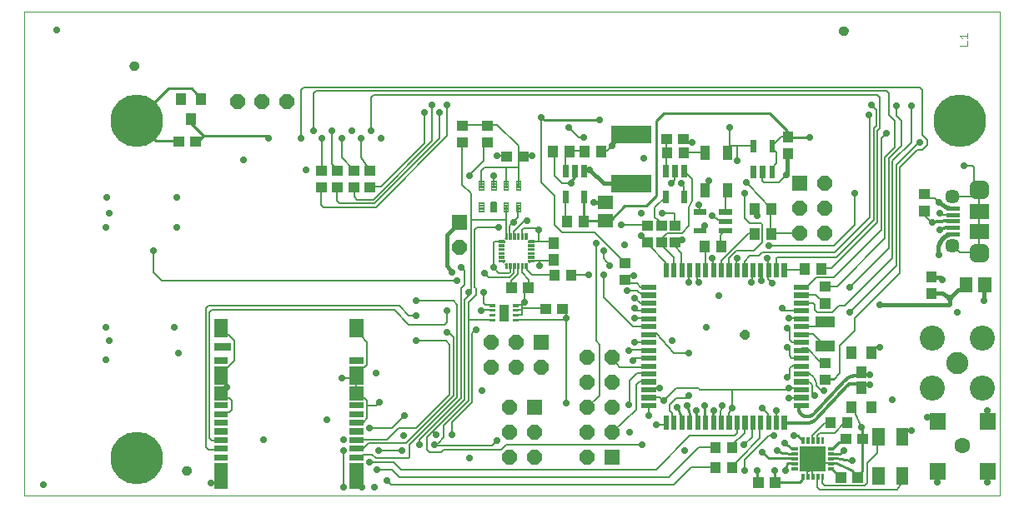
<source format=gtl>
G75*
%MOIN*%
%OFA0B0*%
%FSLAX25Y25*%
%IPPOS*%
%LPD*%
%AMOC8*
5,1,8,0,0,1.08239X$1,22.5*
%
%ADD10C,0.00000*%
%ADD11C,0.00300*%
%ADD12C,0.00256*%
%ADD13C,0.00242*%
%ADD14C,0.00213*%
%ADD15C,0.00236*%
%ADD16C,0.21000*%
%ADD17C,0.00240*%
%ADD18C,0.00248*%
%ADD19C,0.00217*%
%ADD20C,0.00231*%
%ADD21R,0.06000X0.06000*%
%ADD22OC8,0.06000*%
%ADD23C,0.06299*%
%ADD24C,0.00252*%
%ADD25C,0.04252*%
%ADD26C,0.05709*%
%ADD27C,0.00228*%
%ADD28C,0.00211*%
%ADD29C,0.00197*%
%ADD30C,0.00010*%
%ADD31C,0.00201*%
%ADD32C,0.08850*%
%ADD33C,0.10050*%
%ADD34C,0.00472*%
%ADD35C,0.00528*%
%ADD36C,0.01969*%
%ADD37OC8,0.02400*%
%ADD38C,0.01600*%
%ADD39C,0.00600*%
%ADD40C,0.01000*%
%ADD41C,0.00886*%
%ADD42C,0.00591*%
%ADD43C,0.01378*%
D10*
X0022595Y0009348D02*
X0412516Y0009348D01*
X0412516Y0203167D01*
X0022595Y0203167D01*
X0022595Y0009348D01*
D11*
X0396543Y0189498D02*
X0399445Y0189498D01*
X0399445Y0191433D01*
X0399445Y0192445D02*
X0399445Y0194380D01*
X0399445Y0193412D02*
X0396543Y0193412D01*
X0397510Y0192445D01*
D12*
X0257420Y0129519D02*
X0257420Y0124657D01*
X0251770Y0124657D01*
X0251770Y0129519D01*
X0257420Y0129519D01*
X0257420Y0124912D02*
X0251770Y0124912D01*
X0251770Y0125167D02*
X0257420Y0125167D01*
X0257420Y0125422D02*
X0251770Y0125422D01*
X0251770Y0125677D02*
X0257420Y0125677D01*
X0257420Y0125932D02*
X0251770Y0125932D01*
X0251770Y0126187D02*
X0257420Y0126187D01*
X0257420Y0126442D02*
X0251770Y0126442D01*
X0251770Y0126697D02*
X0257420Y0126697D01*
X0257420Y0126952D02*
X0251770Y0126952D01*
X0251770Y0127207D02*
X0257420Y0127207D01*
X0257420Y0127462D02*
X0251770Y0127462D01*
X0251770Y0127717D02*
X0257420Y0127717D01*
X0257420Y0127972D02*
X0251770Y0127972D01*
X0251770Y0128227D02*
X0257420Y0128227D01*
X0257420Y0128482D02*
X0251770Y0128482D01*
X0251770Y0128737D02*
X0257420Y0128737D01*
X0257420Y0128992D02*
X0251770Y0128992D01*
X0251770Y0129247D02*
X0257420Y0129247D01*
X0257420Y0129502D02*
X0251770Y0129502D01*
X0257420Y0122039D02*
X0257420Y0117177D01*
X0251770Y0117177D01*
X0251770Y0122039D01*
X0257420Y0122039D01*
X0257420Y0117432D02*
X0251770Y0117432D01*
X0251770Y0117687D02*
X0257420Y0117687D01*
X0257420Y0117942D02*
X0251770Y0117942D01*
X0251770Y0118197D02*
X0257420Y0118197D01*
X0257420Y0118452D02*
X0251770Y0118452D01*
X0251770Y0118707D02*
X0257420Y0118707D01*
X0257420Y0118962D02*
X0251770Y0118962D01*
X0251770Y0119217D02*
X0257420Y0119217D01*
X0257420Y0119472D02*
X0251770Y0119472D01*
X0251770Y0119727D02*
X0257420Y0119727D01*
X0257420Y0119982D02*
X0251770Y0119982D01*
X0251770Y0120237D02*
X0257420Y0120237D01*
X0257420Y0120492D02*
X0251770Y0120492D01*
X0251770Y0120747D02*
X0257420Y0120747D01*
X0257420Y0121002D02*
X0251770Y0121002D01*
X0251770Y0121257D02*
X0257420Y0121257D01*
X0257420Y0121512D02*
X0251770Y0121512D01*
X0251770Y0121767D02*
X0257420Y0121767D01*
X0257420Y0122022D02*
X0251770Y0122022D01*
X0396424Y0091023D02*
X0401286Y0091023D01*
X0396424Y0091023D02*
X0396424Y0096673D01*
X0401286Y0096673D01*
X0401286Y0091023D01*
X0401286Y0091278D02*
X0396424Y0091278D01*
X0396424Y0091533D02*
X0401286Y0091533D01*
X0401286Y0091788D02*
X0396424Y0091788D01*
X0396424Y0092043D02*
X0401286Y0092043D01*
X0401286Y0092298D02*
X0396424Y0092298D01*
X0396424Y0092553D02*
X0401286Y0092553D01*
X0401286Y0092808D02*
X0396424Y0092808D01*
X0396424Y0093063D02*
X0401286Y0093063D01*
X0401286Y0093318D02*
X0396424Y0093318D01*
X0396424Y0093573D02*
X0401286Y0093573D01*
X0401286Y0093828D02*
X0396424Y0093828D01*
X0396424Y0094083D02*
X0401286Y0094083D01*
X0401286Y0094338D02*
X0396424Y0094338D01*
X0396424Y0094593D02*
X0401286Y0094593D01*
X0401286Y0094848D02*
X0396424Y0094848D01*
X0396424Y0095103D02*
X0401286Y0095103D01*
X0401286Y0095358D02*
X0396424Y0095358D01*
X0396424Y0095613D02*
X0401286Y0095613D01*
X0401286Y0095868D02*
X0396424Y0095868D01*
X0396424Y0096123D02*
X0401286Y0096123D01*
X0401286Y0096378D02*
X0396424Y0096378D01*
X0396424Y0096633D02*
X0401286Y0096633D01*
X0403904Y0091023D02*
X0408766Y0091023D01*
X0403904Y0091023D02*
X0403904Y0096673D01*
X0408766Y0096673D01*
X0408766Y0091023D01*
X0408766Y0091278D02*
X0403904Y0091278D01*
X0403904Y0091533D02*
X0408766Y0091533D01*
X0408766Y0091788D02*
X0403904Y0091788D01*
X0403904Y0092043D02*
X0408766Y0092043D01*
X0408766Y0092298D02*
X0403904Y0092298D01*
X0403904Y0092553D02*
X0408766Y0092553D01*
X0408766Y0092808D02*
X0403904Y0092808D01*
X0403904Y0093063D02*
X0408766Y0093063D01*
X0408766Y0093318D02*
X0403904Y0093318D01*
X0403904Y0093573D02*
X0408766Y0093573D01*
X0408766Y0093828D02*
X0403904Y0093828D01*
X0403904Y0094083D02*
X0408766Y0094083D01*
X0408766Y0094338D02*
X0403904Y0094338D01*
X0403904Y0094593D02*
X0408766Y0094593D01*
X0408766Y0094848D02*
X0403904Y0094848D01*
X0403904Y0095103D02*
X0408766Y0095103D01*
X0408766Y0095358D02*
X0403904Y0095358D01*
X0403904Y0095613D02*
X0408766Y0095613D01*
X0408766Y0095868D02*
X0403904Y0095868D01*
X0403904Y0096123D02*
X0408766Y0096123D01*
X0408766Y0096378D02*
X0403904Y0096378D01*
X0403904Y0096633D02*
X0408766Y0096633D01*
D13*
X0305074Y0116627D02*
X0300316Y0116627D01*
X0305074Y0116627D02*
X0305074Y0114669D01*
X0300316Y0114669D01*
X0300316Y0116627D01*
X0300316Y0114910D02*
X0305074Y0114910D01*
X0305074Y0115151D02*
X0300316Y0115151D01*
X0300316Y0115392D02*
X0305074Y0115392D01*
X0305074Y0115633D02*
X0300316Y0115633D01*
X0300316Y0115874D02*
X0305074Y0115874D01*
X0305074Y0116115D02*
X0300316Y0116115D01*
X0300316Y0116356D02*
X0305074Y0116356D01*
X0305074Y0116597D02*
X0300316Y0116597D01*
X0300316Y0120327D02*
X0305074Y0120327D01*
X0305074Y0118369D01*
X0300316Y0118369D01*
X0300316Y0120327D01*
X0300316Y0118610D02*
X0305074Y0118610D01*
X0305074Y0118851D02*
X0300316Y0118851D01*
X0300316Y0119092D02*
X0305074Y0119092D01*
X0305074Y0119333D02*
X0300316Y0119333D01*
X0300316Y0119574D02*
X0305074Y0119574D01*
X0305074Y0119815D02*
X0300316Y0119815D01*
X0300316Y0120056D02*
X0305074Y0120056D01*
X0305074Y0120297D02*
X0300316Y0120297D01*
X0300316Y0124027D02*
X0305074Y0124027D01*
X0305074Y0122069D01*
X0300316Y0122069D01*
X0300316Y0124027D01*
X0300316Y0122310D02*
X0305074Y0122310D01*
X0305074Y0122551D02*
X0300316Y0122551D01*
X0300316Y0122792D02*
X0305074Y0122792D01*
X0305074Y0123033D02*
X0300316Y0123033D01*
X0300316Y0123274D02*
X0305074Y0123274D01*
X0305074Y0123515D02*
X0300316Y0123515D01*
X0300316Y0123756D02*
X0305074Y0123756D01*
X0305074Y0123997D02*
X0300316Y0123997D01*
X0294874Y0124027D02*
X0290116Y0124027D01*
X0294874Y0124027D02*
X0294874Y0122069D01*
X0290116Y0122069D01*
X0290116Y0124027D01*
X0290116Y0122310D02*
X0294874Y0122310D01*
X0294874Y0122551D02*
X0290116Y0122551D01*
X0290116Y0122792D02*
X0294874Y0122792D01*
X0294874Y0123033D02*
X0290116Y0123033D01*
X0290116Y0123274D02*
X0294874Y0123274D01*
X0294874Y0123515D02*
X0290116Y0123515D01*
X0290116Y0123756D02*
X0294874Y0123756D01*
X0294874Y0123997D02*
X0290116Y0123997D01*
X0285316Y0126869D02*
X0285316Y0131627D01*
X0287274Y0131627D01*
X0287274Y0126869D01*
X0285316Y0126869D01*
X0285316Y0127110D02*
X0287274Y0127110D01*
X0287274Y0127351D02*
X0285316Y0127351D01*
X0285316Y0127592D02*
X0287274Y0127592D01*
X0287274Y0127833D02*
X0285316Y0127833D01*
X0285316Y0128074D02*
X0287274Y0128074D01*
X0287274Y0128315D02*
X0285316Y0128315D01*
X0285316Y0128556D02*
X0287274Y0128556D01*
X0287274Y0128797D02*
X0285316Y0128797D01*
X0285316Y0129038D02*
X0287274Y0129038D01*
X0287274Y0129279D02*
X0285316Y0129279D01*
X0285316Y0129520D02*
X0287274Y0129520D01*
X0287274Y0129761D02*
X0285316Y0129761D01*
X0285316Y0130002D02*
X0287274Y0130002D01*
X0287274Y0130243D02*
X0285316Y0130243D01*
X0285316Y0130484D02*
X0287274Y0130484D01*
X0287274Y0130725D02*
X0285316Y0130725D01*
X0285316Y0130966D02*
X0287274Y0130966D01*
X0287274Y0131207D02*
X0285316Y0131207D01*
X0285316Y0131448D02*
X0287274Y0131448D01*
X0277916Y0131627D02*
X0277916Y0126869D01*
X0277916Y0131627D02*
X0279874Y0131627D01*
X0279874Y0126869D01*
X0277916Y0126869D01*
X0277916Y0127110D02*
X0279874Y0127110D01*
X0279874Y0127351D02*
X0277916Y0127351D01*
X0277916Y0127592D02*
X0279874Y0127592D01*
X0279874Y0127833D02*
X0277916Y0127833D01*
X0277916Y0128074D02*
X0279874Y0128074D01*
X0279874Y0128315D02*
X0277916Y0128315D01*
X0277916Y0128556D02*
X0279874Y0128556D01*
X0279874Y0128797D02*
X0277916Y0128797D01*
X0277916Y0129038D02*
X0279874Y0129038D01*
X0279874Y0129279D02*
X0277916Y0129279D01*
X0277916Y0129520D02*
X0279874Y0129520D01*
X0279874Y0129761D02*
X0277916Y0129761D01*
X0277916Y0130002D02*
X0279874Y0130002D01*
X0279874Y0130243D02*
X0277916Y0130243D01*
X0277916Y0130484D02*
X0279874Y0130484D01*
X0279874Y0130725D02*
X0277916Y0130725D01*
X0277916Y0130966D02*
X0279874Y0130966D01*
X0279874Y0131207D02*
X0277916Y0131207D01*
X0277916Y0131448D02*
X0279874Y0131448D01*
X0277916Y0137069D02*
X0277916Y0141827D01*
X0279874Y0141827D01*
X0279874Y0137069D01*
X0277916Y0137069D01*
X0277916Y0137310D02*
X0279874Y0137310D01*
X0279874Y0137551D02*
X0277916Y0137551D01*
X0277916Y0137792D02*
X0279874Y0137792D01*
X0279874Y0138033D02*
X0277916Y0138033D01*
X0277916Y0138274D02*
X0279874Y0138274D01*
X0279874Y0138515D02*
X0277916Y0138515D01*
X0277916Y0138756D02*
X0279874Y0138756D01*
X0279874Y0138997D02*
X0277916Y0138997D01*
X0277916Y0139238D02*
X0279874Y0139238D01*
X0279874Y0139479D02*
X0277916Y0139479D01*
X0277916Y0139720D02*
X0279874Y0139720D01*
X0279874Y0139961D02*
X0277916Y0139961D01*
X0277916Y0140202D02*
X0279874Y0140202D01*
X0279874Y0140443D02*
X0277916Y0140443D01*
X0277916Y0140684D02*
X0279874Y0140684D01*
X0279874Y0140925D02*
X0277916Y0140925D01*
X0277916Y0141166D02*
X0279874Y0141166D01*
X0279874Y0141407D02*
X0277916Y0141407D01*
X0277916Y0141648D02*
X0279874Y0141648D01*
X0281616Y0141827D02*
X0281616Y0137069D01*
X0281616Y0141827D02*
X0283574Y0141827D01*
X0283574Y0137069D01*
X0281616Y0137069D01*
X0281616Y0137310D02*
X0283574Y0137310D01*
X0283574Y0137551D02*
X0281616Y0137551D01*
X0281616Y0137792D02*
X0283574Y0137792D01*
X0283574Y0138033D02*
X0281616Y0138033D01*
X0281616Y0138274D02*
X0283574Y0138274D01*
X0283574Y0138515D02*
X0281616Y0138515D01*
X0281616Y0138756D02*
X0283574Y0138756D01*
X0283574Y0138997D02*
X0281616Y0138997D01*
X0281616Y0139238D02*
X0283574Y0139238D01*
X0283574Y0139479D02*
X0281616Y0139479D01*
X0281616Y0139720D02*
X0283574Y0139720D01*
X0283574Y0139961D02*
X0281616Y0139961D01*
X0281616Y0140202D02*
X0283574Y0140202D01*
X0283574Y0140443D02*
X0281616Y0140443D01*
X0281616Y0140684D02*
X0283574Y0140684D01*
X0283574Y0140925D02*
X0281616Y0140925D01*
X0281616Y0141166D02*
X0283574Y0141166D01*
X0283574Y0141407D02*
X0281616Y0141407D01*
X0281616Y0141648D02*
X0283574Y0141648D01*
X0285316Y0141827D02*
X0285316Y0137069D01*
X0285316Y0141827D02*
X0287274Y0141827D01*
X0287274Y0137069D01*
X0285316Y0137069D01*
X0285316Y0137310D02*
X0287274Y0137310D01*
X0287274Y0137551D02*
X0285316Y0137551D01*
X0285316Y0137792D02*
X0287274Y0137792D01*
X0287274Y0138033D02*
X0285316Y0138033D01*
X0285316Y0138274D02*
X0287274Y0138274D01*
X0287274Y0138515D02*
X0285316Y0138515D01*
X0285316Y0138756D02*
X0287274Y0138756D01*
X0287274Y0138997D02*
X0285316Y0138997D01*
X0285316Y0139238D02*
X0287274Y0139238D01*
X0287274Y0139479D02*
X0285316Y0139479D01*
X0285316Y0139720D02*
X0287274Y0139720D01*
X0287274Y0139961D02*
X0285316Y0139961D01*
X0285316Y0140202D02*
X0287274Y0140202D01*
X0287274Y0140443D02*
X0285316Y0140443D01*
X0285316Y0140684D02*
X0287274Y0140684D01*
X0287274Y0140925D02*
X0285316Y0140925D01*
X0285316Y0141166D02*
X0287274Y0141166D01*
X0287274Y0141407D02*
X0285316Y0141407D01*
X0285316Y0141648D02*
X0287274Y0141648D01*
X0245316Y0141827D02*
X0245316Y0137069D01*
X0245316Y0141827D02*
X0247274Y0141827D01*
X0247274Y0137069D01*
X0245316Y0137069D01*
X0245316Y0137310D02*
X0247274Y0137310D01*
X0247274Y0137551D02*
X0245316Y0137551D01*
X0245316Y0137792D02*
X0247274Y0137792D01*
X0247274Y0138033D02*
X0245316Y0138033D01*
X0245316Y0138274D02*
X0247274Y0138274D01*
X0247274Y0138515D02*
X0245316Y0138515D01*
X0245316Y0138756D02*
X0247274Y0138756D01*
X0247274Y0138997D02*
X0245316Y0138997D01*
X0245316Y0139238D02*
X0247274Y0139238D01*
X0247274Y0139479D02*
X0245316Y0139479D01*
X0245316Y0139720D02*
X0247274Y0139720D01*
X0247274Y0139961D02*
X0245316Y0139961D01*
X0245316Y0140202D02*
X0247274Y0140202D01*
X0247274Y0140443D02*
X0245316Y0140443D01*
X0245316Y0140684D02*
X0247274Y0140684D01*
X0247274Y0140925D02*
X0245316Y0140925D01*
X0245316Y0141166D02*
X0247274Y0141166D01*
X0247274Y0141407D02*
X0245316Y0141407D01*
X0245316Y0141648D02*
X0247274Y0141648D01*
X0241616Y0141827D02*
X0241616Y0137069D01*
X0241616Y0141827D02*
X0243574Y0141827D01*
X0243574Y0137069D01*
X0241616Y0137069D01*
X0241616Y0137310D02*
X0243574Y0137310D01*
X0243574Y0137551D02*
X0241616Y0137551D01*
X0241616Y0137792D02*
X0243574Y0137792D01*
X0243574Y0138033D02*
X0241616Y0138033D01*
X0241616Y0138274D02*
X0243574Y0138274D01*
X0243574Y0138515D02*
X0241616Y0138515D01*
X0241616Y0138756D02*
X0243574Y0138756D01*
X0243574Y0138997D02*
X0241616Y0138997D01*
X0241616Y0139238D02*
X0243574Y0139238D01*
X0243574Y0139479D02*
X0241616Y0139479D01*
X0241616Y0139720D02*
X0243574Y0139720D01*
X0243574Y0139961D02*
X0241616Y0139961D01*
X0241616Y0140202D02*
X0243574Y0140202D01*
X0243574Y0140443D02*
X0241616Y0140443D01*
X0241616Y0140684D02*
X0243574Y0140684D01*
X0243574Y0140925D02*
X0241616Y0140925D01*
X0241616Y0141166D02*
X0243574Y0141166D01*
X0243574Y0141407D02*
X0241616Y0141407D01*
X0241616Y0141648D02*
X0243574Y0141648D01*
X0237916Y0141827D02*
X0237916Y0137069D01*
X0237916Y0141827D02*
X0239874Y0141827D01*
X0239874Y0137069D01*
X0237916Y0137069D01*
X0237916Y0137310D02*
X0239874Y0137310D01*
X0239874Y0137551D02*
X0237916Y0137551D01*
X0237916Y0137792D02*
X0239874Y0137792D01*
X0239874Y0138033D02*
X0237916Y0138033D01*
X0237916Y0138274D02*
X0239874Y0138274D01*
X0239874Y0138515D02*
X0237916Y0138515D01*
X0237916Y0138756D02*
X0239874Y0138756D01*
X0239874Y0138997D02*
X0237916Y0138997D01*
X0237916Y0139238D02*
X0239874Y0139238D01*
X0239874Y0139479D02*
X0237916Y0139479D01*
X0237916Y0139720D02*
X0239874Y0139720D01*
X0239874Y0139961D02*
X0237916Y0139961D01*
X0237916Y0140202D02*
X0239874Y0140202D01*
X0239874Y0140443D02*
X0237916Y0140443D01*
X0237916Y0140684D02*
X0239874Y0140684D01*
X0239874Y0140925D02*
X0237916Y0140925D01*
X0237916Y0141166D02*
X0239874Y0141166D01*
X0239874Y0141407D02*
X0237916Y0141407D01*
X0237916Y0141648D02*
X0239874Y0141648D01*
X0237916Y0131627D02*
X0237916Y0126869D01*
X0237916Y0131627D02*
X0239874Y0131627D01*
X0239874Y0126869D01*
X0237916Y0126869D01*
X0237916Y0127110D02*
X0239874Y0127110D01*
X0239874Y0127351D02*
X0237916Y0127351D01*
X0237916Y0127592D02*
X0239874Y0127592D01*
X0239874Y0127833D02*
X0237916Y0127833D01*
X0237916Y0128074D02*
X0239874Y0128074D01*
X0239874Y0128315D02*
X0237916Y0128315D01*
X0237916Y0128556D02*
X0239874Y0128556D01*
X0239874Y0128797D02*
X0237916Y0128797D01*
X0237916Y0129038D02*
X0239874Y0129038D01*
X0239874Y0129279D02*
X0237916Y0129279D01*
X0237916Y0129520D02*
X0239874Y0129520D01*
X0239874Y0129761D02*
X0237916Y0129761D01*
X0237916Y0130002D02*
X0239874Y0130002D01*
X0239874Y0130243D02*
X0237916Y0130243D01*
X0237916Y0130484D02*
X0239874Y0130484D01*
X0239874Y0130725D02*
X0237916Y0130725D01*
X0237916Y0130966D02*
X0239874Y0130966D01*
X0239874Y0131207D02*
X0237916Y0131207D01*
X0237916Y0131448D02*
X0239874Y0131448D01*
X0245316Y0131627D02*
X0245316Y0126869D01*
X0245316Y0131627D02*
X0247274Y0131627D01*
X0247274Y0126869D01*
X0245316Y0126869D01*
X0245316Y0127110D02*
X0247274Y0127110D01*
X0247274Y0127351D02*
X0245316Y0127351D01*
X0245316Y0127592D02*
X0247274Y0127592D01*
X0247274Y0127833D02*
X0245316Y0127833D01*
X0245316Y0128074D02*
X0247274Y0128074D01*
X0247274Y0128315D02*
X0245316Y0128315D01*
X0245316Y0128556D02*
X0247274Y0128556D01*
X0247274Y0128797D02*
X0245316Y0128797D01*
X0245316Y0129038D02*
X0247274Y0129038D01*
X0247274Y0129279D02*
X0245316Y0129279D01*
X0245316Y0129520D02*
X0247274Y0129520D01*
X0247274Y0129761D02*
X0245316Y0129761D01*
X0245316Y0130002D02*
X0247274Y0130002D01*
X0247274Y0130243D02*
X0245316Y0130243D01*
X0245316Y0130484D02*
X0247274Y0130484D01*
X0247274Y0130725D02*
X0245316Y0130725D01*
X0245316Y0130966D02*
X0247274Y0130966D01*
X0247274Y0131207D02*
X0245316Y0131207D01*
X0245316Y0131448D02*
X0247274Y0131448D01*
X0290116Y0116627D02*
X0294874Y0116627D01*
X0294874Y0114669D01*
X0290116Y0114669D01*
X0290116Y0116627D01*
X0290116Y0114910D02*
X0294874Y0114910D01*
X0294874Y0115151D02*
X0290116Y0115151D01*
X0290116Y0115392D02*
X0294874Y0115392D01*
X0294874Y0115633D02*
X0290116Y0115633D01*
X0290116Y0115874D02*
X0294874Y0115874D01*
X0294874Y0116115D02*
X0290116Y0116115D01*
X0290116Y0116356D02*
X0294874Y0116356D01*
X0294874Y0116597D02*
X0290116Y0116597D01*
D14*
X0257327Y0131069D02*
X0257327Y0137943D01*
X0272863Y0137943D01*
X0272863Y0131069D01*
X0257327Y0131069D01*
X0257327Y0131281D02*
X0272863Y0131281D01*
X0272863Y0131493D02*
X0257327Y0131493D01*
X0257327Y0131705D02*
X0272863Y0131705D01*
X0272863Y0131917D02*
X0257327Y0131917D01*
X0257327Y0132129D02*
X0272863Y0132129D01*
X0272863Y0132341D02*
X0257327Y0132341D01*
X0257327Y0132553D02*
X0272863Y0132553D01*
X0272863Y0132765D02*
X0257327Y0132765D01*
X0257327Y0132977D02*
X0272863Y0132977D01*
X0272863Y0133189D02*
X0257327Y0133189D01*
X0257327Y0133401D02*
X0272863Y0133401D01*
X0272863Y0133613D02*
X0257327Y0133613D01*
X0257327Y0133825D02*
X0272863Y0133825D01*
X0272863Y0134037D02*
X0257327Y0134037D01*
X0257327Y0134249D02*
X0272863Y0134249D01*
X0272863Y0134461D02*
X0257327Y0134461D01*
X0257327Y0134673D02*
X0272863Y0134673D01*
X0272863Y0134885D02*
X0257327Y0134885D01*
X0257327Y0135097D02*
X0272863Y0135097D01*
X0272863Y0135309D02*
X0257327Y0135309D01*
X0257327Y0135521D02*
X0272863Y0135521D01*
X0272863Y0135733D02*
X0257327Y0135733D01*
X0257327Y0135945D02*
X0272863Y0135945D01*
X0272863Y0136157D02*
X0257327Y0136157D01*
X0257327Y0136369D02*
X0272863Y0136369D01*
X0272863Y0136581D02*
X0257327Y0136581D01*
X0257327Y0136793D02*
X0272863Y0136793D01*
X0272863Y0137005D02*
X0257327Y0137005D01*
X0257327Y0137217D02*
X0272863Y0137217D01*
X0272863Y0137429D02*
X0257327Y0137429D01*
X0257327Y0137641D02*
X0272863Y0137641D01*
X0272863Y0137853D02*
X0257327Y0137853D01*
X0257327Y0150754D02*
X0257327Y0157628D01*
X0272863Y0157628D01*
X0272863Y0150754D01*
X0257327Y0150754D01*
X0257327Y0150966D02*
X0272863Y0150966D01*
X0272863Y0151178D02*
X0257327Y0151178D01*
X0257327Y0151390D02*
X0272863Y0151390D01*
X0272863Y0151602D02*
X0257327Y0151602D01*
X0257327Y0151814D02*
X0272863Y0151814D01*
X0272863Y0152026D02*
X0257327Y0152026D01*
X0257327Y0152238D02*
X0272863Y0152238D01*
X0272863Y0152450D02*
X0257327Y0152450D01*
X0257327Y0152662D02*
X0272863Y0152662D01*
X0272863Y0152874D02*
X0257327Y0152874D01*
X0257327Y0153086D02*
X0272863Y0153086D01*
X0272863Y0153298D02*
X0257327Y0153298D01*
X0257327Y0153510D02*
X0272863Y0153510D01*
X0272863Y0153722D02*
X0257327Y0153722D01*
X0257327Y0153934D02*
X0272863Y0153934D01*
X0272863Y0154146D02*
X0257327Y0154146D01*
X0257327Y0154358D02*
X0272863Y0154358D01*
X0272863Y0154570D02*
X0257327Y0154570D01*
X0257327Y0154782D02*
X0272863Y0154782D01*
X0272863Y0154994D02*
X0257327Y0154994D01*
X0257327Y0155206D02*
X0272863Y0155206D01*
X0272863Y0155418D02*
X0257327Y0155418D01*
X0257327Y0155630D02*
X0272863Y0155630D01*
X0272863Y0155842D02*
X0257327Y0155842D01*
X0257327Y0156054D02*
X0272863Y0156054D01*
X0272863Y0156266D02*
X0257327Y0156266D01*
X0257327Y0156478D02*
X0272863Y0156478D01*
X0272863Y0156690D02*
X0257327Y0156690D01*
X0257327Y0156902D02*
X0272863Y0156902D01*
X0272863Y0157114D02*
X0257327Y0157114D01*
X0257327Y0157326D02*
X0272863Y0157326D01*
X0272863Y0157538D02*
X0257327Y0157538D01*
X0157713Y0073234D02*
X0152611Y0073234D01*
X0152611Y0080108D01*
X0157713Y0080108D01*
X0157713Y0073234D01*
X0157713Y0073446D02*
X0152611Y0073446D01*
X0152611Y0073658D02*
X0157713Y0073658D01*
X0157713Y0073870D02*
X0152611Y0073870D01*
X0152611Y0074082D02*
X0157713Y0074082D01*
X0157713Y0074294D02*
X0152611Y0074294D01*
X0152611Y0074506D02*
X0157713Y0074506D01*
X0157713Y0074718D02*
X0152611Y0074718D01*
X0152611Y0074930D02*
X0157713Y0074930D01*
X0157713Y0075142D02*
X0152611Y0075142D01*
X0152611Y0075354D02*
X0157713Y0075354D01*
X0157713Y0075566D02*
X0152611Y0075566D01*
X0152611Y0075778D02*
X0157713Y0075778D01*
X0157713Y0075990D02*
X0152611Y0075990D01*
X0152611Y0076202D02*
X0157713Y0076202D01*
X0157713Y0076414D02*
X0152611Y0076414D01*
X0152611Y0076626D02*
X0157713Y0076626D01*
X0157713Y0076838D02*
X0152611Y0076838D01*
X0152611Y0077050D02*
X0157713Y0077050D01*
X0157713Y0077262D02*
X0152611Y0077262D01*
X0152611Y0077474D02*
X0157713Y0077474D01*
X0157713Y0077686D02*
X0152611Y0077686D01*
X0152611Y0077898D02*
X0157713Y0077898D01*
X0157713Y0078110D02*
X0152611Y0078110D01*
X0152611Y0078322D02*
X0157713Y0078322D01*
X0157713Y0078534D02*
X0152611Y0078534D01*
X0152611Y0078746D02*
X0157713Y0078746D01*
X0157713Y0078958D02*
X0152611Y0078958D01*
X0152611Y0079170D02*
X0157713Y0079170D01*
X0157713Y0079382D02*
X0152611Y0079382D01*
X0152611Y0079594D02*
X0157713Y0079594D01*
X0157713Y0079806D02*
X0152611Y0079806D01*
X0152611Y0080018D02*
X0157713Y0080018D01*
X0157713Y0054218D02*
X0152611Y0054218D01*
X0152611Y0061250D01*
X0157713Y0061250D01*
X0157713Y0054218D01*
X0157713Y0054430D02*
X0152611Y0054430D01*
X0152611Y0054642D02*
X0157713Y0054642D01*
X0157713Y0054854D02*
X0152611Y0054854D01*
X0152611Y0055066D02*
X0157713Y0055066D01*
X0157713Y0055278D02*
X0152611Y0055278D01*
X0152611Y0055490D02*
X0157713Y0055490D01*
X0157713Y0055702D02*
X0152611Y0055702D01*
X0152611Y0055914D02*
X0157713Y0055914D01*
X0157713Y0056126D02*
X0152611Y0056126D01*
X0152611Y0056338D02*
X0157713Y0056338D01*
X0157713Y0056550D02*
X0152611Y0056550D01*
X0152611Y0056762D02*
X0157713Y0056762D01*
X0157713Y0056974D02*
X0152611Y0056974D01*
X0152611Y0057186D02*
X0157713Y0057186D01*
X0157713Y0057398D02*
X0152611Y0057398D01*
X0152611Y0057610D02*
X0157713Y0057610D01*
X0157713Y0057822D02*
X0152611Y0057822D01*
X0152611Y0058034D02*
X0157713Y0058034D01*
X0157713Y0058246D02*
X0152611Y0058246D01*
X0152611Y0058458D02*
X0157713Y0058458D01*
X0157713Y0058670D02*
X0152611Y0058670D01*
X0152611Y0058882D02*
X0157713Y0058882D01*
X0157713Y0059094D02*
X0152611Y0059094D01*
X0152611Y0059306D02*
X0157713Y0059306D01*
X0157713Y0059518D02*
X0152611Y0059518D01*
X0152611Y0059730D02*
X0157713Y0059730D01*
X0157713Y0059942D02*
X0152611Y0059942D01*
X0152611Y0060154D02*
X0157713Y0060154D01*
X0157713Y0060366D02*
X0152611Y0060366D01*
X0152611Y0060578D02*
X0157713Y0060578D01*
X0157713Y0060790D02*
X0152611Y0060790D01*
X0152611Y0061002D02*
X0157713Y0061002D01*
X0157713Y0061214D02*
X0152611Y0061214D01*
X0103579Y0054218D02*
X0098477Y0054218D01*
X0098477Y0061250D01*
X0103579Y0061250D01*
X0103579Y0054218D01*
X0103579Y0054430D02*
X0098477Y0054430D01*
X0098477Y0054642D02*
X0103579Y0054642D01*
X0103579Y0054854D02*
X0098477Y0054854D01*
X0098477Y0055066D02*
X0103579Y0055066D01*
X0103579Y0055278D02*
X0098477Y0055278D01*
X0098477Y0055490D02*
X0103579Y0055490D01*
X0103579Y0055702D02*
X0098477Y0055702D01*
X0098477Y0055914D02*
X0103579Y0055914D01*
X0103579Y0056126D02*
X0098477Y0056126D01*
X0098477Y0056338D02*
X0103579Y0056338D01*
X0103579Y0056550D02*
X0098477Y0056550D01*
X0098477Y0056762D02*
X0103579Y0056762D01*
X0103579Y0056974D02*
X0098477Y0056974D01*
X0098477Y0057186D02*
X0103579Y0057186D01*
X0103579Y0057398D02*
X0098477Y0057398D01*
X0098477Y0057610D02*
X0103579Y0057610D01*
X0103579Y0057822D02*
X0098477Y0057822D01*
X0098477Y0058034D02*
X0103579Y0058034D01*
X0103579Y0058246D02*
X0098477Y0058246D01*
X0098477Y0058458D02*
X0103579Y0058458D01*
X0103579Y0058670D02*
X0098477Y0058670D01*
X0098477Y0058882D02*
X0103579Y0058882D01*
X0103579Y0059094D02*
X0098477Y0059094D01*
X0098477Y0059306D02*
X0103579Y0059306D01*
X0103579Y0059518D02*
X0098477Y0059518D01*
X0098477Y0059730D02*
X0103579Y0059730D01*
X0103579Y0059942D02*
X0098477Y0059942D01*
X0098477Y0060154D02*
X0103579Y0060154D01*
X0103579Y0060366D02*
X0098477Y0060366D01*
X0098477Y0060578D02*
X0103579Y0060578D01*
X0103579Y0060790D02*
X0098477Y0060790D01*
X0098477Y0061002D02*
X0103579Y0061002D01*
X0103579Y0061214D02*
X0098477Y0061214D01*
X0098477Y0073234D02*
X0103579Y0073234D01*
X0098477Y0073234D02*
X0098477Y0080108D01*
X0103579Y0080108D01*
X0103579Y0073234D01*
X0103579Y0073446D02*
X0098477Y0073446D01*
X0098477Y0073658D02*
X0103579Y0073658D01*
X0103579Y0073870D02*
X0098477Y0073870D01*
X0098477Y0074082D02*
X0103579Y0074082D01*
X0103579Y0074294D02*
X0098477Y0074294D01*
X0098477Y0074506D02*
X0103579Y0074506D01*
X0103579Y0074718D02*
X0098477Y0074718D01*
X0098477Y0074930D02*
X0103579Y0074930D01*
X0103579Y0075142D02*
X0098477Y0075142D01*
X0098477Y0075354D02*
X0103579Y0075354D01*
X0103579Y0075566D02*
X0098477Y0075566D01*
X0098477Y0075778D02*
X0103579Y0075778D01*
X0103579Y0075990D02*
X0098477Y0075990D01*
X0098477Y0076202D02*
X0103579Y0076202D01*
X0103579Y0076414D02*
X0098477Y0076414D01*
X0098477Y0076626D02*
X0103579Y0076626D01*
X0103579Y0076838D02*
X0098477Y0076838D01*
X0098477Y0077050D02*
X0103579Y0077050D01*
X0103579Y0077262D02*
X0098477Y0077262D01*
X0098477Y0077474D02*
X0103579Y0077474D01*
X0103579Y0077686D02*
X0098477Y0077686D01*
X0098477Y0077898D02*
X0103579Y0077898D01*
X0103579Y0078110D02*
X0098477Y0078110D01*
X0098477Y0078322D02*
X0103579Y0078322D01*
X0103579Y0078534D02*
X0098477Y0078534D01*
X0098477Y0078746D02*
X0103579Y0078746D01*
X0103579Y0078958D02*
X0098477Y0078958D01*
X0098477Y0079170D02*
X0103579Y0079170D01*
X0103579Y0079382D02*
X0098477Y0079382D01*
X0098477Y0079594D02*
X0103579Y0079594D01*
X0103579Y0079806D02*
X0098477Y0079806D01*
X0098477Y0080018D02*
X0103579Y0080018D01*
X0103579Y0012407D02*
X0098477Y0012407D01*
X0098477Y0022431D01*
X0103579Y0022431D01*
X0103579Y0012407D01*
X0103579Y0012619D02*
X0098477Y0012619D01*
X0098477Y0012831D02*
X0103579Y0012831D01*
X0103579Y0013043D02*
X0098477Y0013043D01*
X0098477Y0013255D02*
X0103579Y0013255D01*
X0103579Y0013467D02*
X0098477Y0013467D01*
X0098477Y0013679D02*
X0103579Y0013679D01*
X0103579Y0013891D02*
X0098477Y0013891D01*
X0098477Y0014103D02*
X0103579Y0014103D01*
X0103579Y0014315D02*
X0098477Y0014315D01*
X0098477Y0014527D02*
X0103579Y0014527D01*
X0103579Y0014739D02*
X0098477Y0014739D01*
X0098477Y0014951D02*
X0103579Y0014951D01*
X0103579Y0015163D02*
X0098477Y0015163D01*
X0098477Y0015375D02*
X0103579Y0015375D01*
X0103579Y0015587D02*
X0098477Y0015587D01*
X0098477Y0015799D02*
X0103579Y0015799D01*
X0103579Y0016011D02*
X0098477Y0016011D01*
X0098477Y0016223D02*
X0103579Y0016223D01*
X0103579Y0016435D02*
X0098477Y0016435D01*
X0098477Y0016647D02*
X0103579Y0016647D01*
X0103579Y0016859D02*
X0098477Y0016859D01*
X0098477Y0017071D02*
X0103579Y0017071D01*
X0103579Y0017283D02*
X0098477Y0017283D01*
X0098477Y0017495D02*
X0103579Y0017495D01*
X0103579Y0017707D02*
X0098477Y0017707D01*
X0098477Y0017919D02*
X0103579Y0017919D01*
X0103579Y0018131D02*
X0098477Y0018131D01*
X0098477Y0018343D02*
X0103579Y0018343D01*
X0103579Y0018555D02*
X0098477Y0018555D01*
X0098477Y0018767D02*
X0103579Y0018767D01*
X0103579Y0018979D02*
X0098477Y0018979D01*
X0098477Y0019191D02*
X0103579Y0019191D01*
X0103579Y0019403D02*
X0098477Y0019403D01*
X0098477Y0019615D02*
X0103579Y0019615D01*
X0103579Y0019827D02*
X0098477Y0019827D01*
X0098477Y0020039D02*
X0103579Y0020039D01*
X0103579Y0020251D02*
X0098477Y0020251D01*
X0098477Y0020463D02*
X0103579Y0020463D01*
X0103579Y0020675D02*
X0098477Y0020675D01*
X0098477Y0020887D02*
X0103579Y0020887D01*
X0103579Y0021099D02*
X0098477Y0021099D01*
X0098477Y0021311D02*
X0103579Y0021311D01*
X0103579Y0021523D02*
X0098477Y0021523D01*
X0098477Y0021735D02*
X0103579Y0021735D01*
X0103579Y0021947D02*
X0098477Y0021947D01*
X0098477Y0022159D02*
X0103579Y0022159D01*
X0103579Y0022371D02*
X0098477Y0022371D01*
X0152611Y0012407D02*
X0157713Y0012407D01*
X0152611Y0012407D02*
X0152611Y0022431D01*
X0157713Y0022431D01*
X0157713Y0012407D01*
X0157713Y0012619D02*
X0152611Y0012619D01*
X0152611Y0012831D02*
X0157713Y0012831D01*
X0157713Y0013043D02*
X0152611Y0013043D01*
X0152611Y0013255D02*
X0157713Y0013255D01*
X0157713Y0013467D02*
X0152611Y0013467D01*
X0152611Y0013679D02*
X0157713Y0013679D01*
X0157713Y0013891D02*
X0152611Y0013891D01*
X0152611Y0014103D02*
X0157713Y0014103D01*
X0157713Y0014315D02*
X0152611Y0014315D01*
X0152611Y0014527D02*
X0157713Y0014527D01*
X0157713Y0014739D02*
X0152611Y0014739D01*
X0152611Y0014951D02*
X0157713Y0014951D01*
X0157713Y0015163D02*
X0152611Y0015163D01*
X0152611Y0015375D02*
X0157713Y0015375D01*
X0157713Y0015587D02*
X0152611Y0015587D01*
X0152611Y0015799D02*
X0157713Y0015799D01*
X0157713Y0016011D02*
X0152611Y0016011D01*
X0152611Y0016223D02*
X0157713Y0016223D01*
X0157713Y0016435D02*
X0152611Y0016435D01*
X0152611Y0016647D02*
X0157713Y0016647D01*
X0157713Y0016859D02*
X0152611Y0016859D01*
X0152611Y0017071D02*
X0157713Y0017071D01*
X0157713Y0017283D02*
X0152611Y0017283D01*
X0152611Y0017495D02*
X0157713Y0017495D01*
X0157713Y0017707D02*
X0152611Y0017707D01*
X0152611Y0017919D02*
X0157713Y0017919D01*
X0157713Y0018131D02*
X0152611Y0018131D01*
X0152611Y0018343D02*
X0157713Y0018343D01*
X0157713Y0018555D02*
X0152611Y0018555D01*
X0152611Y0018767D02*
X0157713Y0018767D01*
X0157713Y0018979D02*
X0152611Y0018979D01*
X0152611Y0019191D02*
X0157713Y0019191D01*
X0157713Y0019403D02*
X0152611Y0019403D01*
X0152611Y0019615D02*
X0157713Y0019615D01*
X0157713Y0019827D02*
X0152611Y0019827D01*
X0152611Y0020039D02*
X0157713Y0020039D01*
X0157713Y0020251D02*
X0152611Y0020251D01*
X0152611Y0020463D02*
X0157713Y0020463D01*
X0157713Y0020675D02*
X0152611Y0020675D01*
X0152611Y0020887D02*
X0157713Y0020887D01*
X0157713Y0021099D02*
X0152611Y0021099D01*
X0152611Y0021311D02*
X0157713Y0021311D01*
X0157713Y0021523D02*
X0152611Y0021523D01*
X0152611Y0021735D02*
X0157713Y0021735D01*
X0157713Y0021947D02*
X0152611Y0021947D01*
X0152611Y0022159D02*
X0157713Y0022159D01*
X0157713Y0022371D02*
X0152611Y0022371D01*
D15*
X0228702Y0086198D02*
X0232796Y0086198D01*
X0232796Y0082498D01*
X0228702Y0082498D01*
X0228702Y0086198D01*
X0228702Y0082733D02*
X0232796Y0082733D01*
X0232796Y0082968D02*
X0228702Y0082968D01*
X0228702Y0083203D02*
X0232796Y0083203D01*
X0232796Y0083438D02*
X0228702Y0083438D01*
X0228702Y0083673D02*
X0232796Y0083673D01*
X0232796Y0083908D02*
X0228702Y0083908D01*
X0228702Y0084143D02*
X0232796Y0084143D01*
X0232796Y0084378D02*
X0228702Y0084378D01*
X0228702Y0084613D02*
X0232796Y0084613D01*
X0232796Y0084848D02*
X0228702Y0084848D01*
X0228702Y0085083D02*
X0232796Y0085083D01*
X0232796Y0085318D02*
X0228702Y0085318D01*
X0228702Y0085553D02*
X0232796Y0085553D01*
X0232796Y0085788D02*
X0228702Y0085788D01*
X0228702Y0086023D02*
X0232796Y0086023D01*
X0235395Y0086198D02*
X0239489Y0086198D01*
X0239489Y0082498D01*
X0235395Y0082498D01*
X0235395Y0086198D01*
X0235395Y0082733D02*
X0239489Y0082733D01*
X0239489Y0082968D02*
X0235395Y0082968D01*
X0235395Y0083203D02*
X0239489Y0083203D01*
X0239489Y0083438D02*
X0235395Y0083438D01*
X0235395Y0083673D02*
X0239489Y0083673D01*
X0239489Y0083908D02*
X0235395Y0083908D01*
X0235395Y0084143D02*
X0239489Y0084143D01*
X0239489Y0084378D02*
X0235395Y0084378D01*
X0235395Y0084613D02*
X0239489Y0084613D01*
X0239489Y0084848D02*
X0235395Y0084848D01*
X0235395Y0085083D02*
X0239489Y0085083D01*
X0239489Y0085318D02*
X0235395Y0085318D01*
X0235395Y0085553D02*
X0239489Y0085553D01*
X0239489Y0085788D02*
X0235395Y0085788D01*
X0235395Y0086023D02*
X0239489Y0086023D01*
X0225989Y0090998D02*
X0221895Y0090998D01*
X0221895Y0094698D01*
X0225989Y0094698D01*
X0225989Y0090998D01*
X0225989Y0091233D02*
X0221895Y0091233D01*
X0221895Y0091468D02*
X0225989Y0091468D01*
X0225989Y0091703D02*
X0221895Y0091703D01*
X0221895Y0091938D02*
X0225989Y0091938D01*
X0225989Y0092173D02*
X0221895Y0092173D01*
X0221895Y0092408D02*
X0225989Y0092408D01*
X0225989Y0092643D02*
X0221895Y0092643D01*
X0221895Y0092878D02*
X0225989Y0092878D01*
X0225989Y0093113D02*
X0221895Y0093113D01*
X0221895Y0093348D02*
X0225989Y0093348D01*
X0225989Y0093583D02*
X0221895Y0093583D01*
X0221895Y0093818D02*
X0225989Y0093818D01*
X0225989Y0094053D02*
X0221895Y0094053D01*
X0221895Y0094288D02*
X0225989Y0094288D01*
X0225989Y0094523D02*
X0221895Y0094523D01*
X0219296Y0090998D02*
X0215202Y0090998D01*
X0215202Y0094698D01*
X0219296Y0094698D01*
X0219296Y0090998D01*
X0219296Y0091233D02*
X0215202Y0091233D01*
X0215202Y0091468D02*
X0219296Y0091468D01*
X0219296Y0091703D02*
X0215202Y0091703D01*
X0215202Y0091938D02*
X0219296Y0091938D01*
X0219296Y0092173D02*
X0215202Y0092173D01*
X0215202Y0092408D02*
X0219296Y0092408D01*
X0219296Y0092643D02*
X0215202Y0092643D01*
X0215202Y0092878D02*
X0219296Y0092878D01*
X0219296Y0093113D02*
X0215202Y0093113D01*
X0215202Y0093348D02*
X0219296Y0093348D01*
X0219296Y0093583D02*
X0215202Y0093583D01*
X0215202Y0093818D02*
X0219296Y0093818D01*
X0219296Y0094053D02*
X0215202Y0094053D01*
X0215202Y0094288D02*
X0219296Y0094288D01*
X0219296Y0094523D02*
X0215202Y0094523D01*
X0232399Y0095801D02*
X0236099Y0095801D01*
X0232399Y0095801D02*
X0232399Y0099895D01*
X0236099Y0099895D01*
X0236099Y0095801D01*
X0236099Y0096036D02*
X0232399Y0096036D01*
X0232399Y0096271D02*
X0236099Y0096271D01*
X0236099Y0096506D02*
X0232399Y0096506D01*
X0232399Y0096741D02*
X0236099Y0096741D01*
X0236099Y0096976D02*
X0232399Y0096976D01*
X0232399Y0097211D02*
X0236099Y0097211D01*
X0236099Y0097446D02*
X0232399Y0097446D01*
X0232399Y0097681D02*
X0236099Y0097681D01*
X0236099Y0097916D02*
X0232399Y0097916D01*
X0232399Y0098151D02*
X0236099Y0098151D01*
X0236099Y0098386D02*
X0232399Y0098386D01*
X0232399Y0098621D02*
X0236099Y0098621D01*
X0236099Y0098856D02*
X0232399Y0098856D01*
X0232399Y0099091D02*
X0236099Y0099091D01*
X0236099Y0099326D02*
X0232399Y0099326D01*
X0232399Y0099561D02*
X0236099Y0099561D01*
X0236099Y0099796D02*
X0232399Y0099796D01*
X0235945Y0101955D02*
X0235945Y0106049D01*
X0235945Y0101955D02*
X0232245Y0101955D01*
X0232245Y0106049D01*
X0235945Y0106049D01*
X0235945Y0102190D02*
X0232245Y0102190D01*
X0232245Y0102425D02*
X0235945Y0102425D01*
X0235945Y0102660D02*
X0232245Y0102660D01*
X0232245Y0102895D02*
X0235945Y0102895D01*
X0235945Y0103130D02*
X0232245Y0103130D01*
X0232245Y0103365D02*
X0235945Y0103365D01*
X0235945Y0103600D02*
X0232245Y0103600D01*
X0232245Y0103835D02*
X0235945Y0103835D01*
X0235945Y0104070D02*
X0232245Y0104070D01*
X0232245Y0104305D02*
X0235945Y0104305D01*
X0235945Y0104540D02*
X0232245Y0104540D01*
X0232245Y0104775D02*
X0235945Y0104775D01*
X0235945Y0105010D02*
X0232245Y0105010D01*
X0232245Y0105245D02*
X0235945Y0105245D01*
X0235945Y0105480D02*
X0232245Y0105480D01*
X0232245Y0105715D02*
X0235945Y0105715D01*
X0235945Y0105950D02*
X0232245Y0105950D01*
X0235945Y0108647D02*
X0235945Y0112741D01*
X0235945Y0108647D02*
X0232245Y0108647D01*
X0232245Y0112741D01*
X0235945Y0112741D01*
X0235945Y0108882D02*
X0232245Y0108882D01*
X0232245Y0109117D02*
X0235945Y0109117D01*
X0235945Y0109352D02*
X0232245Y0109352D01*
X0232245Y0109587D02*
X0235945Y0109587D01*
X0235945Y0109822D02*
X0232245Y0109822D01*
X0232245Y0110057D02*
X0235945Y0110057D01*
X0235945Y0110292D02*
X0232245Y0110292D01*
X0232245Y0110527D02*
X0235945Y0110527D01*
X0235945Y0110762D02*
X0232245Y0110762D01*
X0232245Y0110997D02*
X0235945Y0110997D01*
X0235945Y0111232D02*
X0232245Y0111232D01*
X0232245Y0111467D02*
X0235945Y0111467D01*
X0235945Y0111702D02*
X0232245Y0111702D01*
X0232245Y0111937D02*
X0235945Y0111937D01*
X0235945Y0112172D02*
X0232245Y0112172D01*
X0232245Y0112407D02*
X0235945Y0112407D01*
X0235945Y0112642D02*
X0232245Y0112642D01*
X0237399Y0121395D02*
X0241099Y0121395D01*
X0241099Y0117301D01*
X0237399Y0117301D01*
X0237399Y0121395D01*
X0237399Y0117536D02*
X0241099Y0117536D01*
X0241099Y0117771D02*
X0237399Y0117771D01*
X0237399Y0118006D02*
X0241099Y0118006D01*
X0241099Y0118241D02*
X0237399Y0118241D01*
X0237399Y0118476D02*
X0241099Y0118476D01*
X0241099Y0118711D02*
X0237399Y0118711D01*
X0237399Y0118946D02*
X0241099Y0118946D01*
X0241099Y0119181D02*
X0237399Y0119181D01*
X0237399Y0119416D02*
X0241099Y0119416D01*
X0241099Y0119651D02*
X0237399Y0119651D01*
X0237399Y0119886D02*
X0241099Y0119886D01*
X0241099Y0120121D02*
X0237399Y0120121D01*
X0237399Y0120356D02*
X0241099Y0120356D01*
X0241099Y0120591D02*
X0237399Y0120591D01*
X0237399Y0120826D02*
X0241099Y0120826D01*
X0241099Y0121061D02*
X0237399Y0121061D01*
X0237399Y0121296D02*
X0241099Y0121296D01*
X0244092Y0121395D02*
X0247792Y0121395D01*
X0247792Y0117301D01*
X0244092Y0117301D01*
X0244092Y0121395D01*
X0244092Y0117536D02*
X0247792Y0117536D01*
X0247792Y0117771D02*
X0244092Y0117771D01*
X0244092Y0118006D02*
X0247792Y0118006D01*
X0247792Y0118241D02*
X0244092Y0118241D01*
X0244092Y0118476D02*
X0247792Y0118476D01*
X0247792Y0118711D02*
X0244092Y0118711D01*
X0244092Y0118946D02*
X0247792Y0118946D01*
X0247792Y0119181D02*
X0244092Y0119181D01*
X0244092Y0119416D02*
X0247792Y0119416D01*
X0247792Y0119651D02*
X0244092Y0119651D01*
X0244092Y0119886D02*
X0247792Y0119886D01*
X0247792Y0120121D02*
X0244092Y0120121D01*
X0244092Y0120356D02*
X0247792Y0120356D01*
X0247792Y0120591D02*
X0244092Y0120591D01*
X0244092Y0120826D02*
X0247792Y0120826D01*
X0247792Y0121061D02*
X0244092Y0121061D01*
X0244092Y0121296D02*
X0247792Y0121296D01*
X0273642Y0119544D02*
X0273642Y0115844D01*
X0269548Y0115844D01*
X0269548Y0119544D01*
X0273642Y0119544D01*
X0273642Y0116079D02*
X0269548Y0116079D01*
X0269548Y0116314D02*
X0273642Y0116314D01*
X0273642Y0116549D02*
X0269548Y0116549D01*
X0269548Y0116784D02*
X0273642Y0116784D01*
X0273642Y0117019D02*
X0269548Y0117019D01*
X0269548Y0117254D02*
X0273642Y0117254D01*
X0273642Y0117489D02*
X0269548Y0117489D01*
X0269548Y0117724D02*
X0273642Y0117724D01*
X0273642Y0117959D02*
X0269548Y0117959D01*
X0269548Y0118194D02*
X0273642Y0118194D01*
X0273642Y0118429D02*
X0269548Y0118429D01*
X0269548Y0118664D02*
X0273642Y0118664D01*
X0273642Y0118899D02*
X0269548Y0118899D01*
X0269548Y0119134D02*
X0273642Y0119134D01*
X0273642Y0119369D02*
X0269548Y0119369D01*
X0275048Y0119544D02*
X0275048Y0115844D01*
X0275048Y0119544D02*
X0279142Y0119544D01*
X0279142Y0115844D01*
X0275048Y0115844D01*
X0275048Y0116079D02*
X0279142Y0116079D01*
X0279142Y0116314D02*
X0275048Y0116314D01*
X0275048Y0116549D02*
X0279142Y0116549D01*
X0279142Y0116784D02*
X0275048Y0116784D01*
X0275048Y0117019D02*
X0279142Y0117019D01*
X0279142Y0117254D02*
X0275048Y0117254D01*
X0275048Y0117489D02*
X0279142Y0117489D01*
X0279142Y0117724D02*
X0275048Y0117724D01*
X0275048Y0117959D02*
X0279142Y0117959D01*
X0279142Y0118194D02*
X0275048Y0118194D01*
X0275048Y0118429D02*
X0279142Y0118429D01*
X0279142Y0118664D02*
X0275048Y0118664D01*
X0275048Y0118899D02*
X0279142Y0118899D01*
X0279142Y0119134D02*
X0275048Y0119134D01*
X0275048Y0119369D02*
X0279142Y0119369D01*
X0284642Y0119544D02*
X0284642Y0115844D01*
X0280548Y0115844D01*
X0280548Y0119544D01*
X0284642Y0119544D01*
X0284642Y0116079D02*
X0280548Y0116079D01*
X0280548Y0116314D02*
X0284642Y0116314D01*
X0284642Y0116549D02*
X0280548Y0116549D01*
X0280548Y0116784D02*
X0284642Y0116784D01*
X0284642Y0117019D02*
X0280548Y0117019D01*
X0280548Y0117254D02*
X0284642Y0117254D01*
X0284642Y0117489D02*
X0280548Y0117489D01*
X0280548Y0117724D02*
X0284642Y0117724D01*
X0284642Y0117959D02*
X0280548Y0117959D01*
X0280548Y0118194D02*
X0284642Y0118194D01*
X0284642Y0118429D02*
X0280548Y0118429D01*
X0280548Y0118664D02*
X0284642Y0118664D01*
X0284642Y0118899D02*
X0280548Y0118899D01*
X0280548Y0119134D02*
X0284642Y0119134D01*
X0284642Y0119369D02*
X0280548Y0119369D01*
X0284642Y0112852D02*
X0284642Y0109152D01*
X0280548Y0109152D01*
X0280548Y0112852D01*
X0284642Y0112852D01*
X0284642Y0109387D02*
X0280548Y0109387D01*
X0280548Y0109622D02*
X0284642Y0109622D01*
X0284642Y0109857D02*
X0280548Y0109857D01*
X0280548Y0110092D02*
X0284642Y0110092D01*
X0284642Y0110327D02*
X0280548Y0110327D01*
X0280548Y0110562D02*
X0284642Y0110562D01*
X0284642Y0110797D02*
X0280548Y0110797D01*
X0280548Y0111032D02*
X0284642Y0111032D01*
X0284642Y0111267D02*
X0280548Y0111267D01*
X0280548Y0111502D02*
X0284642Y0111502D01*
X0284642Y0111737D02*
X0280548Y0111737D01*
X0280548Y0111972D02*
X0284642Y0111972D01*
X0284642Y0112207D02*
X0280548Y0112207D01*
X0280548Y0112442D02*
X0284642Y0112442D01*
X0284642Y0112677D02*
X0280548Y0112677D01*
X0275048Y0112852D02*
X0275048Y0109152D01*
X0275048Y0112852D02*
X0279142Y0112852D01*
X0279142Y0109152D01*
X0275048Y0109152D01*
X0275048Y0109387D02*
X0279142Y0109387D01*
X0279142Y0109622D02*
X0275048Y0109622D01*
X0275048Y0109857D02*
X0279142Y0109857D01*
X0279142Y0110092D02*
X0275048Y0110092D01*
X0275048Y0110327D02*
X0279142Y0110327D01*
X0279142Y0110562D02*
X0275048Y0110562D01*
X0275048Y0110797D02*
X0279142Y0110797D01*
X0279142Y0111032D02*
X0275048Y0111032D01*
X0275048Y0111267D02*
X0279142Y0111267D01*
X0279142Y0111502D02*
X0275048Y0111502D01*
X0275048Y0111737D02*
X0279142Y0111737D01*
X0279142Y0111972D02*
X0275048Y0111972D01*
X0275048Y0112207D02*
X0279142Y0112207D01*
X0279142Y0112442D02*
X0275048Y0112442D01*
X0275048Y0112677D02*
X0279142Y0112677D01*
X0273642Y0112852D02*
X0273642Y0109152D01*
X0269548Y0109152D01*
X0269548Y0112852D01*
X0273642Y0112852D01*
X0273642Y0109387D02*
X0269548Y0109387D01*
X0269548Y0109622D02*
X0273642Y0109622D01*
X0273642Y0109857D02*
X0269548Y0109857D01*
X0269548Y0110092D02*
X0273642Y0110092D01*
X0273642Y0110327D02*
X0269548Y0110327D01*
X0269548Y0110562D02*
X0273642Y0110562D01*
X0273642Y0110797D02*
X0269548Y0110797D01*
X0269548Y0111032D02*
X0273642Y0111032D01*
X0273642Y0111267D02*
X0269548Y0111267D01*
X0269548Y0111502D02*
X0273642Y0111502D01*
X0273642Y0111737D02*
X0269548Y0111737D01*
X0269548Y0111972D02*
X0273642Y0111972D01*
X0273642Y0112207D02*
X0269548Y0112207D01*
X0269548Y0112442D02*
X0273642Y0112442D01*
X0273642Y0112677D02*
X0269548Y0112677D01*
X0260548Y0104544D02*
X0260548Y0100844D01*
X0260548Y0104544D02*
X0264642Y0104544D01*
X0264642Y0100844D01*
X0260548Y0100844D01*
X0260548Y0101079D02*
X0264642Y0101079D01*
X0264642Y0101314D02*
X0260548Y0101314D01*
X0260548Y0101549D02*
X0264642Y0101549D01*
X0264642Y0101784D02*
X0260548Y0101784D01*
X0260548Y0102019D02*
X0264642Y0102019D01*
X0264642Y0102254D02*
X0260548Y0102254D01*
X0260548Y0102489D02*
X0264642Y0102489D01*
X0264642Y0102724D02*
X0260548Y0102724D01*
X0260548Y0102959D02*
X0264642Y0102959D01*
X0264642Y0103194D02*
X0260548Y0103194D01*
X0260548Y0103429D02*
X0264642Y0103429D01*
X0264642Y0103664D02*
X0260548Y0103664D01*
X0260548Y0103899D02*
X0264642Y0103899D01*
X0264642Y0104134D02*
X0260548Y0104134D01*
X0260548Y0104369D02*
X0264642Y0104369D01*
X0260548Y0097852D02*
X0260548Y0094152D01*
X0260548Y0097852D02*
X0264642Y0097852D01*
X0264642Y0094152D01*
X0260548Y0094152D01*
X0260548Y0094387D02*
X0264642Y0094387D01*
X0264642Y0094622D02*
X0260548Y0094622D01*
X0260548Y0094857D02*
X0264642Y0094857D01*
X0264642Y0095092D02*
X0260548Y0095092D01*
X0260548Y0095327D02*
X0264642Y0095327D01*
X0264642Y0095562D02*
X0260548Y0095562D01*
X0260548Y0095797D02*
X0264642Y0095797D01*
X0264642Y0096032D02*
X0260548Y0096032D01*
X0260548Y0096267D02*
X0264642Y0096267D01*
X0264642Y0096502D02*
X0260548Y0096502D01*
X0260548Y0096737D02*
X0264642Y0096737D01*
X0264642Y0096972D02*
X0260548Y0096972D01*
X0260548Y0097207D02*
X0264642Y0097207D01*
X0264642Y0097442D02*
X0260548Y0097442D01*
X0260548Y0097677D02*
X0264642Y0097677D01*
X0242792Y0095801D02*
X0239092Y0095801D01*
X0239092Y0099895D01*
X0242792Y0099895D01*
X0242792Y0095801D01*
X0242792Y0096036D02*
X0239092Y0096036D01*
X0239092Y0096271D02*
X0242792Y0096271D01*
X0242792Y0096506D02*
X0239092Y0096506D01*
X0239092Y0096741D02*
X0242792Y0096741D01*
X0242792Y0096976D02*
X0239092Y0096976D01*
X0239092Y0097211D02*
X0242792Y0097211D01*
X0242792Y0097446D02*
X0239092Y0097446D01*
X0239092Y0097681D02*
X0242792Y0097681D01*
X0242792Y0097916D02*
X0239092Y0097916D01*
X0239092Y0098151D02*
X0242792Y0098151D01*
X0242792Y0098386D02*
X0239092Y0098386D01*
X0239092Y0098621D02*
X0242792Y0098621D01*
X0242792Y0098856D02*
X0239092Y0098856D01*
X0239092Y0099091D02*
X0242792Y0099091D01*
X0242792Y0099326D02*
X0239092Y0099326D01*
X0239092Y0099561D02*
X0242792Y0099561D01*
X0242792Y0099796D02*
X0239092Y0099796D01*
X0292399Y0111395D02*
X0296099Y0111395D01*
X0296099Y0107301D01*
X0292399Y0107301D01*
X0292399Y0111395D01*
X0292399Y0107536D02*
X0296099Y0107536D01*
X0296099Y0107771D02*
X0292399Y0107771D01*
X0292399Y0108006D02*
X0296099Y0108006D01*
X0296099Y0108241D02*
X0292399Y0108241D01*
X0292399Y0108476D02*
X0296099Y0108476D01*
X0296099Y0108711D02*
X0292399Y0108711D01*
X0292399Y0108946D02*
X0296099Y0108946D01*
X0296099Y0109181D02*
X0292399Y0109181D01*
X0292399Y0109416D02*
X0296099Y0109416D01*
X0296099Y0109651D02*
X0292399Y0109651D01*
X0292399Y0109886D02*
X0296099Y0109886D01*
X0296099Y0110121D02*
X0292399Y0110121D01*
X0292399Y0110356D02*
X0296099Y0110356D01*
X0296099Y0110591D02*
X0292399Y0110591D01*
X0292399Y0110826D02*
X0296099Y0110826D01*
X0296099Y0111061D02*
X0292399Y0111061D01*
X0292399Y0111296D02*
X0296099Y0111296D01*
X0299092Y0111395D02*
X0302792Y0111395D01*
X0302792Y0107301D01*
X0299092Y0107301D01*
X0299092Y0111395D01*
X0299092Y0107536D02*
X0302792Y0107536D01*
X0302792Y0107771D02*
X0299092Y0107771D01*
X0299092Y0108006D02*
X0302792Y0108006D01*
X0302792Y0108241D02*
X0299092Y0108241D01*
X0299092Y0108476D02*
X0302792Y0108476D01*
X0302792Y0108711D02*
X0299092Y0108711D01*
X0299092Y0108946D02*
X0302792Y0108946D01*
X0302792Y0109181D02*
X0299092Y0109181D01*
X0299092Y0109416D02*
X0302792Y0109416D01*
X0302792Y0109651D02*
X0299092Y0109651D01*
X0299092Y0109886D02*
X0302792Y0109886D01*
X0302792Y0110121D02*
X0299092Y0110121D01*
X0299092Y0110356D02*
X0302792Y0110356D01*
X0302792Y0110591D02*
X0299092Y0110591D01*
X0299092Y0110826D02*
X0302792Y0110826D01*
X0302792Y0111061D02*
X0299092Y0111061D01*
X0299092Y0111296D02*
X0302792Y0111296D01*
X0312399Y0116395D02*
X0316099Y0116395D01*
X0316099Y0112301D01*
X0312399Y0112301D01*
X0312399Y0116395D01*
X0312399Y0112536D02*
X0316099Y0112536D01*
X0316099Y0112771D02*
X0312399Y0112771D01*
X0312399Y0113006D02*
X0316099Y0113006D01*
X0316099Y0113241D02*
X0312399Y0113241D01*
X0312399Y0113476D02*
X0316099Y0113476D01*
X0316099Y0113711D02*
X0312399Y0113711D01*
X0312399Y0113946D02*
X0316099Y0113946D01*
X0316099Y0114181D02*
X0312399Y0114181D01*
X0312399Y0114416D02*
X0316099Y0114416D01*
X0316099Y0114651D02*
X0312399Y0114651D01*
X0312399Y0114886D02*
X0316099Y0114886D01*
X0316099Y0115121D02*
X0312399Y0115121D01*
X0312399Y0115356D02*
X0316099Y0115356D01*
X0316099Y0115591D02*
X0312399Y0115591D01*
X0312399Y0115826D02*
X0316099Y0115826D01*
X0316099Y0116061D02*
X0312399Y0116061D01*
X0312399Y0116296D02*
X0316099Y0116296D01*
X0319092Y0116395D02*
X0322792Y0116395D01*
X0322792Y0112301D01*
X0319092Y0112301D01*
X0319092Y0116395D01*
X0319092Y0112536D02*
X0322792Y0112536D01*
X0322792Y0112771D02*
X0319092Y0112771D01*
X0319092Y0113006D02*
X0322792Y0113006D01*
X0322792Y0113241D02*
X0319092Y0113241D01*
X0319092Y0113476D02*
X0322792Y0113476D01*
X0322792Y0113711D02*
X0319092Y0113711D01*
X0319092Y0113946D02*
X0322792Y0113946D01*
X0322792Y0114181D02*
X0319092Y0114181D01*
X0319092Y0114416D02*
X0322792Y0114416D01*
X0322792Y0114651D02*
X0319092Y0114651D01*
X0319092Y0114886D02*
X0322792Y0114886D01*
X0322792Y0115121D02*
X0319092Y0115121D01*
X0319092Y0115356D02*
X0322792Y0115356D01*
X0322792Y0115591D02*
X0319092Y0115591D01*
X0319092Y0115826D02*
X0322792Y0115826D01*
X0322792Y0116061D02*
X0319092Y0116061D01*
X0319092Y0116296D02*
X0322792Y0116296D01*
X0322792Y0126395D02*
X0319092Y0126395D01*
X0322792Y0126395D02*
X0322792Y0122301D01*
X0319092Y0122301D01*
X0319092Y0126395D01*
X0319092Y0122536D02*
X0322792Y0122536D01*
X0322792Y0122771D02*
X0319092Y0122771D01*
X0319092Y0123006D02*
X0322792Y0123006D01*
X0322792Y0123241D02*
X0319092Y0123241D01*
X0319092Y0123476D02*
X0322792Y0123476D01*
X0322792Y0123711D02*
X0319092Y0123711D01*
X0319092Y0123946D02*
X0322792Y0123946D01*
X0322792Y0124181D02*
X0319092Y0124181D01*
X0319092Y0124416D02*
X0322792Y0124416D01*
X0322792Y0124651D02*
X0319092Y0124651D01*
X0319092Y0124886D02*
X0322792Y0124886D01*
X0322792Y0125121D02*
X0319092Y0125121D01*
X0319092Y0125356D02*
X0322792Y0125356D01*
X0322792Y0125591D02*
X0319092Y0125591D01*
X0319092Y0125826D02*
X0322792Y0125826D01*
X0322792Y0126061D02*
X0319092Y0126061D01*
X0319092Y0126296D02*
X0322792Y0126296D01*
X0316099Y0126395D02*
X0312399Y0126395D01*
X0316099Y0126395D02*
X0316099Y0122301D01*
X0312399Y0122301D01*
X0312399Y0126395D01*
X0312399Y0122536D02*
X0316099Y0122536D01*
X0316099Y0122771D02*
X0312399Y0122771D01*
X0312399Y0123006D02*
X0316099Y0123006D01*
X0316099Y0123241D02*
X0312399Y0123241D01*
X0312399Y0123476D02*
X0316099Y0123476D01*
X0316099Y0123711D02*
X0312399Y0123711D01*
X0312399Y0123946D02*
X0316099Y0123946D01*
X0316099Y0124181D02*
X0312399Y0124181D01*
X0312399Y0124416D02*
X0316099Y0124416D01*
X0316099Y0124651D02*
X0312399Y0124651D01*
X0312399Y0124886D02*
X0316099Y0124886D01*
X0316099Y0125121D02*
X0312399Y0125121D01*
X0312399Y0125356D02*
X0316099Y0125356D01*
X0316099Y0125591D02*
X0312399Y0125591D01*
X0312399Y0125826D02*
X0316099Y0125826D01*
X0316099Y0126061D02*
X0312399Y0126061D01*
X0312399Y0126296D02*
X0316099Y0126296D01*
X0325745Y0144455D02*
X0325745Y0148549D01*
X0329445Y0148549D01*
X0329445Y0144455D01*
X0325745Y0144455D01*
X0325745Y0144690D02*
X0329445Y0144690D01*
X0329445Y0144925D02*
X0325745Y0144925D01*
X0325745Y0145160D02*
X0329445Y0145160D01*
X0329445Y0145395D02*
X0325745Y0145395D01*
X0325745Y0145630D02*
X0329445Y0145630D01*
X0329445Y0145865D02*
X0325745Y0145865D01*
X0325745Y0146100D02*
X0329445Y0146100D01*
X0329445Y0146335D02*
X0325745Y0146335D01*
X0325745Y0146570D02*
X0329445Y0146570D01*
X0329445Y0146805D02*
X0325745Y0146805D01*
X0325745Y0147040D02*
X0329445Y0147040D01*
X0329445Y0147275D02*
X0325745Y0147275D01*
X0325745Y0147510D02*
X0329445Y0147510D01*
X0329445Y0147745D02*
X0325745Y0147745D01*
X0325745Y0147980D02*
X0329445Y0147980D01*
X0329445Y0148215D02*
X0325745Y0148215D01*
X0325745Y0148450D02*
X0329445Y0148450D01*
X0325745Y0151147D02*
X0325745Y0155241D01*
X0329445Y0155241D01*
X0329445Y0151147D01*
X0325745Y0151147D01*
X0325745Y0151382D02*
X0329445Y0151382D01*
X0329445Y0151617D02*
X0325745Y0151617D01*
X0325745Y0151852D02*
X0329445Y0151852D01*
X0329445Y0152087D02*
X0325745Y0152087D01*
X0325745Y0152322D02*
X0329445Y0152322D01*
X0329445Y0152557D02*
X0325745Y0152557D01*
X0325745Y0152792D02*
X0329445Y0152792D01*
X0329445Y0153027D02*
X0325745Y0153027D01*
X0325745Y0153262D02*
X0329445Y0153262D01*
X0329445Y0153497D02*
X0325745Y0153497D01*
X0325745Y0153732D02*
X0329445Y0153732D01*
X0329445Y0153967D02*
X0325745Y0153967D01*
X0325745Y0154202D02*
X0329445Y0154202D01*
X0329445Y0154437D02*
X0325745Y0154437D01*
X0325745Y0154672D02*
X0329445Y0154672D01*
X0329445Y0154907D02*
X0325745Y0154907D01*
X0325745Y0155142D02*
X0329445Y0155142D01*
X0287989Y0150498D02*
X0283895Y0150498D01*
X0283895Y0154198D01*
X0287989Y0154198D01*
X0287989Y0150498D01*
X0287989Y0150733D02*
X0283895Y0150733D01*
X0283895Y0150968D02*
X0287989Y0150968D01*
X0287989Y0151203D02*
X0283895Y0151203D01*
X0283895Y0151438D02*
X0287989Y0151438D01*
X0287989Y0151673D02*
X0283895Y0151673D01*
X0283895Y0151908D02*
X0287989Y0151908D01*
X0287989Y0152143D02*
X0283895Y0152143D01*
X0283895Y0152378D02*
X0287989Y0152378D01*
X0287989Y0152613D02*
X0283895Y0152613D01*
X0283895Y0152848D02*
X0287989Y0152848D01*
X0287989Y0153083D02*
X0283895Y0153083D01*
X0283895Y0153318D02*
X0287989Y0153318D01*
X0287989Y0153553D02*
X0283895Y0153553D01*
X0283895Y0153788D02*
X0287989Y0153788D01*
X0287989Y0154023D02*
X0283895Y0154023D01*
X0281296Y0150498D02*
X0277202Y0150498D01*
X0277202Y0154198D01*
X0281296Y0154198D01*
X0281296Y0150498D01*
X0281296Y0150733D02*
X0277202Y0150733D01*
X0277202Y0150968D02*
X0281296Y0150968D01*
X0281296Y0151203D02*
X0277202Y0151203D01*
X0277202Y0151438D02*
X0281296Y0151438D01*
X0281296Y0151673D02*
X0277202Y0151673D01*
X0277202Y0151908D02*
X0281296Y0151908D01*
X0281296Y0152143D02*
X0277202Y0152143D01*
X0277202Y0152378D02*
X0281296Y0152378D01*
X0281296Y0152613D02*
X0277202Y0152613D01*
X0277202Y0152848D02*
X0281296Y0152848D01*
X0281296Y0153083D02*
X0277202Y0153083D01*
X0277202Y0153318D02*
X0281296Y0153318D01*
X0281296Y0153553D02*
X0277202Y0153553D01*
X0277202Y0153788D02*
X0281296Y0153788D01*
X0281296Y0154023D02*
X0277202Y0154023D01*
X0277399Y0144801D02*
X0281099Y0144801D01*
X0277399Y0144801D02*
X0277399Y0148895D01*
X0281099Y0148895D01*
X0281099Y0144801D01*
X0281099Y0145036D02*
X0277399Y0145036D01*
X0277399Y0145271D02*
X0281099Y0145271D01*
X0281099Y0145506D02*
X0277399Y0145506D01*
X0277399Y0145741D02*
X0281099Y0145741D01*
X0281099Y0145976D02*
X0277399Y0145976D01*
X0277399Y0146211D02*
X0281099Y0146211D01*
X0281099Y0146446D02*
X0277399Y0146446D01*
X0277399Y0146681D02*
X0281099Y0146681D01*
X0281099Y0146916D02*
X0277399Y0146916D01*
X0277399Y0147151D02*
X0281099Y0147151D01*
X0281099Y0147386D02*
X0277399Y0147386D01*
X0277399Y0147621D02*
X0281099Y0147621D01*
X0281099Y0147856D02*
X0277399Y0147856D01*
X0277399Y0148091D02*
X0281099Y0148091D01*
X0281099Y0148326D02*
X0277399Y0148326D01*
X0277399Y0148561D02*
X0281099Y0148561D01*
X0281099Y0148796D02*
X0277399Y0148796D01*
X0284092Y0144801D02*
X0287792Y0144801D01*
X0284092Y0144801D02*
X0284092Y0148895D01*
X0287792Y0148895D01*
X0287792Y0144801D01*
X0287792Y0145036D02*
X0284092Y0145036D01*
X0284092Y0145271D02*
X0287792Y0145271D01*
X0287792Y0145506D02*
X0284092Y0145506D01*
X0284092Y0145741D02*
X0287792Y0145741D01*
X0287792Y0145976D02*
X0284092Y0145976D01*
X0284092Y0146211D02*
X0287792Y0146211D01*
X0287792Y0146446D02*
X0284092Y0146446D01*
X0284092Y0146681D02*
X0287792Y0146681D01*
X0287792Y0146916D02*
X0284092Y0146916D01*
X0284092Y0147151D02*
X0287792Y0147151D01*
X0287792Y0147386D02*
X0284092Y0147386D01*
X0284092Y0147621D02*
X0287792Y0147621D01*
X0287792Y0147856D02*
X0284092Y0147856D01*
X0284092Y0148091D02*
X0287792Y0148091D01*
X0287792Y0148326D02*
X0284092Y0148326D01*
X0284092Y0148561D02*
X0287792Y0148561D01*
X0287792Y0148796D02*
X0284092Y0148796D01*
X0254792Y0145301D02*
X0251092Y0145301D01*
X0251092Y0149395D01*
X0254792Y0149395D01*
X0254792Y0145301D01*
X0254792Y0145536D02*
X0251092Y0145536D01*
X0251092Y0145771D02*
X0254792Y0145771D01*
X0254792Y0146006D02*
X0251092Y0146006D01*
X0251092Y0146241D02*
X0254792Y0146241D01*
X0254792Y0146476D02*
X0251092Y0146476D01*
X0251092Y0146711D02*
X0254792Y0146711D01*
X0254792Y0146946D02*
X0251092Y0146946D01*
X0251092Y0147181D02*
X0254792Y0147181D01*
X0254792Y0147416D02*
X0251092Y0147416D01*
X0251092Y0147651D02*
X0254792Y0147651D01*
X0254792Y0147886D02*
X0251092Y0147886D01*
X0251092Y0148121D02*
X0254792Y0148121D01*
X0254792Y0148356D02*
X0251092Y0148356D01*
X0251092Y0148591D02*
X0254792Y0148591D01*
X0254792Y0148826D02*
X0251092Y0148826D01*
X0251092Y0149061D02*
X0254792Y0149061D01*
X0254792Y0149296D02*
X0251092Y0149296D01*
X0248099Y0145301D02*
X0244399Y0145301D01*
X0244399Y0149395D01*
X0248099Y0149395D01*
X0248099Y0145301D01*
X0248099Y0145536D02*
X0244399Y0145536D01*
X0244399Y0145771D02*
X0248099Y0145771D01*
X0248099Y0146006D02*
X0244399Y0146006D01*
X0244399Y0146241D02*
X0248099Y0146241D01*
X0248099Y0146476D02*
X0244399Y0146476D01*
X0244399Y0146711D02*
X0248099Y0146711D01*
X0248099Y0146946D02*
X0244399Y0146946D01*
X0244399Y0147181D02*
X0248099Y0147181D01*
X0248099Y0147416D02*
X0244399Y0147416D01*
X0244399Y0147651D02*
X0248099Y0147651D01*
X0248099Y0147886D02*
X0244399Y0147886D01*
X0244399Y0148121D02*
X0248099Y0148121D01*
X0248099Y0148356D02*
X0244399Y0148356D01*
X0244399Y0148591D02*
X0248099Y0148591D01*
X0248099Y0148826D02*
X0244399Y0148826D01*
X0244399Y0149061D02*
X0248099Y0149061D01*
X0248099Y0149296D02*
X0244399Y0149296D01*
X0242292Y0145301D02*
X0238592Y0145301D01*
X0238592Y0149395D01*
X0242292Y0149395D01*
X0242292Y0145301D01*
X0242292Y0145536D02*
X0238592Y0145536D01*
X0238592Y0145771D02*
X0242292Y0145771D01*
X0242292Y0146006D02*
X0238592Y0146006D01*
X0238592Y0146241D02*
X0242292Y0146241D01*
X0242292Y0146476D02*
X0238592Y0146476D01*
X0238592Y0146711D02*
X0242292Y0146711D01*
X0242292Y0146946D02*
X0238592Y0146946D01*
X0238592Y0147181D02*
X0242292Y0147181D01*
X0242292Y0147416D02*
X0238592Y0147416D01*
X0238592Y0147651D02*
X0242292Y0147651D01*
X0242292Y0147886D02*
X0238592Y0147886D01*
X0238592Y0148121D02*
X0242292Y0148121D01*
X0242292Y0148356D02*
X0238592Y0148356D01*
X0238592Y0148591D02*
X0242292Y0148591D01*
X0242292Y0148826D02*
X0238592Y0148826D01*
X0238592Y0149061D02*
X0242292Y0149061D01*
X0242292Y0149296D02*
X0238592Y0149296D01*
X0235599Y0145301D02*
X0231899Y0145301D01*
X0231899Y0149395D01*
X0235599Y0149395D01*
X0235599Y0145301D01*
X0235599Y0145536D02*
X0231899Y0145536D01*
X0231899Y0145771D02*
X0235599Y0145771D01*
X0235599Y0146006D02*
X0231899Y0146006D01*
X0231899Y0146241D02*
X0235599Y0146241D01*
X0235599Y0146476D02*
X0231899Y0146476D01*
X0231899Y0146711D02*
X0235599Y0146711D01*
X0235599Y0146946D02*
X0231899Y0146946D01*
X0231899Y0147181D02*
X0235599Y0147181D01*
X0235599Y0147416D02*
X0231899Y0147416D01*
X0231899Y0147651D02*
X0235599Y0147651D01*
X0235599Y0147886D02*
X0231899Y0147886D01*
X0231899Y0148121D02*
X0235599Y0148121D01*
X0235599Y0148356D02*
X0231899Y0148356D01*
X0231899Y0148591D02*
X0235599Y0148591D01*
X0235599Y0148826D02*
X0231899Y0148826D01*
X0231899Y0149061D02*
X0235599Y0149061D01*
X0235599Y0149296D02*
X0231899Y0149296D01*
X0223989Y0147198D02*
X0219895Y0147198D01*
X0223989Y0147198D02*
X0223989Y0143498D01*
X0219895Y0143498D01*
X0219895Y0147198D01*
X0219895Y0143733D02*
X0223989Y0143733D01*
X0223989Y0143968D02*
X0219895Y0143968D01*
X0219895Y0144203D02*
X0223989Y0144203D01*
X0223989Y0144438D02*
X0219895Y0144438D01*
X0219895Y0144673D02*
X0223989Y0144673D01*
X0223989Y0144908D02*
X0219895Y0144908D01*
X0219895Y0145143D02*
X0223989Y0145143D01*
X0223989Y0145378D02*
X0219895Y0145378D01*
X0219895Y0145613D02*
X0223989Y0145613D01*
X0223989Y0145848D02*
X0219895Y0145848D01*
X0219895Y0146083D02*
X0223989Y0146083D01*
X0223989Y0146318D02*
X0219895Y0146318D01*
X0219895Y0146553D02*
X0223989Y0146553D01*
X0223989Y0146788D02*
X0219895Y0146788D01*
X0219895Y0147023D02*
X0223989Y0147023D01*
X0217296Y0147198D02*
X0213202Y0147198D01*
X0217296Y0147198D02*
X0217296Y0143498D01*
X0213202Y0143498D01*
X0213202Y0147198D01*
X0213202Y0143733D02*
X0217296Y0143733D01*
X0217296Y0143968D02*
X0213202Y0143968D01*
X0213202Y0144203D02*
X0217296Y0144203D01*
X0217296Y0144438D02*
X0213202Y0144438D01*
X0213202Y0144673D02*
X0217296Y0144673D01*
X0217296Y0144908D02*
X0213202Y0144908D01*
X0213202Y0145143D02*
X0217296Y0145143D01*
X0217296Y0145378D02*
X0213202Y0145378D01*
X0213202Y0145613D02*
X0217296Y0145613D01*
X0217296Y0145848D02*
X0213202Y0145848D01*
X0213202Y0146083D02*
X0217296Y0146083D01*
X0217296Y0146318D02*
X0213202Y0146318D01*
X0213202Y0146553D02*
X0217296Y0146553D01*
X0217296Y0146788D02*
X0213202Y0146788D01*
X0213202Y0147023D02*
X0217296Y0147023D01*
X0209642Y0149152D02*
X0209642Y0152852D01*
X0209642Y0149152D02*
X0205548Y0149152D01*
X0205548Y0152852D01*
X0209642Y0152852D01*
X0209642Y0149387D02*
X0205548Y0149387D01*
X0205548Y0149622D02*
X0209642Y0149622D01*
X0209642Y0149857D02*
X0205548Y0149857D01*
X0205548Y0150092D02*
X0209642Y0150092D01*
X0209642Y0150327D02*
X0205548Y0150327D01*
X0205548Y0150562D02*
X0209642Y0150562D01*
X0209642Y0150797D02*
X0205548Y0150797D01*
X0205548Y0151032D02*
X0209642Y0151032D01*
X0209642Y0151267D02*
X0205548Y0151267D01*
X0205548Y0151502D02*
X0209642Y0151502D01*
X0209642Y0151737D02*
X0205548Y0151737D01*
X0205548Y0151972D02*
X0209642Y0151972D01*
X0209642Y0152207D02*
X0205548Y0152207D01*
X0205548Y0152442D02*
X0209642Y0152442D01*
X0209642Y0152677D02*
X0205548Y0152677D01*
X0209642Y0155844D02*
X0209642Y0159544D01*
X0209642Y0155844D02*
X0205548Y0155844D01*
X0205548Y0159544D01*
X0209642Y0159544D01*
X0209642Y0156079D02*
X0205548Y0156079D01*
X0205548Y0156314D02*
X0209642Y0156314D01*
X0209642Y0156549D02*
X0205548Y0156549D01*
X0205548Y0156784D02*
X0209642Y0156784D01*
X0209642Y0157019D02*
X0205548Y0157019D01*
X0205548Y0157254D02*
X0209642Y0157254D01*
X0209642Y0157489D02*
X0205548Y0157489D01*
X0205548Y0157724D02*
X0209642Y0157724D01*
X0209642Y0157959D02*
X0205548Y0157959D01*
X0205548Y0158194D02*
X0209642Y0158194D01*
X0209642Y0158429D02*
X0205548Y0158429D01*
X0205548Y0158664D02*
X0209642Y0158664D01*
X0209642Y0158899D02*
X0205548Y0158899D01*
X0205548Y0159134D02*
X0209642Y0159134D01*
X0209642Y0159369D02*
X0205548Y0159369D01*
X0199642Y0159544D02*
X0199642Y0155844D01*
X0195548Y0155844D01*
X0195548Y0159544D01*
X0199642Y0159544D01*
X0199642Y0156079D02*
X0195548Y0156079D01*
X0195548Y0156314D02*
X0199642Y0156314D01*
X0199642Y0156549D02*
X0195548Y0156549D01*
X0195548Y0156784D02*
X0199642Y0156784D01*
X0199642Y0157019D02*
X0195548Y0157019D01*
X0195548Y0157254D02*
X0199642Y0157254D01*
X0199642Y0157489D02*
X0195548Y0157489D01*
X0195548Y0157724D02*
X0199642Y0157724D01*
X0199642Y0157959D02*
X0195548Y0157959D01*
X0195548Y0158194D02*
X0199642Y0158194D01*
X0199642Y0158429D02*
X0195548Y0158429D01*
X0195548Y0158664D02*
X0199642Y0158664D01*
X0199642Y0158899D02*
X0195548Y0158899D01*
X0195548Y0159134D02*
X0199642Y0159134D01*
X0199642Y0159369D02*
X0195548Y0159369D01*
X0199642Y0152852D02*
X0199642Y0149152D01*
X0195548Y0149152D01*
X0195548Y0152852D01*
X0199642Y0152852D01*
X0199642Y0149387D02*
X0195548Y0149387D01*
X0195548Y0149622D02*
X0199642Y0149622D01*
X0199642Y0149857D02*
X0195548Y0149857D01*
X0195548Y0150092D02*
X0199642Y0150092D01*
X0199642Y0150327D02*
X0195548Y0150327D01*
X0195548Y0150562D02*
X0199642Y0150562D01*
X0199642Y0150797D02*
X0195548Y0150797D01*
X0195548Y0151032D02*
X0199642Y0151032D01*
X0199642Y0151267D02*
X0195548Y0151267D01*
X0195548Y0151502D02*
X0199642Y0151502D01*
X0199642Y0151737D02*
X0195548Y0151737D01*
X0195548Y0151972D02*
X0199642Y0151972D01*
X0199642Y0152207D02*
X0195548Y0152207D01*
X0195548Y0152442D02*
X0199642Y0152442D01*
X0199642Y0152677D02*
X0195548Y0152677D01*
X0162642Y0141544D02*
X0162642Y0137844D01*
X0158548Y0137844D01*
X0158548Y0141544D01*
X0162642Y0141544D01*
X0162642Y0138079D02*
X0158548Y0138079D01*
X0158548Y0138314D02*
X0162642Y0138314D01*
X0162642Y0138549D02*
X0158548Y0138549D01*
X0158548Y0138784D02*
X0162642Y0138784D01*
X0162642Y0139019D02*
X0158548Y0139019D01*
X0158548Y0139254D02*
X0162642Y0139254D01*
X0162642Y0139489D02*
X0158548Y0139489D01*
X0158548Y0139724D02*
X0162642Y0139724D01*
X0162642Y0139959D02*
X0158548Y0139959D01*
X0158548Y0140194D02*
X0162642Y0140194D01*
X0162642Y0140429D02*
X0158548Y0140429D01*
X0158548Y0140664D02*
X0162642Y0140664D01*
X0162642Y0140899D02*
X0158548Y0140899D01*
X0158548Y0141134D02*
X0162642Y0141134D01*
X0162642Y0141369D02*
X0158548Y0141369D01*
X0156142Y0141544D02*
X0156142Y0137844D01*
X0152048Y0137844D01*
X0152048Y0141544D01*
X0156142Y0141544D01*
X0156142Y0138079D02*
X0152048Y0138079D01*
X0152048Y0138314D02*
X0156142Y0138314D01*
X0156142Y0138549D02*
X0152048Y0138549D01*
X0152048Y0138784D02*
X0156142Y0138784D01*
X0156142Y0139019D02*
X0152048Y0139019D01*
X0152048Y0139254D02*
X0156142Y0139254D01*
X0156142Y0139489D02*
X0152048Y0139489D01*
X0152048Y0139724D02*
X0156142Y0139724D01*
X0156142Y0139959D02*
X0152048Y0139959D01*
X0152048Y0140194D02*
X0156142Y0140194D01*
X0156142Y0140429D02*
X0152048Y0140429D01*
X0152048Y0140664D02*
X0156142Y0140664D01*
X0156142Y0140899D02*
X0152048Y0140899D01*
X0152048Y0141134D02*
X0156142Y0141134D01*
X0156142Y0141369D02*
X0152048Y0141369D01*
X0149642Y0141544D02*
X0149642Y0137844D01*
X0145548Y0137844D01*
X0145548Y0141544D01*
X0149642Y0141544D01*
X0149642Y0138079D02*
X0145548Y0138079D01*
X0145548Y0138314D02*
X0149642Y0138314D01*
X0149642Y0138549D02*
X0145548Y0138549D01*
X0145548Y0138784D02*
X0149642Y0138784D01*
X0149642Y0139019D02*
X0145548Y0139019D01*
X0145548Y0139254D02*
X0149642Y0139254D01*
X0149642Y0139489D02*
X0145548Y0139489D01*
X0145548Y0139724D02*
X0149642Y0139724D01*
X0149642Y0139959D02*
X0145548Y0139959D01*
X0145548Y0140194D02*
X0149642Y0140194D01*
X0149642Y0140429D02*
X0145548Y0140429D01*
X0145548Y0140664D02*
X0149642Y0140664D01*
X0149642Y0140899D02*
X0145548Y0140899D01*
X0145548Y0141134D02*
X0149642Y0141134D01*
X0149642Y0141369D02*
X0145548Y0141369D01*
X0143142Y0141544D02*
X0143142Y0137844D01*
X0139048Y0137844D01*
X0139048Y0141544D01*
X0143142Y0141544D01*
X0143142Y0138079D02*
X0139048Y0138079D01*
X0139048Y0138314D02*
X0143142Y0138314D01*
X0143142Y0138549D02*
X0139048Y0138549D01*
X0139048Y0138784D02*
X0143142Y0138784D01*
X0143142Y0139019D02*
X0139048Y0139019D01*
X0139048Y0139254D02*
X0143142Y0139254D01*
X0143142Y0139489D02*
X0139048Y0139489D01*
X0139048Y0139724D02*
X0143142Y0139724D01*
X0143142Y0139959D02*
X0139048Y0139959D01*
X0139048Y0140194D02*
X0143142Y0140194D01*
X0143142Y0140429D02*
X0139048Y0140429D01*
X0139048Y0140664D02*
X0143142Y0140664D01*
X0143142Y0140899D02*
X0139048Y0140899D01*
X0139048Y0141134D02*
X0143142Y0141134D01*
X0143142Y0141369D02*
X0139048Y0141369D01*
X0143142Y0134852D02*
X0143142Y0131152D01*
X0139048Y0131152D01*
X0139048Y0134852D01*
X0143142Y0134852D01*
X0143142Y0131387D02*
X0139048Y0131387D01*
X0139048Y0131622D02*
X0143142Y0131622D01*
X0143142Y0131857D02*
X0139048Y0131857D01*
X0139048Y0132092D02*
X0143142Y0132092D01*
X0143142Y0132327D02*
X0139048Y0132327D01*
X0139048Y0132562D02*
X0143142Y0132562D01*
X0143142Y0132797D02*
X0139048Y0132797D01*
X0139048Y0133032D02*
X0143142Y0133032D01*
X0143142Y0133267D02*
X0139048Y0133267D01*
X0139048Y0133502D02*
X0143142Y0133502D01*
X0143142Y0133737D02*
X0139048Y0133737D01*
X0139048Y0133972D02*
X0143142Y0133972D01*
X0143142Y0134207D02*
X0139048Y0134207D01*
X0139048Y0134442D02*
X0143142Y0134442D01*
X0143142Y0134677D02*
X0139048Y0134677D01*
X0149642Y0134852D02*
X0149642Y0131152D01*
X0145548Y0131152D01*
X0145548Y0134852D01*
X0149642Y0134852D01*
X0149642Y0131387D02*
X0145548Y0131387D01*
X0145548Y0131622D02*
X0149642Y0131622D01*
X0149642Y0131857D02*
X0145548Y0131857D01*
X0145548Y0132092D02*
X0149642Y0132092D01*
X0149642Y0132327D02*
X0145548Y0132327D01*
X0145548Y0132562D02*
X0149642Y0132562D01*
X0149642Y0132797D02*
X0145548Y0132797D01*
X0145548Y0133032D02*
X0149642Y0133032D01*
X0149642Y0133267D02*
X0145548Y0133267D01*
X0145548Y0133502D02*
X0149642Y0133502D01*
X0149642Y0133737D02*
X0145548Y0133737D01*
X0145548Y0133972D02*
X0149642Y0133972D01*
X0149642Y0134207D02*
X0145548Y0134207D01*
X0145548Y0134442D02*
X0149642Y0134442D01*
X0149642Y0134677D02*
X0145548Y0134677D01*
X0156142Y0134852D02*
X0156142Y0131152D01*
X0152048Y0131152D01*
X0152048Y0134852D01*
X0156142Y0134852D01*
X0156142Y0131387D02*
X0152048Y0131387D01*
X0152048Y0131622D02*
X0156142Y0131622D01*
X0156142Y0131857D02*
X0152048Y0131857D01*
X0152048Y0132092D02*
X0156142Y0132092D01*
X0156142Y0132327D02*
X0152048Y0132327D01*
X0152048Y0132562D02*
X0156142Y0132562D01*
X0156142Y0132797D02*
X0152048Y0132797D01*
X0152048Y0133032D02*
X0156142Y0133032D01*
X0156142Y0133267D02*
X0152048Y0133267D01*
X0152048Y0133502D02*
X0156142Y0133502D01*
X0156142Y0133737D02*
X0152048Y0133737D01*
X0152048Y0133972D02*
X0156142Y0133972D01*
X0156142Y0134207D02*
X0152048Y0134207D01*
X0152048Y0134442D02*
X0156142Y0134442D01*
X0156142Y0134677D02*
X0152048Y0134677D01*
X0162642Y0134852D02*
X0162642Y0131152D01*
X0158548Y0131152D01*
X0158548Y0134852D01*
X0162642Y0134852D01*
X0162642Y0131387D02*
X0158548Y0131387D01*
X0158548Y0131622D02*
X0162642Y0131622D01*
X0162642Y0131857D02*
X0158548Y0131857D01*
X0158548Y0132092D02*
X0162642Y0132092D01*
X0162642Y0132327D02*
X0158548Y0132327D01*
X0158548Y0132562D02*
X0162642Y0132562D01*
X0162642Y0132797D02*
X0158548Y0132797D01*
X0158548Y0133032D02*
X0162642Y0133032D01*
X0162642Y0133267D02*
X0158548Y0133267D01*
X0158548Y0133502D02*
X0162642Y0133502D01*
X0162642Y0133737D02*
X0158548Y0133737D01*
X0158548Y0133972D02*
X0162642Y0133972D01*
X0162642Y0134207D02*
X0158548Y0134207D01*
X0158548Y0134442D02*
X0162642Y0134442D01*
X0162642Y0134677D02*
X0158548Y0134677D01*
X0092989Y0153198D02*
X0088895Y0153198D01*
X0092989Y0153198D02*
X0092989Y0149498D01*
X0088895Y0149498D01*
X0088895Y0153198D01*
X0088895Y0149733D02*
X0092989Y0149733D01*
X0092989Y0149968D02*
X0088895Y0149968D01*
X0088895Y0150203D02*
X0092989Y0150203D01*
X0092989Y0150438D02*
X0088895Y0150438D01*
X0088895Y0150673D02*
X0092989Y0150673D01*
X0092989Y0150908D02*
X0088895Y0150908D01*
X0088895Y0151143D02*
X0092989Y0151143D01*
X0092989Y0151378D02*
X0088895Y0151378D01*
X0088895Y0151613D02*
X0092989Y0151613D01*
X0092989Y0151848D02*
X0088895Y0151848D01*
X0088895Y0152083D02*
X0092989Y0152083D01*
X0092989Y0152318D02*
X0088895Y0152318D01*
X0088895Y0152553D02*
X0092989Y0152553D01*
X0092989Y0152788D02*
X0088895Y0152788D01*
X0088895Y0153023D02*
X0092989Y0153023D01*
X0086296Y0153198D02*
X0082202Y0153198D01*
X0086296Y0153198D02*
X0086296Y0149498D01*
X0082202Y0149498D01*
X0082202Y0153198D01*
X0082202Y0149733D02*
X0086296Y0149733D01*
X0086296Y0149968D02*
X0082202Y0149968D01*
X0082202Y0150203D02*
X0086296Y0150203D01*
X0086296Y0150438D02*
X0082202Y0150438D01*
X0082202Y0150673D02*
X0086296Y0150673D01*
X0086296Y0150908D02*
X0082202Y0150908D01*
X0082202Y0151143D02*
X0086296Y0151143D01*
X0086296Y0151378D02*
X0082202Y0151378D01*
X0082202Y0151613D02*
X0086296Y0151613D01*
X0086296Y0151848D02*
X0082202Y0151848D01*
X0082202Y0152083D02*
X0086296Y0152083D01*
X0086296Y0152318D02*
X0082202Y0152318D01*
X0082202Y0152553D02*
X0086296Y0152553D01*
X0086296Y0152788D02*
X0082202Y0152788D01*
X0082202Y0153023D02*
X0086296Y0153023D01*
X0087245Y0162655D02*
X0090945Y0162655D01*
X0090945Y0158167D01*
X0087245Y0158167D01*
X0087245Y0162655D01*
X0087245Y0158402D02*
X0090945Y0158402D01*
X0090945Y0158637D02*
X0087245Y0158637D01*
X0087245Y0158872D02*
X0090945Y0158872D01*
X0090945Y0159107D02*
X0087245Y0159107D01*
X0087245Y0159342D02*
X0090945Y0159342D01*
X0090945Y0159577D02*
X0087245Y0159577D01*
X0087245Y0159812D02*
X0090945Y0159812D01*
X0090945Y0160047D02*
X0087245Y0160047D01*
X0087245Y0160282D02*
X0090945Y0160282D01*
X0090945Y0160517D02*
X0087245Y0160517D01*
X0087245Y0160752D02*
X0090945Y0160752D01*
X0090945Y0160987D02*
X0087245Y0160987D01*
X0087245Y0161222D02*
X0090945Y0161222D01*
X0090945Y0161457D02*
X0087245Y0161457D01*
X0087245Y0161692D02*
X0090945Y0161692D01*
X0090945Y0161927D02*
X0087245Y0161927D01*
X0087245Y0162162D02*
X0090945Y0162162D01*
X0090945Y0162397D02*
X0087245Y0162397D01*
X0087245Y0162632D02*
X0090945Y0162632D01*
X0091182Y0170529D02*
X0094882Y0170529D01*
X0094882Y0166041D01*
X0091182Y0166041D01*
X0091182Y0170529D01*
X0091182Y0166276D02*
X0094882Y0166276D01*
X0094882Y0166511D02*
X0091182Y0166511D01*
X0091182Y0166746D02*
X0094882Y0166746D01*
X0094882Y0166981D02*
X0091182Y0166981D01*
X0091182Y0167216D02*
X0094882Y0167216D01*
X0094882Y0167451D02*
X0091182Y0167451D01*
X0091182Y0167686D02*
X0094882Y0167686D01*
X0094882Y0167921D02*
X0091182Y0167921D01*
X0091182Y0168156D02*
X0094882Y0168156D01*
X0094882Y0168391D02*
X0091182Y0168391D01*
X0091182Y0168626D02*
X0094882Y0168626D01*
X0094882Y0168861D02*
X0091182Y0168861D01*
X0091182Y0169096D02*
X0094882Y0169096D01*
X0094882Y0169331D02*
X0091182Y0169331D01*
X0091182Y0169566D02*
X0094882Y0169566D01*
X0094882Y0169801D02*
X0091182Y0169801D01*
X0091182Y0170036D02*
X0094882Y0170036D01*
X0094882Y0170271D02*
X0091182Y0170271D01*
X0091182Y0170506D02*
X0094882Y0170506D01*
X0087008Y0170529D02*
X0083308Y0170529D01*
X0087008Y0170529D02*
X0087008Y0166041D01*
X0083308Y0166041D01*
X0083308Y0170529D01*
X0083308Y0166276D02*
X0087008Y0166276D01*
X0087008Y0166511D02*
X0083308Y0166511D01*
X0083308Y0166746D02*
X0087008Y0166746D01*
X0087008Y0166981D02*
X0083308Y0166981D01*
X0083308Y0167216D02*
X0087008Y0167216D01*
X0087008Y0167451D02*
X0083308Y0167451D01*
X0083308Y0167686D02*
X0087008Y0167686D01*
X0087008Y0167921D02*
X0083308Y0167921D01*
X0083308Y0168156D02*
X0087008Y0168156D01*
X0087008Y0168391D02*
X0083308Y0168391D01*
X0083308Y0168626D02*
X0087008Y0168626D01*
X0087008Y0168861D02*
X0083308Y0168861D01*
X0083308Y0169096D02*
X0087008Y0169096D01*
X0087008Y0169331D02*
X0083308Y0169331D01*
X0083308Y0169566D02*
X0087008Y0169566D01*
X0087008Y0169801D02*
X0083308Y0169801D01*
X0083308Y0170036D02*
X0087008Y0170036D01*
X0087008Y0170271D02*
X0083308Y0170271D01*
X0083308Y0170506D02*
X0087008Y0170506D01*
X0332399Y0098301D02*
X0336099Y0098301D01*
X0332399Y0098301D02*
X0332399Y0102395D01*
X0336099Y0102395D01*
X0336099Y0098301D01*
X0336099Y0098536D02*
X0332399Y0098536D01*
X0332399Y0098771D02*
X0336099Y0098771D01*
X0336099Y0099006D02*
X0332399Y0099006D01*
X0332399Y0099241D02*
X0336099Y0099241D01*
X0336099Y0099476D02*
X0332399Y0099476D01*
X0332399Y0099711D02*
X0336099Y0099711D01*
X0336099Y0099946D02*
X0332399Y0099946D01*
X0332399Y0100181D02*
X0336099Y0100181D01*
X0336099Y0100416D02*
X0332399Y0100416D01*
X0332399Y0100651D02*
X0336099Y0100651D01*
X0336099Y0100886D02*
X0332399Y0100886D01*
X0332399Y0101121D02*
X0336099Y0101121D01*
X0336099Y0101356D02*
X0332399Y0101356D01*
X0332399Y0101591D02*
X0336099Y0101591D01*
X0336099Y0101826D02*
X0332399Y0101826D01*
X0332399Y0102061D02*
X0336099Y0102061D01*
X0336099Y0102296D02*
X0332399Y0102296D01*
X0339092Y0098301D02*
X0342792Y0098301D01*
X0339092Y0098301D02*
X0339092Y0102395D01*
X0342792Y0102395D01*
X0342792Y0098301D01*
X0342792Y0098536D02*
X0339092Y0098536D01*
X0339092Y0098771D02*
X0342792Y0098771D01*
X0342792Y0099006D02*
X0339092Y0099006D01*
X0339092Y0099241D02*
X0342792Y0099241D01*
X0342792Y0099476D02*
X0339092Y0099476D01*
X0339092Y0099711D02*
X0342792Y0099711D01*
X0342792Y0099946D02*
X0339092Y0099946D01*
X0339092Y0100181D02*
X0342792Y0100181D01*
X0342792Y0100416D02*
X0339092Y0100416D01*
X0339092Y0100651D02*
X0342792Y0100651D01*
X0342792Y0100886D02*
X0339092Y0100886D01*
X0339092Y0101121D02*
X0342792Y0101121D01*
X0342792Y0101356D02*
X0339092Y0101356D01*
X0339092Y0101591D02*
X0342792Y0101591D01*
X0342792Y0101826D02*
X0339092Y0101826D01*
X0339092Y0102061D02*
X0342792Y0102061D01*
X0342792Y0102296D02*
X0339092Y0102296D01*
X0344642Y0095044D02*
X0344642Y0091344D01*
X0340548Y0091344D01*
X0340548Y0095044D01*
X0344642Y0095044D01*
X0344642Y0091579D02*
X0340548Y0091579D01*
X0340548Y0091814D02*
X0344642Y0091814D01*
X0344642Y0092049D02*
X0340548Y0092049D01*
X0340548Y0092284D02*
X0344642Y0092284D01*
X0344642Y0092519D02*
X0340548Y0092519D01*
X0340548Y0092754D02*
X0344642Y0092754D01*
X0344642Y0092989D02*
X0340548Y0092989D01*
X0340548Y0093224D02*
X0344642Y0093224D01*
X0344642Y0093459D02*
X0340548Y0093459D01*
X0340548Y0093694D02*
X0344642Y0093694D01*
X0344642Y0093929D02*
X0340548Y0093929D01*
X0340548Y0094164D02*
X0344642Y0094164D01*
X0344642Y0094399D02*
X0340548Y0094399D01*
X0340548Y0094634D02*
X0344642Y0094634D01*
X0344642Y0094869D02*
X0340548Y0094869D01*
X0344642Y0088352D02*
X0344642Y0084652D01*
X0340548Y0084652D01*
X0340548Y0088352D01*
X0344642Y0088352D01*
X0344642Y0084887D02*
X0340548Y0084887D01*
X0340548Y0085122D02*
X0344642Y0085122D01*
X0344642Y0085357D02*
X0340548Y0085357D01*
X0340548Y0085592D02*
X0344642Y0085592D01*
X0344642Y0085827D02*
X0340548Y0085827D01*
X0340548Y0086062D02*
X0344642Y0086062D01*
X0344642Y0086297D02*
X0340548Y0086297D01*
X0340548Y0086532D02*
X0344642Y0086532D01*
X0344642Y0086767D02*
X0340548Y0086767D01*
X0340548Y0087002D02*
X0344642Y0087002D01*
X0344642Y0087237D02*
X0340548Y0087237D01*
X0340548Y0087472D02*
X0344642Y0087472D01*
X0344642Y0087707D02*
X0340548Y0087707D01*
X0340548Y0087942D02*
X0344642Y0087942D01*
X0344642Y0088177D02*
X0340548Y0088177D01*
X0351308Y0069029D02*
X0355008Y0069029D01*
X0355008Y0064541D01*
X0351308Y0064541D01*
X0351308Y0069029D01*
X0351308Y0064776D02*
X0355008Y0064776D01*
X0355008Y0065011D02*
X0351308Y0065011D01*
X0351308Y0065246D02*
X0355008Y0065246D01*
X0355008Y0065481D02*
X0351308Y0065481D01*
X0351308Y0065716D02*
X0355008Y0065716D01*
X0355008Y0065951D02*
X0351308Y0065951D01*
X0351308Y0066186D02*
X0355008Y0066186D01*
X0355008Y0066421D02*
X0351308Y0066421D01*
X0351308Y0066656D02*
X0355008Y0066656D01*
X0355008Y0066891D02*
X0351308Y0066891D01*
X0351308Y0067126D02*
X0355008Y0067126D01*
X0355008Y0067361D02*
X0351308Y0067361D01*
X0351308Y0067596D02*
X0355008Y0067596D01*
X0355008Y0067831D02*
X0351308Y0067831D01*
X0351308Y0068066D02*
X0355008Y0068066D01*
X0355008Y0068301D02*
X0351308Y0068301D01*
X0351308Y0068536D02*
X0355008Y0068536D01*
X0355008Y0068771D02*
X0351308Y0068771D01*
X0351308Y0069006D02*
X0355008Y0069006D01*
X0359182Y0069029D02*
X0362882Y0069029D01*
X0362882Y0064541D01*
X0359182Y0064541D01*
X0359182Y0069029D01*
X0359182Y0064776D02*
X0362882Y0064776D01*
X0362882Y0065011D02*
X0359182Y0065011D01*
X0359182Y0065246D02*
X0362882Y0065246D01*
X0362882Y0065481D02*
X0359182Y0065481D01*
X0359182Y0065716D02*
X0362882Y0065716D01*
X0362882Y0065951D02*
X0359182Y0065951D01*
X0359182Y0066186D02*
X0362882Y0066186D01*
X0362882Y0066421D02*
X0359182Y0066421D01*
X0359182Y0066656D02*
X0362882Y0066656D01*
X0362882Y0066891D02*
X0359182Y0066891D01*
X0359182Y0067126D02*
X0362882Y0067126D01*
X0362882Y0067361D02*
X0359182Y0067361D01*
X0359182Y0067596D02*
X0362882Y0067596D01*
X0362882Y0067831D02*
X0359182Y0067831D01*
X0359182Y0068066D02*
X0362882Y0068066D01*
X0362882Y0068301D02*
X0359182Y0068301D01*
X0359182Y0068536D02*
X0362882Y0068536D01*
X0362882Y0068771D02*
X0359182Y0068771D01*
X0359182Y0069006D02*
X0362882Y0069006D01*
X0340548Y0064544D02*
X0340548Y0060844D01*
X0340548Y0064544D02*
X0344642Y0064544D01*
X0344642Y0060844D01*
X0340548Y0060844D01*
X0340548Y0061079D02*
X0344642Y0061079D01*
X0344642Y0061314D02*
X0340548Y0061314D01*
X0340548Y0061549D02*
X0344642Y0061549D01*
X0344642Y0061784D02*
X0340548Y0061784D01*
X0340548Y0062019D02*
X0344642Y0062019D01*
X0344642Y0062254D02*
X0340548Y0062254D01*
X0340548Y0062489D02*
X0344642Y0062489D01*
X0344642Y0062724D02*
X0340548Y0062724D01*
X0340548Y0062959D02*
X0344642Y0062959D01*
X0344642Y0063194D02*
X0340548Y0063194D01*
X0340548Y0063429D02*
X0344642Y0063429D01*
X0344642Y0063664D02*
X0340548Y0063664D01*
X0340548Y0063899D02*
X0344642Y0063899D01*
X0344642Y0064134D02*
X0340548Y0064134D01*
X0340548Y0064369D02*
X0344642Y0064369D01*
X0355245Y0061155D02*
X0358945Y0061155D01*
X0358945Y0056667D01*
X0355245Y0056667D01*
X0355245Y0061155D01*
X0355245Y0056902D02*
X0358945Y0056902D01*
X0358945Y0057137D02*
X0355245Y0057137D01*
X0355245Y0057372D02*
X0358945Y0057372D01*
X0358945Y0057607D02*
X0355245Y0057607D01*
X0355245Y0057842D02*
X0358945Y0057842D01*
X0358945Y0058077D02*
X0355245Y0058077D01*
X0355245Y0058312D02*
X0358945Y0058312D01*
X0358945Y0058547D02*
X0355245Y0058547D01*
X0355245Y0058782D02*
X0358945Y0058782D01*
X0358945Y0059017D02*
X0355245Y0059017D01*
X0355245Y0059252D02*
X0358945Y0059252D01*
X0358945Y0059487D02*
X0355245Y0059487D01*
X0355245Y0059722D02*
X0358945Y0059722D01*
X0358945Y0059957D02*
X0355245Y0059957D01*
X0355245Y0060192D02*
X0358945Y0060192D01*
X0358945Y0060427D02*
X0355245Y0060427D01*
X0355245Y0060662D02*
X0358945Y0060662D01*
X0358945Y0060897D02*
X0355245Y0060897D01*
X0355245Y0061132D02*
X0358945Y0061132D01*
X0358945Y0050541D02*
X0355245Y0050541D01*
X0355245Y0055029D01*
X0358945Y0055029D01*
X0358945Y0050541D01*
X0358945Y0050776D02*
X0355245Y0050776D01*
X0355245Y0051011D02*
X0358945Y0051011D01*
X0358945Y0051246D02*
X0355245Y0051246D01*
X0355245Y0051481D02*
X0358945Y0051481D01*
X0358945Y0051716D02*
X0355245Y0051716D01*
X0355245Y0051951D02*
X0358945Y0051951D01*
X0358945Y0052186D02*
X0355245Y0052186D01*
X0355245Y0052421D02*
X0358945Y0052421D01*
X0358945Y0052656D02*
X0355245Y0052656D01*
X0355245Y0052891D02*
X0358945Y0052891D01*
X0358945Y0053126D02*
X0355245Y0053126D01*
X0355245Y0053361D02*
X0358945Y0053361D01*
X0358945Y0053596D02*
X0355245Y0053596D01*
X0355245Y0053831D02*
X0358945Y0053831D01*
X0358945Y0054066D02*
X0355245Y0054066D01*
X0355245Y0054301D02*
X0358945Y0054301D01*
X0358945Y0054536D02*
X0355245Y0054536D01*
X0355245Y0054771D02*
X0358945Y0054771D01*
X0358945Y0055006D02*
X0355245Y0055006D01*
X0340548Y0054152D02*
X0340548Y0057852D01*
X0344642Y0057852D01*
X0344642Y0054152D01*
X0340548Y0054152D01*
X0340548Y0054387D02*
X0344642Y0054387D01*
X0344642Y0054622D02*
X0340548Y0054622D01*
X0340548Y0054857D02*
X0344642Y0054857D01*
X0344642Y0055092D02*
X0340548Y0055092D01*
X0340548Y0055327D02*
X0344642Y0055327D01*
X0344642Y0055562D02*
X0340548Y0055562D01*
X0340548Y0055797D02*
X0344642Y0055797D01*
X0344642Y0056032D02*
X0340548Y0056032D01*
X0340548Y0056267D02*
X0344642Y0056267D01*
X0344642Y0056502D02*
X0340548Y0056502D01*
X0340548Y0056737D02*
X0344642Y0056737D01*
X0344642Y0056972D02*
X0340548Y0056972D01*
X0340548Y0057207D02*
X0344642Y0057207D01*
X0344642Y0057442D02*
X0340548Y0057442D01*
X0340548Y0057677D02*
X0344642Y0057677D01*
X0351308Y0042667D02*
X0355008Y0042667D01*
X0351308Y0042667D02*
X0351308Y0047155D01*
X0355008Y0047155D01*
X0355008Y0042667D01*
X0355008Y0042902D02*
X0351308Y0042902D01*
X0351308Y0043137D02*
X0355008Y0043137D01*
X0355008Y0043372D02*
X0351308Y0043372D01*
X0351308Y0043607D02*
X0355008Y0043607D01*
X0355008Y0043842D02*
X0351308Y0043842D01*
X0351308Y0044077D02*
X0355008Y0044077D01*
X0355008Y0044312D02*
X0351308Y0044312D01*
X0351308Y0044547D02*
X0355008Y0044547D01*
X0355008Y0044782D02*
X0351308Y0044782D01*
X0351308Y0045017D02*
X0355008Y0045017D01*
X0355008Y0045252D02*
X0351308Y0045252D01*
X0351308Y0045487D02*
X0355008Y0045487D01*
X0355008Y0045722D02*
X0351308Y0045722D01*
X0351308Y0045957D02*
X0355008Y0045957D01*
X0355008Y0046192D02*
X0351308Y0046192D01*
X0351308Y0046427D02*
X0355008Y0046427D01*
X0355008Y0046662D02*
X0351308Y0046662D01*
X0351308Y0046897D02*
X0355008Y0046897D01*
X0355008Y0047132D02*
X0351308Y0047132D01*
X0359182Y0042667D02*
X0362882Y0042667D01*
X0359182Y0042667D02*
X0359182Y0047155D01*
X0362882Y0047155D01*
X0362882Y0042667D01*
X0362882Y0042902D02*
X0359182Y0042902D01*
X0359182Y0043137D02*
X0362882Y0043137D01*
X0362882Y0043372D02*
X0359182Y0043372D01*
X0359182Y0043607D02*
X0362882Y0043607D01*
X0362882Y0043842D02*
X0359182Y0043842D01*
X0359182Y0044077D02*
X0362882Y0044077D01*
X0362882Y0044312D02*
X0359182Y0044312D01*
X0359182Y0044547D02*
X0362882Y0044547D01*
X0362882Y0044782D02*
X0359182Y0044782D01*
X0359182Y0045017D02*
X0362882Y0045017D01*
X0362882Y0045252D02*
X0359182Y0045252D01*
X0359182Y0045487D02*
X0362882Y0045487D01*
X0362882Y0045722D02*
X0359182Y0045722D01*
X0359182Y0045957D02*
X0362882Y0045957D01*
X0362882Y0046192D02*
X0359182Y0046192D01*
X0359182Y0046427D02*
X0362882Y0046427D01*
X0362882Y0046662D02*
X0359182Y0046662D01*
X0359182Y0046897D02*
X0362882Y0046897D01*
X0362882Y0047132D02*
X0359182Y0047132D01*
X0353292Y0036801D02*
X0349592Y0036801D01*
X0349592Y0040895D01*
X0353292Y0040895D01*
X0353292Y0036801D01*
X0353292Y0037036D02*
X0349592Y0037036D01*
X0349592Y0037271D02*
X0353292Y0037271D01*
X0353292Y0037506D02*
X0349592Y0037506D01*
X0349592Y0037741D02*
X0353292Y0037741D01*
X0353292Y0037976D02*
X0349592Y0037976D01*
X0349592Y0038211D02*
X0353292Y0038211D01*
X0353292Y0038446D02*
X0349592Y0038446D01*
X0349592Y0038681D02*
X0353292Y0038681D01*
X0353292Y0038916D02*
X0349592Y0038916D01*
X0349592Y0039151D02*
X0353292Y0039151D01*
X0353292Y0039386D02*
X0349592Y0039386D01*
X0349592Y0039621D02*
X0353292Y0039621D01*
X0353292Y0039856D02*
X0349592Y0039856D01*
X0349592Y0040091D02*
X0353292Y0040091D01*
X0353292Y0040326D02*
X0349592Y0040326D01*
X0349592Y0040561D02*
X0353292Y0040561D01*
X0353292Y0040796D02*
X0349592Y0040796D01*
X0346599Y0036801D02*
X0342899Y0036801D01*
X0342899Y0040895D01*
X0346599Y0040895D01*
X0346599Y0036801D01*
X0346599Y0037036D02*
X0342899Y0037036D01*
X0342899Y0037271D02*
X0346599Y0037271D01*
X0346599Y0037506D02*
X0342899Y0037506D01*
X0342899Y0037741D02*
X0346599Y0037741D01*
X0346599Y0037976D02*
X0342899Y0037976D01*
X0342899Y0038211D02*
X0346599Y0038211D01*
X0346599Y0038446D02*
X0342899Y0038446D01*
X0342899Y0038681D02*
X0346599Y0038681D01*
X0346599Y0038916D02*
X0342899Y0038916D01*
X0342899Y0039151D02*
X0346599Y0039151D01*
X0346599Y0039386D02*
X0342899Y0039386D01*
X0342899Y0039621D02*
X0346599Y0039621D01*
X0346599Y0039856D02*
X0342899Y0039856D01*
X0342899Y0040091D02*
X0346599Y0040091D01*
X0346599Y0040326D02*
X0342899Y0040326D01*
X0342899Y0040561D02*
X0346599Y0040561D01*
X0346599Y0040796D02*
X0342899Y0040796D01*
X0348702Y0030498D02*
X0352796Y0030498D01*
X0348702Y0030498D02*
X0348702Y0034198D01*
X0352796Y0034198D01*
X0352796Y0030498D01*
X0352796Y0030733D02*
X0348702Y0030733D01*
X0348702Y0030968D02*
X0352796Y0030968D01*
X0352796Y0031203D02*
X0348702Y0031203D01*
X0348702Y0031438D02*
X0352796Y0031438D01*
X0352796Y0031673D02*
X0348702Y0031673D01*
X0348702Y0031908D02*
X0352796Y0031908D01*
X0352796Y0032143D02*
X0348702Y0032143D01*
X0348702Y0032378D02*
X0352796Y0032378D01*
X0352796Y0032613D02*
X0348702Y0032613D01*
X0348702Y0032848D02*
X0352796Y0032848D01*
X0352796Y0033083D02*
X0348702Y0033083D01*
X0348702Y0033318D02*
X0352796Y0033318D01*
X0352796Y0033553D02*
X0348702Y0033553D01*
X0348702Y0033788D02*
X0352796Y0033788D01*
X0352796Y0034023D02*
X0348702Y0034023D01*
X0342004Y0030568D02*
X0341060Y0030568D01*
X0341060Y0032694D01*
X0342004Y0032694D01*
X0342004Y0030568D01*
X0342004Y0030803D02*
X0341060Y0030803D01*
X0341060Y0031038D02*
X0342004Y0031038D01*
X0342004Y0031273D02*
X0341060Y0031273D01*
X0341060Y0031508D02*
X0342004Y0031508D01*
X0342004Y0031743D02*
X0341060Y0031743D01*
X0341060Y0031978D02*
X0342004Y0031978D01*
X0342004Y0032213D02*
X0341060Y0032213D01*
X0341060Y0032448D02*
X0342004Y0032448D01*
X0342004Y0032683D02*
X0341060Y0032683D01*
X0340036Y0030568D02*
X0339092Y0030568D01*
X0339092Y0032694D01*
X0340036Y0032694D01*
X0340036Y0030568D01*
X0340036Y0030803D02*
X0339092Y0030803D01*
X0339092Y0031038D02*
X0340036Y0031038D01*
X0340036Y0031273D02*
X0339092Y0031273D01*
X0339092Y0031508D02*
X0340036Y0031508D01*
X0340036Y0031743D02*
X0339092Y0031743D01*
X0339092Y0031978D02*
X0340036Y0031978D01*
X0340036Y0032213D02*
X0339092Y0032213D01*
X0339092Y0032448D02*
X0340036Y0032448D01*
X0340036Y0032683D02*
X0339092Y0032683D01*
X0338067Y0030568D02*
X0337123Y0030568D01*
X0337123Y0032694D01*
X0338067Y0032694D01*
X0338067Y0030568D01*
X0338067Y0030803D02*
X0337123Y0030803D01*
X0337123Y0031038D02*
X0338067Y0031038D01*
X0338067Y0031273D02*
X0337123Y0031273D01*
X0337123Y0031508D02*
X0338067Y0031508D01*
X0338067Y0031743D02*
X0337123Y0031743D01*
X0337123Y0031978D02*
X0338067Y0031978D01*
X0338067Y0032213D02*
X0337123Y0032213D01*
X0337123Y0032448D02*
X0338067Y0032448D01*
X0338067Y0032683D02*
X0337123Y0032683D01*
X0336099Y0030568D02*
X0335155Y0030568D01*
X0335155Y0032694D01*
X0336099Y0032694D01*
X0336099Y0030568D01*
X0336099Y0030803D02*
X0335155Y0030803D01*
X0335155Y0031038D02*
X0336099Y0031038D01*
X0336099Y0031273D02*
X0335155Y0031273D01*
X0335155Y0031508D02*
X0336099Y0031508D01*
X0336099Y0031743D02*
X0335155Y0031743D01*
X0335155Y0031978D02*
X0336099Y0031978D01*
X0336099Y0032213D02*
X0335155Y0032213D01*
X0335155Y0032448D02*
X0336099Y0032448D01*
X0336099Y0032683D02*
X0335155Y0032683D01*
X0334130Y0030568D02*
X0333186Y0030568D01*
X0333186Y0032694D01*
X0334130Y0032694D01*
X0334130Y0030568D01*
X0334130Y0030803D02*
X0333186Y0030803D01*
X0333186Y0031038D02*
X0334130Y0031038D01*
X0334130Y0031273D02*
X0333186Y0031273D01*
X0333186Y0031508D02*
X0334130Y0031508D01*
X0334130Y0031743D02*
X0333186Y0031743D01*
X0333186Y0031978D02*
X0334130Y0031978D01*
X0334130Y0032213D02*
X0333186Y0032213D01*
X0333186Y0032448D02*
X0334130Y0032448D01*
X0334130Y0032683D02*
X0333186Y0032683D01*
X0331375Y0028757D02*
X0331375Y0027813D01*
X0329249Y0027813D01*
X0329249Y0028757D01*
X0331375Y0028757D01*
X0331375Y0028048D02*
X0329249Y0028048D01*
X0329249Y0028283D02*
X0331375Y0028283D01*
X0331375Y0028518D02*
X0329249Y0028518D01*
X0329249Y0028753D02*
X0331375Y0028753D01*
X0331375Y0026789D02*
X0331375Y0025845D01*
X0329249Y0025845D01*
X0329249Y0026789D01*
X0331375Y0026789D01*
X0331375Y0026080D02*
X0329249Y0026080D01*
X0329249Y0026315D02*
X0331375Y0026315D01*
X0331375Y0026550D02*
X0329249Y0026550D01*
X0329249Y0026785D02*
X0331375Y0026785D01*
X0331375Y0024820D02*
X0331375Y0023876D01*
X0329249Y0023876D01*
X0329249Y0024820D01*
X0331375Y0024820D01*
X0331375Y0024111D02*
X0329249Y0024111D01*
X0329249Y0024346D02*
X0331375Y0024346D01*
X0331375Y0024581D02*
X0329249Y0024581D01*
X0329249Y0024816D02*
X0331375Y0024816D01*
X0331375Y0022852D02*
X0331375Y0021908D01*
X0329249Y0021908D01*
X0329249Y0022852D01*
X0331375Y0022852D01*
X0331375Y0022143D02*
X0329249Y0022143D01*
X0329249Y0022378D02*
X0331375Y0022378D01*
X0331375Y0022613D02*
X0329249Y0022613D01*
X0329249Y0022848D02*
X0331375Y0022848D01*
X0331375Y0020883D02*
X0331375Y0019939D01*
X0329249Y0019939D01*
X0329249Y0020883D01*
X0331375Y0020883D01*
X0331375Y0020174D02*
X0329249Y0020174D01*
X0329249Y0020409D02*
X0331375Y0020409D01*
X0331375Y0020644D02*
X0329249Y0020644D01*
X0329249Y0020879D02*
X0331375Y0020879D01*
X0333186Y0018128D02*
X0334130Y0018128D01*
X0334130Y0016002D01*
X0333186Y0016002D01*
X0333186Y0018128D01*
X0333186Y0016237D02*
X0334130Y0016237D01*
X0334130Y0016472D02*
X0333186Y0016472D01*
X0333186Y0016707D02*
X0334130Y0016707D01*
X0334130Y0016942D02*
X0333186Y0016942D01*
X0333186Y0017177D02*
X0334130Y0017177D01*
X0334130Y0017412D02*
X0333186Y0017412D01*
X0333186Y0017647D02*
X0334130Y0017647D01*
X0334130Y0017882D02*
X0333186Y0017882D01*
X0333186Y0018117D02*
X0334130Y0018117D01*
X0335155Y0018128D02*
X0336099Y0018128D01*
X0336099Y0016002D01*
X0335155Y0016002D01*
X0335155Y0018128D01*
X0335155Y0016237D02*
X0336099Y0016237D01*
X0336099Y0016472D02*
X0335155Y0016472D01*
X0335155Y0016707D02*
X0336099Y0016707D01*
X0336099Y0016942D02*
X0335155Y0016942D01*
X0335155Y0017177D02*
X0336099Y0017177D01*
X0336099Y0017412D02*
X0335155Y0017412D01*
X0335155Y0017647D02*
X0336099Y0017647D01*
X0336099Y0017882D02*
X0335155Y0017882D01*
X0335155Y0018117D02*
X0336099Y0018117D01*
X0337123Y0018128D02*
X0338067Y0018128D01*
X0338067Y0016002D01*
X0337123Y0016002D01*
X0337123Y0018128D01*
X0337123Y0016237D02*
X0338067Y0016237D01*
X0338067Y0016472D02*
X0337123Y0016472D01*
X0337123Y0016707D02*
X0338067Y0016707D01*
X0338067Y0016942D02*
X0337123Y0016942D01*
X0337123Y0017177D02*
X0338067Y0017177D01*
X0338067Y0017412D02*
X0337123Y0017412D01*
X0337123Y0017647D02*
X0338067Y0017647D01*
X0338067Y0017882D02*
X0337123Y0017882D01*
X0337123Y0018117D02*
X0338067Y0018117D01*
X0339092Y0018128D02*
X0340036Y0018128D01*
X0340036Y0016002D01*
X0339092Y0016002D01*
X0339092Y0018128D01*
X0339092Y0016237D02*
X0340036Y0016237D01*
X0340036Y0016472D02*
X0339092Y0016472D01*
X0339092Y0016707D02*
X0340036Y0016707D01*
X0340036Y0016942D02*
X0339092Y0016942D01*
X0339092Y0017177D02*
X0340036Y0017177D01*
X0340036Y0017412D02*
X0339092Y0017412D01*
X0339092Y0017647D02*
X0340036Y0017647D01*
X0340036Y0017882D02*
X0339092Y0017882D01*
X0339092Y0018117D02*
X0340036Y0018117D01*
X0341060Y0018128D02*
X0342004Y0018128D01*
X0342004Y0016002D01*
X0341060Y0016002D01*
X0341060Y0018128D01*
X0341060Y0016237D02*
X0342004Y0016237D01*
X0342004Y0016472D02*
X0341060Y0016472D01*
X0341060Y0016707D02*
X0342004Y0016707D01*
X0342004Y0016942D02*
X0341060Y0016942D01*
X0341060Y0017177D02*
X0342004Y0017177D01*
X0342004Y0017412D02*
X0341060Y0017412D01*
X0341060Y0017647D02*
X0342004Y0017647D01*
X0342004Y0017882D02*
X0341060Y0017882D01*
X0341060Y0018117D02*
X0342004Y0018117D01*
X0343816Y0019939D02*
X0343816Y0020883D01*
X0345942Y0020883D01*
X0345942Y0019939D01*
X0343816Y0019939D01*
X0343816Y0020174D02*
X0345942Y0020174D01*
X0345942Y0020409D02*
X0343816Y0020409D01*
X0343816Y0020644D02*
X0345942Y0020644D01*
X0345942Y0020879D02*
X0343816Y0020879D01*
X0343816Y0021908D02*
X0343816Y0022852D01*
X0345942Y0022852D01*
X0345942Y0021908D01*
X0343816Y0021908D01*
X0343816Y0022143D02*
X0345942Y0022143D01*
X0345942Y0022378D02*
X0343816Y0022378D01*
X0343816Y0022613D02*
X0345942Y0022613D01*
X0345942Y0022848D02*
X0343816Y0022848D01*
X0343816Y0023876D02*
X0343816Y0024820D01*
X0345942Y0024820D01*
X0345942Y0023876D01*
X0343816Y0023876D01*
X0343816Y0024111D02*
X0345942Y0024111D01*
X0345942Y0024346D02*
X0343816Y0024346D01*
X0343816Y0024581D02*
X0345942Y0024581D01*
X0345942Y0024816D02*
X0343816Y0024816D01*
X0343816Y0025845D02*
X0343816Y0026789D01*
X0345942Y0026789D01*
X0345942Y0025845D01*
X0343816Y0025845D01*
X0343816Y0026080D02*
X0345942Y0026080D01*
X0345942Y0026315D02*
X0343816Y0026315D01*
X0343816Y0026550D02*
X0345942Y0026550D01*
X0345942Y0026785D02*
X0343816Y0026785D01*
X0343816Y0027813D02*
X0343816Y0028757D01*
X0345942Y0028757D01*
X0345942Y0027813D01*
X0343816Y0027813D01*
X0343816Y0028048D02*
X0345942Y0028048D01*
X0345942Y0028283D02*
X0343816Y0028283D01*
X0343816Y0028518D02*
X0345942Y0028518D01*
X0345942Y0028753D02*
X0343816Y0028753D01*
X0355395Y0030498D02*
X0359489Y0030498D01*
X0355395Y0030498D02*
X0355395Y0034198D01*
X0359489Y0034198D01*
X0359489Y0030498D01*
X0359489Y0030733D02*
X0355395Y0030733D01*
X0355395Y0030968D02*
X0359489Y0030968D01*
X0359489Y0031203D02*
X0355395Y0031203D01*
X0355395Y0031438D02*
X0359489Y0031438D01*
X0359489Y0031673D02*
X0355395Y0031673D01*
X0355395Y0031908D02*
X0359489Y0031908D01*
X0359489Y0032143D02*
X0355395Y0032143D01*
X0355395Y0032378D02*
X0359489Y0032378D01*
X0359489Y0032613D02*
X0355395Y0032613D01*
X0355395Y0032848D02*
X0359489Y0032848D01*
X0359489Y0033083D02*
X0355395Y0033083D01*
X0355395Y0033318D02*
X0359489Y0033318D01*
X0359489Y0033553D02*
X0355395Y0033553D01*
X0355395Y0033788D02*
X0359489Y0033788D01*
X0359489Y0034023D02*
X0355395Y0034023D01*
X0361627Y0036647D02*
X0361627Y0029797D01*
X0361627Y0036647D02*
X0366115Y0036647D01*
X0366115Y0029797D01*
X0361627Y0029797D01*
X0361627Y0030032D02*
X0366115Y0030032D01*
X0366115Y0030267D02*
X0361627Y0030267D01*
X0361627Y0030502D02*
X0366115Y0030502D01*
X0366115Y0030737D02*
X0361627Y0030737D01*
X0361627Y0030972D02*
X0366115Y0030972D01*
X0366115Y0031207D02*
X0361627Y0031207D01*
X0361627Y0031442D02*
X0366115Y0031442D01*
X0366115Y0031677D02*
X0361627Y0031677D01*
X0361627Y0031912D02*
X0366115Y0031912D01*
X0366115Y0032147D02*
X0361627Y0032147D01*
X0361627Y0032382D02*
X0366115Y0032382D01*
X0366115Y0032617D02*
X0361627Y0032617D01*
X0361627Y0032852D02*
X0366115Y0032852D01*
X0366115Y0033087D02*
X0361627Y0033087D01*
X0361627Y0033322D02*
X0366115Y0033322D01*
X0366115Y0033557D02*
X0361627Y0033557D01*
X0361627Y0033792D02*
X0366115Y0033792D01*
X0366115Y0034027D02*
X0361627Y0034027D01*
X0361627Y0034262D02*
X0366115Y0034262D01*
X0366115Y0034497D02*
X0361627Y0034497D01*
X0361627Y0034732D02*
X0366115Y0034732D01*
X0366115Y0034967D02*
X0361627Y0034967D01*
X0361627Y0035202D02*
X0366115Y0035202D01*
X0366115Y0035437D02*
X0361627Y0035437D01*
X0361627Y0035672D02*
X0366115Y0035672D01*
X0366115Y0035907D02*
X0361627Y0035907D01*
X0361627Y0036142D02*
X0366115Y0036142D01*
X0366115Y0036377D02*
X0361627Y0036377D01*
X0361627Y0036612D02*
X0366115Y0036612D01*
X0371076Y0036647D02*
X0371076Y0029797D01*
X0371076Y0036647D02*
X0375564Y0036647D01*
X0375564Y0029797D01*
X0371076Y0029797D01*
X0371076Y0030032D02*
X0375564Y0030032D01*
X0375564Y0030267D02*
X0371076Y0030267D01*
X0371076Y0030502D02*
X0375564Y0030502D01*
X0375564Y0030737D02*
X0371076Y0030737D01*
X0371076Y0030972D02*
X0375564Y0030972D01*
X0375564Y0031207D02*
X0371076Y0031207D01*
X0371076Y0031442D02*
X0375564Y0031442D01*
X0375564Y0031677D02*
X0371076Y0031677D01*
X0371076Y0031912D02*
X0375564Y0031912D01*
X0375564Y0032147D02*
X0371076Y0032147D01*
X0371076Y0032382D02*
X0375564Y0032382D01*
X0375564Y0032617D02*
X0371076Y0032617D01*
X0371076Y0032852D02*
X0375564Y0032852D01*
X0375564Y0033087D02*
X0371076Y0033087D01*
X0371076Y0033322D02*
X0375564Y0033322D01*
X0375564Y0033557D02*
X0371076Y0033557D01*
X0371076Y0033792D02*
X0375564Y0033792D01*
X0375564Y0034027D02*
X0371076Y0034027D01*
X0371076Y0034262D02*
X0375564Y0034262D01*
X0375564Y0034497D02*
X0371076Y0034497D01*
X0371076Y0034732D02*
X0375564Y0034732D01*
X0375564Y0034967D02*
X0371076Y0034967D01*
X0371076Y0035202D02*
X0375564Y0035202D01*
X0375564Y0035437D02*
X0371076Y0035437D01*
X0371076Y0035672D02*
X0375564Y0035672D01*
X0375564Y0035907D02*
X0371076Y0035907D01*
X0371076Y0036142D02*
X0375564Y0036142D01*
X0375564Y0036377D02*
X0371076Y0036377D01*
X0371076Y0036612D02*
X0375564Y0036612D01*
X0371076Y0020899D02*
X0371076Y0014049D01*
X0371076Y0020899D02*
X0375564Y0020899D01*
X0375564Y0014049D01*
X0371076Y0014049D01*
X0371076Y0014284D02*
X0375564Y0014284D01*
X0375564Y0014519D02*
X0371076Y0014519D01*
X0371076Y0014754D02*
X0375564Y0014754D01*
X0375564Y0014989D02*
X0371076Y0014989D01*
X0371076Y0015224D02*
X0375564Y0015224D01*
X0375564Y0015459D02*
X0371076Y0015459D01*
X0371076Y0015694D02*
X0375564Y0015694D01*
X0375564Y0015929D02*
X0371076Y0015929D01*
X0371076Y0016164D02*
X0375564Y0016164D01*
X0375564Y0016399D02*
X0371076Y0016399D01*
X0371076Y0016634D02*
X0375564Y0016634D01*
X0375564Y0016869D02*
X0371076Y0016869D01*
X0371076Y0017104D02*
X0375564Y0017104D01*
X0375564Y0017339D02*
X0371076Y0017339D01*
X0371076Y0017574D02*
X0375564Y0017574D01*
X0375564Y0017809D02*
X0371076Y0017809D01*
X0371076Y0018044D02*
X0375564Y0018044D01*
X0375564Y0018279D02*
X0371076Y0018279D01*
X0371076Y0018514D02*
X0375564Y0018514D01*
X0375564Y0018749D02*
X0371076Y0018749D01*
X0371076Y0018984D02*
X0375564Y0018984D01*
X0375564Y0019219D02*
X0371076Y0019219D01*
X0371076Y0019454D02*
X0375564Y0019454D01*
X0375564Y0019689D02*
X0371076Y0019689D01*
X0371076Y0019924D02*
X0375564Y0019924D01*
X0375564Y0020159D02*
X0371076Y0020159D01*
X0371076Y0020394D02*
X0375564Y0020394D01*
X0375564Y0020629D02*
X0371076Y0020629D01*
X0371076Y0020864D02*
X0375564Y0020864D01*
X0361627Y0020899D02*
X0361627Y0014049D01*
X0361627Y0020899D02*
X0366115Y0020899D01*
X0366115Y0014049D01*
X0361627Y0014049D01*
X0361627Y0014284D02*
X0366115Y0014284D01*
X0366115Y0014519D02*
X0361627Y0014519D01*
X0361627Y0014754D02*
X0366115Y0014754D01*
X0366115Y0014989D02*
X0361627Y0014989D01*
X0361627Y0015224D02*
X0366115Y0015224D01*
X0366115Y0015459D02*
X0361627Y0015459D01*
X0361627Y0015694D02*
X0366115Y0015694D01*
X0366115Y0015929D02*
X0361627Y0015929D01*
X0361627Y0016164D02*
X0366115Y0016164D01*
X0366115Y0016399D02*
X0361627Y0016399D01*
X0361627Y0016634D02*
X0366115Y0016634D01*
X0366115Y0016869D02*
X0361627Y0016869D01*
X0361627Y0017104D02*
X0366115Y0017104D01*
X0366115Y0017339D02*
X0361627Y0017339D01*
X0361627Y0017574D02*
X0366115Y0017574D01*
X0366115Y0017809D02*
X0361627Y0017809D01*
X0361627Y0018044D02*
X0366115Y0018044D01*
X0366115Y0018279D02*
X0361627Y0018279D01*
X0361627Y0018514D02*
X0366115Y0018514D01*
X0366115Y0018749D02*
X0361627Y0018749D01*
X0361627Y0018984D02*
X0366115Y0018984D01*
X0366115Y0019219D02*
X0361627Y0019219D01*
X0361627Y0019454D02*
X0366115Y0019454D01*
X0366115Y0019689D02*
X0361627Y0019689D01*
X0361627Y0019924D02*
X0366115Y0019924D01*
X0366115Y0020159D02*
X0361627Y0020159D01*
X0361627Y0020394D02*
X0366115Y0020394D01*
X0366115Y0020629D02*
X0361627Y0020629D01*
X0361627Y0020864D02*
X0366115Y0020864D01*
X0357489Y0014998D02*
X0353395Y0014998D01*
X0353395Y0018698D01*
X0357489Y0018698D01*
X0357489Y0014998D01*
X0357489Y0015233D02*
X0353395Y0015233D01*
X0353395Y0015468D02*
X0357489Y0015468D01*
X0357489Y0015703D02*
X0353395Y0015703D01*
X0353395Y0015938D02*
X0357489Y0015938D01*
X0357489Y0016173D02*
X0353395Y0016173D01*
X0353395Y0016408D02*
X0357489Y0016408D01*
X0357489Y0016643D02*
X0353395Y0016643D01*
X0353395Y0016878D02*
X0357489Y0016878D01*
X0357489Y0017113D02*
X0353395Y0017113D01*
X0353395Y0017348D02*
X0357489Y0017348D01*
X0357489Y0017583D02*
X0353395Y0017583D01*
X0353395Y0017818D02*
X0357489Y0017818D01*
X0357489Y0018053D02*
X0353395Y0018053D01*
X0353395Y0018288D02*
X0357489Y0018288D01*
X0357489Y0018523D02*
X0353395Y0018523D01*
X0350796Y0014998D02*
X0346702Y0014998D01*
X0346702Y0018698D01*
X0350796Y0018698D01*
X0350796Y0014998D01*
X0350796Y0015233D02*
X0346702Y0015233D01*
X0346702Y0015468D02*
X0350796Y0015468D01*
X0350796Y0015703D02*
X0346702Y0015703D01*
X0346702Y0015938D02*
X0350796Y0015938D01*
X0350796Y0016173D02*
X0346702Y0016173D01*
X0346702Y0016408D02*
X0350796Y0016408D01*
X0350796Y0016643D02*
X0346702Y0016643D01*
X0346702Y0016878D02*
X0350796Y0016878D01*
X0350796Y0017113D02*
X0346702Y0017113D01*
X0346702Y0017348D02*
X0350796Y0017348D01*
X0350796Y0017583D02*
X0346702Y0017583D01*
X0346702Y0017818D02*
X0350796Y0017818D01*
X0350796Y0018053D02*
X0346702Y0018053D01*
X0346702Y0018288D02*
X0350796Y0018288D01*
X0350796Y0018523D02*
X0346702Y0018523D01*
X0324489Y0016698D02*
X0320395Y0016698D01*
X0324489Y0016698D02*
X0324489Y0012998D01*
X0320395Y0012998D01*
X0320395Y0016698D01*
X0320395Y0013233D02*
X0324489Y0013233D01*
X0324489Y0013468D02*
X0320395Y0013468D01*
X0320395Y0013703D02*
X0324489Y0013703D01*
X0324489Y0013938D02*
X0320395Y0013938D01*
X0320395Y0014173D02*
X0324489Y0014173D01*
X0324489Y0014408D02*
X0320395Y0014408D01*
X0320395Y0014643D02*
X0324489Y0014643D01*
X0324489Y0014878D02*
X0320395Y0014878D01*
X0320395Y0015113D02*
X0324489Y0015113D01*
X0324489Y0015348D02*
X0320395Y0015348D01*
X0320395Y0015583D02*
X0324489Y0015583D01*
X0324489Y0015818D02*
X0320395Y0015818D01*
X0320395Y0016053D02*
X0324489Y0016053D01*
X0324489Y0016288D02*
X0320395Y0016288D01*
X0320395Y0016523D02*
X0324489Y0016523D01*
X0317796Y0016698D02*
X0313702Y0016698D01*
X0317796Y0016698D02*
X0317796Y0012998D01*
X0313702Y0012998D01*
X0313702Y0016698D01*
X0313702Y0013233D02*
X0317796Y0013233D01*
X0317796Y0013468D02*
X0313702Y0013468D01*
X0313702Y0013703D02*
X0317796Y0013703D01*
X0317796Y0013938D02*
X0313702Y0013938D01*
X0313702Y0014173D02*
X0317796Y0014173D01*
X0317796Y0014408D02*
X0313702Y0014408D01*
X0313702Y0014643D02*
X0317796Y0014643D01*
X0317796Y0014878D02*
X0313702Y0014878D01*
X0313702Y0015113D02*
X0317796Y0015113D01*
X0317796Y0015348D02*
X0313702Y0015348D01*
X0313702Y0015583D02*
X0317796Y0015583D01*
X0317796Y0015818D02*
X0313702Y0015818D01*
X0313702Y0016053D02*
X0317796Y0016053D01*
X0317796Y0016288D02*
X0313702Y0016288D01*
X0313702Y0016523D02*
X0317796Y0016523D01*
X0307292Y0022895D02*
X0303592Y0022895D01*
X0307292Y0022895D02*
X0307292Y0018801D01*
X0303592Y0018801D01*
X0303592Y0022895D01*
X0303592Y0019036D02*
X0307292Y0019036D01*
X0307292Y0019271D02*
X0303592Y0019271D01*
X0303592Y0019506D02*
X0307292Y0019506D01*
X0307292Y0019741D02*
X0303592Y0019741D01*
X0303592Y0019976D02*
X0307292Y0019976D01*
X0307292Y0020211D02*
X0303592Y0020211D01*
X0303592Y0020446D02*
X0307292Y0020446D01*
X0307292Y0020681D02*
X0303592Y0020681D01*
X0303592Y0020916D02*
X0307292Y0020916D01*
X0307292Y0021151D02*
X0303592Y0021151D01*
X0303592Y0021386D02*
X0307292Y0021386D01*
X0307292Y0021621D02*
X0303592Y0021621D01*
X0303592Y0021856D02*
X0307292Y0021856D01*
X0307292Y0022091D02*
X0303592Y0022091D01*
X0303592Y0022326D02*
X0307292Y0022326D01*
X0307292Y0022561D02*
X0303592Y0022561D01*
X0303592Y0022796D02*
X0307292Y0022796D01*
X0307292Y0030895D02*
X0303592Y0030895D01*
X0307292Y0030895D02*
X0307292Y0026801D01*
X0303592Y0026801D01*
X0303592Y0030895D01*
X0303592Y0027036D02*
X0307292Y0027036D01*
X0307292Y0027271D02*
X0303592Y0027271D01*
X0303592Y0027506D02*
X0307292Y0027506D01*
X0307292Y0027741D02*
X0303592Y0027741D01*
X0303592Y0027976D02*
X0307292Y0027976D01*
X0307292Y0028211D02*
X0303592Y0028211D01*
X0303592Y0028446D02*
X0307292Y0028446D01*
X0307292Y0028681D02*
X0303592Y0028681D01*
X0303592Y0028916D02*
X0307292Y0028916D01*
X0307292Y0029151D02*
X0303592Y0029151D01*
X0303592Y0029386D02*
X0307292Y0029386D01*
X0307292Y0029621D02*
X0303592Y0029621D01*
X0303592Y0029856D02*
X0307292Y0029856D01*
X0307292Y0030091D02*
X0303592Y0030091D01*
X0303592Y0030326D02*
X0307292Y0030326D01*
X0307292Y0030561D02*
X0303592Y0030561D01*
X0303592Y0030796D02*
X0307292Y0030796D01*
X0300599Y0030895D02*
X0296899Y0030895D01*
X0300599Y0030895D02*
X0300599Y0026801D01*
X0296899Y0026801D01*
X0296899Y0030895D01*
X0296899Y0027036D02*
X0300599Y0027036D01*
X0300599Y0027271D02*
X0296899Y0027271D01*
X0296899Y0027506D02*
X0300599Y0027506D01*
X0300599Y0027741D02*
X0296899Y0027741D01*
X0296899Y0027976D02*
X0300599Y0027976D01*
X0300599Y0028211D02*
X0296899Y0028211D01*
X0296899Y0028446D02*
X0300599Y0028446D01*
X0300599Y0028681D02*
X0296899Y0028681D01*
X0296899Y0028916D02*
X0300599Y0028916D01*
X0300599Y0029151D02*
X0296899Y0029151D01*
X0296899Y0029386D02*
X0300599Y0029386D01*
X0300599Y0029621D02*
X0296899Y0029621D01*
X0296899Y0029856D02*
X0300599Y0029856D01*
X0300599Y0030091D02*
X0296899Y0030091D01*
X0296899Y0030326D02*
X0300599Y0030326D01*
X0300599Y0030561D02*
X0296899Y0030561D01*
X0296899Y0030796D02*
X0300599Y0030796D01*
X0300599Y0022895D02*
X0296899Y0022895D01*
X0300599Y0022895D02*
X0300599Y0018801D01*
X0296899Y0018801D01*
X0296899Y0022895D01*
X0296899Y0019036D02*
X0300599Y0019036D01*
X0300599Y0019271D02*
X0296899Y0019271D01*
X0296899Y0019506D02*
X0300599Y0019506D01*
X0300599Y0019741D02*
X0296899Y0019741D01*
X0296899Y0019976D02*
X0300599Y0019976D01*
X0300599Y0020211D02*
X0296899Y0020211D01*
X0296899Y0020446D02*
X0300599Y0020446D01*
X0300599Y0020681D02*
X0296899Y0020681D01*
X0296899Y0020916D02*
X0300599Y0020916D01*
X0300599Y0021151D02*
X0296899Y0021151D01*
X0296899Y0021386D02*
X0300599Y0021386D01*
X0300599Y0021621D02*
X0296899Y0021621D01*
X0296899Y0021856D02*
X0300599Y0021856D01*
X0300599Y0022091D02*
X0296899Y0022091D01*
X0296899Y0022326D02*
X0300599Y0022326D01*
X0300599Y0022561D02*
X0296899Y0022561D01*
X0296899Y0022796D02*
X0300599Y0022796D01*
X0386945Y0088455D02*
X0386945Y0092549D01*
X0386945Y0088455D02*
X0383245Y0088455D01*
X0383245Y0092549D01*
X0386945Y0092549D01*
X0386945Y0088690D02*
X0383245Y0088690D01*
X0383245Y0088925D02*
X0386945Y0088925D01*
X0386945Y0089160D02*
X0383245Y0089160D01*
X0383245Y0089395D02*
X0386945Y0089395D01*
X0386945Y0089630D02*
X0383245Y0089630D01*
X0383245Y0089865D02*
X0386945Y0089865D01*
X0386945Y0090100D02*
X0383245Y0090100D01*
X0383245Y0090335D02*
X0386945Y0090335D01*
X0386945Y0090570D02*
X0383245Y0090570D01*
X0383245Y0090805D02*
X0386945Y0090805D01*
X0386945Y0091040D02*
X0383245Y0091040D01*
X0383245Y0091275D02*
X0386945Y0091275D01*
X0386945Y0091510D02*
X0383245Y0091510D01*
X0383245Y0091745D02*
X0386945Y0091745D01*
X0386945Y0091980D02*
X0383245Y0091980D01*
X0383245Y0092215D02*
X0386945Y0092215D01*
X0386945Y0092450D02*
X0383245Y0092450D01*
X0386945Y0095147D02*
X0386945Y0099241D01*
X0386945Y0095147D02*
X0383245Y0095147D01*
X0383245Y0099241D01*
X0386945Y0099241D01*
X0386945Y0095382D02*
X0383245Y0095382D01*
X0383245Y0095617D02*
X0386945Y0095617D01*
X0386945Y0095852D02*
X0383245Y0095852D01*
X0383245Y0096087D02*
X0386945Y0096087D01*
X0386945Y0096322D02*
X0383245Y0096322D01*
X0383245Y0096557D02*
X0386945Y0096557D01*
X0386945Y0096792D02*
X0383245Y0096792D01*
X0383245Y0097027D02*
X0386945Y0097027D01*
X0386945Y0097262D02*
X0383245Y0097262D01*
X0383245Y0097497D02*
X0386945Y0097497D01*
X0386945Y0097732D02*
X0383245Y0097732D01*
X0383245Y0097967D02*
X0386945Y0097967D01*
X0386945Y0098202D02*
X0383245Y0098202D01*
X0383245Y0098437D02*
X0386945Y0098437D01*
X0386945Y0098672D02*
X0383245Y0098672D01*
X0383245Y0098907D02*
X0386945Y0098907D01*
X0386945Y0099142D02*
X0383245Y0099142D01*
X0391040Y0113561D02*
X0391040Y0114899D01*
X0396118Y0114899D01*
X0396118Y0113561D01*
X0391040Y0113561D01*
X0391040Y0113796D02*
X0396118Y0113796D01*
X0396118Y0114031D02*
X0391040Y0114031D01*
X0391040Y0114266D02*
X0396118Y0114266D01*
X0396118Y0114501D02*
X0391040Y0114501D01*
X0391040Y0114736D02*
X0396118Y0114736D01*
X0391040Y0116120D02*
X0391040Y0117458D01*
X0396118Y0117458D01*
X0396118Y0116120D01*
X0391040Y0116120D01*
X0391040Y0116355D02*
X0396118Y0116355D01*
X0396118Y0116590D02*
X0391040Y0116590D01*
X0391040Y0116825D02*
X0396118Y0116825D01*
X0396118Y0117060D02*
X0391040Y0117060D01*
X0391040Y0117295D02*
X0396118Y0117295D01*
X0391040Y0118679D02*
X0391040Y0120017D01*
X0396118Y0120017D01*
X0396118Y0118679D01*
X0391040Y0118679D01*
X0391040Y0118914D02*
X0396118Y0118914D01*
X0396118Y0119149D02*
X0391040Y0119149D01*
X0391040Y0119384D02*
X0396118Y0119384D01*
X0396118Y0119619D02*
X0391040Y0119619D01*
X0391040Y0119854D02*
X0396118Y0119854D01*
X0391040Y0121238D02*
X0391040Y0122576D01*
X0396118Y0122576D01*
X0396118Y0121238D01*
X0391040Y0121238D01*
X0391040Y0121473D02*
X0396118Y0121473D01*
X0396118Y0121708D02*
X0391040Y0121708D01*
X0391040Y0121943D02*
X0396118Y0121943D01*
X0396118Y0122178D02*
X0391040Y0122178D01*
X0391040Y0122413D02*
X0396118Y0122413D01*
X0391040Y0123797D02*
X0391040Y0125135D01*
X0396118Y0125135D01*
X0396118Y0123797D01*
X0391040Y0123797D01*
X0391040Y0124032D02*
X0396118Y0124032D01*
X0396118Y0124267D02*
X0391040Y0124267D01*
X0391040Y0124502D02*
X0396118Y0124502D01*
X0396118Y0124737D02*
X0391040Y0124737D01*
X0391040Y0124972D02*
X0396118Y0124972D01*
X0400587Y0126120D02*
X0400587Y0120450D01*
X0400587Y0126120D02*
X0407831Y0126120D01*
X0407831Y0120450D01*
X0400587Y0120450D01*
X0400587Y0120685D02*
X0407831Y0120685D01*
X0407831Y0120920D02*
X0400587Y0120920D01*
X0400587Y0121155D02*
X0407831Y0121155D01*
X0407831Y0121390D02*
X0400587Y0121390D01*
X0400587Y0121625D02*
X0407831Y0121625D01*
X0407831Y0121860D02*
X0400587Y0121860D01*
X0400587Y0122095D02*
X0407831Y0122095D01*
X0407831Y0122330D02*
X0400587Y0122330D01*
X0400587Y0122565D02*
X0407831Y0122565D01*
X0407831Y0122800D02*
X0400587Y0122800D01*
X0400587Y0123035D02*
X0407831Y0123035D01*
X0407831Y0123270D02*
X0400587Y0123270D01*
X0400587Y0123505D02*
X0407831Y0123505D01*
X0407831Y0123740D02*
X0400587Y0123740D01*
X0400587Y0123975D02*
X0407831Y0123975D01*
X0407831Y0124210D02*
X0400587Y0124210D01*
X0400587Y0124445D02*
X0407831Y0124445D01*
X0407831Y0124680D02*
X0400587Y0124680D01*
X0400587Y0124915D02*
X0407831Y0124915D01*
X0407831Y0125150D02*
X0400587Y0125150D01*
X0400587Y0125385D02*
X0407831Y0125385D01*
X0407831Y0125620D02*
X0400587Y0125620D01*
X0400587Y0125855D02*
X0407831Y0125855D01*
X0407831Y0126090D02*
X0400587Y0126090D01*
X0384142Y0125352D02*
X0384142Y0121652D01*
X0380048Y0121652D01*
X0380048Y0125352D01*
X0384142Y0125352D01*
X0384142Y0121887D02*
X0380048Y0121887D01*
X0380048Y0122122D02*
X0384142Y0122122D01*
X0384142Y0122357D02*
X0380048Y0122357D01*
X0380048Y0122592D02*
X0384142Y0122592D01*
X0384142Y0122827D02*
X0380048Y0122827D01*
X0380048Y0123062D02*
X0384142Y0123062D01*
X0384142Y0123297D02*
X0380048Y0123297D01*
X0380048Y0123532D02*
X0384142Y0123532D01*
X0384142Y0123767D02*
X0380048Y0123767D01*
X0380048Y0124002D02*
X0384142Y0124002D01*
X0384142Y0124237D02*
X0380048Y0124237D01*
X0380048Y0124472D02*
X0384142Y0124472D01*
X0384142Y0124707D02*
X0380048Y0124707D01*
X0380048Y0124942D02*
X0384142Y0124942D01*
X0384142Y0125177D02*
X0380048Y0125177D01*
X0384142Y0128344D02*
X0384142Y0132044D01*
X0384142Y0128344D02*
X0380048Y0128344D01*
X0380048Y0132044D01*
X0384142Y0132044D01*
X0384142Y0128579D02*
X0380048Y0128579D01*
X0380048Y0128814D02*
X0384142Y0128814D01*
X0384142Y0129049D02*
X0380048Y0129049D01*
X0380048Y0129284D02*
X0384142Y0129284D01*
X0384142Y0129519D02*
X0380048Y0129519D01*
X0380048Y0129754D02*
X0384142Y0129754D01*
X0384142Y0129989D02*
X0380048Y0129989D01*
X0380048Y0130224D02*
X0384142Y0130224D01*
X0384142Y0130459D02*
X0380048Y0130459D01*
X0380048Y0130694D02*
X0384142Y0130694D01*
X0384142Y0130929D02*
X0380048Y0130929D01*
X0380048Y0131164D02*
X0384142Y0131164D01*
X0384142Y0131399D02*
X0380048Y0131399D01*
X0380048Y0131634D02*
X0384142Y0131634D01*
X0384142Y0131869D02*
X0380048Y0131869D01*
X0400587Y0118246D02*
X0400587Y0112576D01*
X0400587Y0118246D02*
X0407831Y0118246D01*
X0407831Y0112576D01*
X0400587Y0112576D01*
X0400587Y0112811D02*
X0407831Y0112811D01*
X0407831Y0113046D02*
X0400587Y0113046D01*
X0400587Y0113281D02*
X0407831Y0113281D01*
X0407831Y0113516D02*
X0400587Y0113516D01*
X0400587Y0113751D02*
X0407831Y0113751D01*
X0407831Y0113986D02*
X0400587Y0113986D01*
X0400587Y0114221D02*
X0407831Y0114221D01*
X0407831Y0114456D02*
X0400587Y0114456D01*
X0400587Y0114691D02*
X0407831Y0114691D01*
X0407831Y0114926D02*
X0400587Y0114926D01*
X0400587Y0115161D02*
X0407831Y0115161D01*
X0407831Y0115396D02*
X0400587Y0115396D01*
X0400587Y0115631D02*
X0407831Y0115631D01*
X0407831Y0115866D02*
X0400587Y0115866D01*
X0400587Y0116101D02*
X0407831Y0116101D01*
X0407831Y0116336D02*
X0400587Y0116336D01*
X0400587Y0116571D02*
X0407831Y0116571D01*
X0407831Y0116806D02*
X0400587Y0116806D01*
X0400587Y0117041D02*
X0407831Y0117041D01*
X0407831Y0117276D02*
X0400587Y0117276D01*
X0400587Y0117511D02*
X0407831Y0117511D01*
X0407831Y0117746D02*
X0400587Y0117746D01*
X0400587Y0117981D02*
X0407831Y0117981D01*
X0407831Y0118216D02*
X0400587Y0118216D01*
D16*
X0396595Y0159348D03*
X0067595Y0159348D03*
X0067595Y0024348D03*
D17*
X0269315Y0044868D02*
X0269315Y0046628D01*
X0274875Y0046628D01*
X0274875Y0044868D01*
X0269315Y0044868D01*
X0269315Y0045107D02*
X0274875Y0045107D01*
X0274875Y0045346D02*
X0269315Y0045346D01*
X0269315Y0045585D02*
X0274875Y0045585D01*
X0274875Y0045824D02*
X0269315Y0045824D01*
X0269315Y0046063D02*
X0274875Y0046063D01*
X0274875Y0046302D02*
X0269315Y0046302D01*
X0269315Y0046541D02*
X0274875Y0046541D01*
X0269315Y0047968D02*
X0269315Y0049728D01*
X0274875Y0049728D01*
X0274875Y0047968D01*
X0269315Y0047968D01*
X0269315Y0048207D02*
X0274875Y0048207D01*
X0274875Y0048446D02*
X0269315Y0048446D01*
X0269315Y0048685D02*
X0274875Y0048685D01*
X0274875Y0048924D02*
X0269315Y0048924D01*
X0269315Y0049163D02*
X0274875Y0049163D01*
X0274875Y0049402D02*
X0269315Y0049402D01*
X0269315Y0049641D02*
X0274875Y0049641D01*
X0269315Y0051168D02*
X0269315Y0052928D01*
X0274875Y0052928D01*
X0274875Y0051168D01*
X0269315Y0051168D01*
X0269315Y0051407D02*
X0274875Y0051407D01*
X0274875Y0051646D02*
X0269315Y0051646D01*
X0269315Y0051885D02*
X0274875Y0051885D01*
X0274875Y0052124D02*
X0269315Y0052124D01*
X0269315Y0052363D02*
X0274875Y0052363D01*
X0274875Y0052602D02*
X0269315Y0052602D01*
X0269315Y0052841D02*
X0274875Y0052841D01*
X0269315Y0054268D02*
X0269315Y0056028D01*
X0274875Y0056028D01*
X0274875Y0054268D01*
X0269315Y0054268D01*
X0269315Y0054507D02*
X0274875Y0054507D01*
X0274875Y0054746D02*
X0269315Y0054746D01*
X0269315Y0054985D02*
X0274875Y0054985D01*
X0274875Y0055224D02*
X0269315Y0055224D01*
X0269315Y0055463D02*
X0274875Y0055463D01*
X0274875Y0055702D02*
X0269315Y0055702D01*
X0269315Y0055941D02*
X0274875Y0055941D01*
X0269315Y0057468D02*
X0269315Y0059228D01*
X0274875Y0059228D01*
X0274875Y0057468D01*
X0269315Y0057468D01*
X0269315Y0057707D02*
X0274875Y0057707D01*
X0274875Y0057946D02*
X0269315Y0057946D01*
X0269315Y0058185D02*
X0274875Y0058185D01*
X0274875Y0058424D02*
X0269315Y0058424D01*
X0269315Y0058663D02*
X0274875Y0058663D01*
X0274875Y0058902D02*
X0269315Y0058902D01*
X0269315Y0059141D02*
X0274875Y0059141D01*
X0269315Y0060568D02*
X0269315Y0062328D01*
X0274875Y0062328D01*
X0274875Y0060568D01*
X0269315Y0060568D01*
X0269315Y0060807D02*
X0274875Y0060807D01*
X0274875Y0061046D02*
X0269315Y0061046D01*
X0269315Y0061285D02*
X0274875Y0061285D01*
X0274875Y0061524D02*
X0269315Y0061524D01*
X0269315Y0061763D02*
X0274875Y0061763D01*
X0274875Y0062002D02*
X0269315Y0062002D01*
X0269315Y0062241D02*
X0274875Y0062241D01*
X0269315Y0063768D02*
X0269315Y0065528D01*
X0274875Y0065528D01*
X0274875Y0063768D01*
X0269315Y0063768D01*
X0269315Y0064007D02*
X0274875Y0064007D01*
X0274875Y0064246D02*
X0269315Y0064246D01*
X0269315Y0064485D02*
X0274875Y0064485D01*
X0274875Y0064724D02*
X0269315Y0064724D01*
X0269315Y0064963D02*
X0274875Y0064963D01*
X0274875Y0065202D02*
X0269315Y0065202D01*
X0269315Y0065441D02*
X0274875Y0065441D01*
X0269315Y0066868D02*
X0269315Y0068628D01*
X0274875Y0068628D01*
X0274875Y0066868D01*
X0269315Y0066868D01*
X0269315Y0067107D02*
X0274875Y0067107D01*
X0274875Y0067346D02*
X0269315Y0067346D01*
X0269315Y0067585D02*
X0274875Y0067585D01*
X0274875Y0067824D02*
X0269315Y0067824D01*
X0269315Y0068063D02*
X0274875Y0068063D01*
X0274875Y0068302D02*
X0269315Y0068302D01*
X0269315Y0068541D02*
X0274875Y0068541D01*
X0269315Y0070068D02*
X0269315Y0071828D01*
X0274875Y0071828D01*
X0274875Y0070068D01*
X0269315Y0070068D01*
X0269315Y0070307D02*
X0274875Y0070307D01*
X0274875Y0070546D02*
X0269315Y0070546D01*
X0269315Y0070785D02*
X0274875Y0070785D01*
X0274875Y0071024D02*
X0269315Y0071024D01*
X0269315Y0071263D02*
X0274875Y0071263D01*
X0274875Y0071502D02*
X0269315Y0071502D01*
X0269315Y0071741D02*
X0274875Y0071741D01*
X0269315Y0073168D02*
X0269315Y0074928D01*
X0274875Y0074928D01*
X0274875Y0073168D01*
X0269315Y0073168D01*
X0269315Y0073407D02*
X0274875Y0073407D01*
X0274875Y0073646D02*
X0269315Y0073646D01*
X0269315Y0073885D02*
X0274875Y0073885D01*
X0274875Y0074124D02*
X0269315Y0074124D01*
X0269315Y0074363D02*
X0274875Y0074363D01*
X0274875Y0074602D02*
X0269315Y0074602D01*
X0269315Y0074841D02*
X0274875Y0074841D01*
X0269315Y0076368D02*
X0269315Y0078128D01*
X0274875Y0078128D01*
X0274875Y0076368D01*
X0269315Y0076368D01*
X0269315Y0076607D02*
X0274875Y0076607D01*
X0274875Y0076846D02*
X0269315Y0076846D01*
X0269315Y0077085D02*
X0274875Y0077085D01*
X0274875Y0077324D02*
X0269315Y0077324D01*
X0269315Y0077563D02*
X0274875Y0077563D01*
X0274875Y0077802D02*
X0269315Y0077802D01*
X0269315Y0078041D02*
X0274875Y0078041D01*
X0269315Y0079468D02*
X0269315Y0081228D01*
X0274875Y0081228D01*
X0274875Y0079468D01*
X0269315Y0079468D01*
X0269315Y0079707D02*
X0274875Y0079707D01*
X0274875Y0079946D02*
X0269315Y0079946D01*
X0269315Y0080185D02*
X0274875Y0080185D01*
X0274875Y0080424D02*
X0269315Y0080424D01*
X0269315Y0080663D02*
X0274875Y0080663D01*
X0274875Y0080902D02*
X0269315Y0080902D01*
X0269315Y0081141D02*
X0274875Y0081141D01*
X0269315Y0082668D02*
X0269315Y0084428D01*
X0274875Y0084428D01*
X0274875Y0082668D01*
X0269315Y0082668D01*
X0269315Y0082907D02*
X0274875Y0082907D01*
X0274875Y0083146D02*
X0269315Y0083146D01*
X0269315Y0083385D02*
X0274875Y0083385D01*
X0274875Y0083624D02*
X0269315Y0083624D01*
X0269315Y0083863D02*
X0274875Y0083863D01*
X0274875Y0084102D02*
X0269315Y0084102D01*
X0269315Y0084341D02*
X0274875Y0084341D01*
X0269315Y0085768D02*
X0269315Y0087528D01*
X0274875Y0087528D01*
X0274875Y0085768D01*
X0269315Y0085768D01*
X0269315Y0086007D02*
X0274875Y0086007D01*
X0274875Y0086246D02*
X0269315Y0086246D01*
X0269315Y0086485D02*
X0274875Y0086485D01*
X0274875Y0086724D02*
X0269315Y0086724D01*
X0269315Y0086963D02*
X0274875Y0086963D01*
X0274875Y0087202D02*
X0269315Y0087202D01*
X0269315Y0087441D02*
X0274875Y0087441D01*
X0269315Y0088968D02*
X0269315Y0090728D01*
X0274875Y0090728D01*
X0274875Y0088968D01*
X0269315Y0088968D01*
X0269315Y0089207D02*
X0274875Y0089207D01*
X0274875Y0089446D02*
X0269315Y0089446D01*
X0269315Y0089685D02*
X0274875Y0089685D01*
X0274875Y0089924D02*
X0269315Y0089924D01*
X0269315Y0090163D02*
X0274875Y0090163D01*
X0274875Y0090402D02*
X0269315Y0090402D01*
X0269315Y0090641D02*
X0274875Y0090641D01*
X0269315Y0092068D02*
X0269315Y0093828D01*
X0274875Y0093828D01*
X0274875Y0092068D01*
X0269315Y0092068D01*
X0269315Y0092307D02*
X0274875Y0092307D01*
X0274875Y0092546D02*
X0269315Y0092546D01*
X0269315Y0092785D02*
X0274875Y0092785D01*
X0274875Y0093024D02*
X0269315Y0093024D01*
X0269315Y0093263D02*
X0274875Y0093263D01*
X0274875Y0093502D02*
X0269315Y0093502D01*
X0269315Y0093741D02*
X0274875Y0093741D01*
X0278115Y0102628D02*
X0279875Y0102628D01*
X0279875Y0097068D01*
X0278115Y0097068D01*
X0278115Y0102628D01*
X0278115Y0097307D02*
X0279875Y0097307D01*
X0279875Y0097546D02*
X0278115Y0097546D01*
X0278115Y0097785D02*
X0279875Y0097785D01*
X0279875Y0098024D02*
X0278115Y0098024D01*
X0278115Y0098263D02*
X0279875Y0098263D01*
X0279875Y0098502D02*
X0278115Y0098502D01*
X0278115Y0098741D02*
X0279875Y0098741D01*
X0279875Y0098980D02*
X0278115Y0098980D01*
X0278115Y0099219D02*
X0279875Y0099219D01*
X0279875Y0099458D02*
X0278115Y0099458D01*
X0278115Y0099697D02*
X0279875Y0099697D01*
X0279875Y0099936D02*
X0278115Y0099936D01*
X0278115Y0100175D02*
X0279875Y0100175D01*
X0279875Y0100414D02*
X0278115Y0100414D01*
X0278115Y0100653D02*
X0279875Y0100653D01*
X0279875Y0100892D02*
X0278115Y0100892D01*
X0278115Y0101131D02*
X0279875Y0101131D01*
X0279875Y0101370D02*
X0278115Y0101370D01*
X0278115Y0101609D02*
X0279875Y0101609D01*
X0279875Y0101848D02*
X0278115Y0101848D01*
X0278115Y0102087D02*
X0279875Y0102087D01*
X0279875Y0102326D02*
X0278115Y0102326D01*
X0278115Y0102565D02*
X0279875Y0102565D01*
X0281215Y0102628D02*
X0282975Y0102628D01*
X0282975Y0097068D01*
X0281215Y0097068D01*
X0281215Y0102628D01*
X0281215Y0097307D02*
X0282975Y0097307D01*
X0282975Y0097546D02*
X0281215Y0097546D01*
X0281215Y0097785D02*
X0282975Y0097785D01*
X0282975Y0098024D02*
X0281215Y0098024D01*
X0281215Y0098263D02*
X0282975Y0098263D01*
X0282975Y0098502D02*
X0281215Y0098502D01*
X0281215Y0098741D02*
X0282975Y0098741D01*
X0282975Y0098980D02*
X0281215Y0098980D01*
X0281215Y0099219D02*
X0282975Y0099219D01*
X0282975Y0099458D02*
X0281215Y0099458D01*
X0281215Y0099697D02*
X0282975Y0099697D01*
X0282975Y0099936D02*
X0281215Y0099936D01*
X0281215Y0100175D02*
X0282975Y0100175D01*
X0282975Y0100414D02*
X0281215Y0100414D01*
X0281215Y0100653D02*
X0282975Y0100653D01*
X0282975Y0100892D02*
X0281215Y0100892D01*
X0281215Y0101131D02*
X0282975Y0101131D01*
X0282975Y0101370D02*
X0281215Y0101370D01*
X0281215Y0101609D02*
X0282975Y0101609D01*
X0282975Y0101848D02*
X0281215Y0101848D01*
X0281215Y0102087D02*
X0282975Y0102087D01*
X0282975Y0102326D02*
X0281215Y0102326D01*
X0281215Y0102565D02*
X0282975Y0102565D01*
X0284415Y0102628D02*
X0286175Y0102628D01*
X0286175Y0097068D01*
X0284415Y0097068D01*
X0284415Y0102628D01*
X0284415Y0097307D02*
X0286175Y0097307D01*
X0286175Y0097546D02*
X0284415Y0097546D01*
X0284415Y0097785D02*
X0286175Y0097785D01*
X0286175Y0098024D02*
X0284415Y0098024D01*
X0284415Y0098263D02*
X0286175Y0098263D01*
X0286175Y0098502D02*
X0284415Y0098502D01*
X0284415Y0098741D02*
X0286175Y0098741D01*
X0286175Y0098980D02*
X0284415Y0098980D01*
X0284415Y0099219D02*
X0286175Y0099219D01*
X0286175Y0099458D02*
X0284415Y0099458D01*
X0284415Y0099697D02*
X0286175Y0099697D01*
X0286175Y0099936D02*
X0284415Y0099936D01*
X0284415Y0100175D02*
X0286175Y0100175D01*
X0286175Y0100414D02*
X0284415Y0100414D01*
X0284415Y0100653D02*
X0286175Y0100653D01*
X0286175Y0100892D02*
X0284415Y0100892D01*
X0284415Y0101131D02*
X0286175Y0101131D01*
X0286175Y0101370D02*
X0284415Y0101370D01*
X0284415Y0101609D02*
X0286175Y0101609D01*
X0286175Y0101848D02*
X0284415Y0101848D01*
X0284415Y0102087D02*
X0286175Y0102087D01*
X0286175Y0102326D02*
X0284415Y0102326D01*
X0284415Y0102565D02*
X0286175Y0102565D01*
X0287515Y0102628D02*
X0289275Y0102628D01*
X0289275Y0097068D01*
X0287515Y0097068D01*
X0287515Y0102628D01*
X0287515Y0097307D02*
X0289275Y0097307D01*
X0289275Y0097546D02*
X0287515Y0097546D01*
X0287515Y0097785D02*
X0289275Y0097785D01*
X0289275Y0098024D02*
X0287515Y0098024D01*
X0287515Y0098263D02*
X0289275Y0098263D01*
X0289275Y0098502D02*
X0287515Y0098502D01*
X0287515Y0098741D02*
X0289275Y0098741D01*
X0289275Y0098980D02*
X0287515Y0098980D01*
X0287515Y0099219D02*
X0289275Y0099219D01*
X0289275Y0099458D02*
X0287515Y0099458D01*
X0287515Y0099697D02*
X0289275Y0099697D01*
X0289275Y0099936D02*
X0287515Y0099936D01*
X0287515Y0100175D02*
X0289275Y0100175D01*
X0289275Y0100414D02*
X0287515Y0100414D01*
X0287515Y0100653D02*
X0289275Y0100653D01*
X0289275Y0100892D02*
X0287515Y0100892D01*
X0287515Y0101131D02*
X0289275Y0101131D01*
X0289275Y0101370D02*
X0287515Y0101370D01*
X0287515Y0101609D02*
X0289275Y0101609D01*
X0289275Y0101848D02*
X0287515Y0101848D01*
X0287515Y0102087D02*
X0289275Y0102087D01*
X0289275Y0102326D02*
X0287515Y0102326D01*
X0287515Y0102565D02*
X0289275Y0102565D01*
X0290715Y0102628D02*
X0292475Y0102628D01*
X0292475Y0097068D01*
X0290715Y0097068D01*
X0290715Y0102628D01*
X0290715Y0097307D02*
X0292475Y0097307D01*
X0292475Y0097546D02*
X0290715Y0097546D01*
X0290715Y0097785D02*
X0292475Y0097785D01*
X0292475Y0098024D02*
X0290715Y0098024D01*
X0290715Y0098263D02*
X0292475Y0098263D01*
X0292475Y0098502D02*
X0290715Y0098502D01*
X0290715Y0098741D02*
X0292475Y0098741D01*
X0292475Y0098980D02*
X0290715Y0098980D01*
X0290715Y0099219D02*
X0292475Y0099219D01*
X0292475Y0099458D02*
X0290715Y0099458D01*
X0290715Y0099697D02*
X0292475Y0099697D01*
X0292475Y0099936D02*
X0290715Y0099936D01*
X0290715Y0100175D02*
X0292475Y0100175D01*
X0292475Y0100414D02*
X0290715Y0100414D01*
X0290715Y0100653D02*
X0292475Y0100653D01*
X0292475Y0100892D02*
X0290715Y0100892D01*
X0290715Y0101131D02*
X0292475Y0101131D01*
X0292475Y0101370D02*
X0290715Y0101370D01*
X0290715Y0101609D02*
X0292475Y0101609D01*
X0292475Y0101848D02*
X0290715Y0101848D01*
X0290715Y0102087D02*
X0292475Y0102087D01*
X0292475Y0102326D02*
X0290715Y0102326D01*
X0290715Y0102565D02*
X0292475Y0102565D01*
X0293815Y0102628D02*
X0295575Y0102628D01*
X0295575Y0097068D01*
X0293815Y0097068D01*
X0293815Y0102628D01*
X0293815Y0097307D02*
X0295575Y0097307D01*
X0295575Y0097546D02*
X0293815Y0097546D01*
X0293815Y0097785D02*
X0295575Y0097785D01*
X0295575Y0098024D02*
X0293815Y0098024D01*
X0293815Y0098263D02*
X0295575Y0098263D01*
X0295575Y0098502D02*
X0293815Y0098502D01*
X0293815Y0098741D02*
X0295575Y0098741D01*
X0295575Y0098980D02*
X0293815Y0098980D01*
X0293815Y0099219D02*
X0295575Y0099219D01*
X0295575Y0099458D02*
X0293815Y0099458D01*
X0293815Y0099697D02*
X0295575Y0099697D01*
X0295575Y0099936D02*
X0293815Y0099936D01*
X0293815Y0100175D02*
X0295575Y0100175D01*
X0295575Y0100414D02*
X0293815Y0100414D01*
X0293815Y0100653D02*
X0295575Y0100653D01*
X0295575Y0100892D02*
X0293815Y0100892D01*
X0293815Y0101131D02*
X0295575Y0101131D01*
X0295575Y0101370D02*
X0293815Y0101370D01*
X0293815Y0101609D02*
X0295575Y0101609D01*
X0295575Y0101848D02*
X0293815Y0101848D01*
X0293815Y0102087D02*
X0295575Y0102087D01*
X0295575Y0102326D02*
X0293815Y0102326D01*
X0293815Y0102565D02*
X0295575Y0102565D01*
X0297015Y0102628D02*
X0298775Y0102628D01*
X0298775Y0097068D01*
X0297015Y0097068D01*
X0297015Y0102628D01*
X0297015Y0097307D02*
X0298775Y0097307D01*
X0298775Y0097546D02*
X0297015Y0097546D01*
X0297015Y0097785D02*
X0298775Y0097785D01*
X0298775Y0098024D02*
X0297015Y0098024D01*
X0297015Y0098263D02*
X0298775Y0098263D01*
X0298775Y0098502D02*
X0297015Y0098502D01*
X0297015Y0098741D02*
X0298775Y0098741D01*
X0298775Y0098980D02*
X0297015Y0098980D01*
X0297015Y0099219D02*
X0298775Y0099219D01*
X0298775Y0099458D02*
X0297015Y0099458D01*
X0297015Y0099697D02*
X0298775Y0099697D01*
X0298775Y0099936D02*
X0297015Y0099936D01*
X0297015Y0100175D02*
X0298775Y0100175D01*
X0298775Y0100414D02*
X0297015Y0100414D01*
X0297015Y0100653D02*
X0298775Y0100653D01*
X0298775Y0100892D02*
X0297015Y0100892D01*
X0297015Y0101131D02*
X0298775Y0101131D01*
X0298775Y0101370D02*
X0297015Y0101370D01*
X0297015Y0101609D02*
X0298775Y0101609D01*
X0298775Y0101848D02*
X0297015Y0101848D01*
X0297015Y0102087D02*
X0298775Y0102087D01*
X0298775Y0102326D02*
X0297015Y0102326D01*
X0297015Y0102565D02*
X0298775Y0102565D01*
X0300115Y0102628D02*
X0301875Y0102628D01*
X0301875Y0097068D01*
X0300115Y0097068D01*
X0300115Y0102628D01*
X0300115Y0097307D02*
X0301875Y0097307D01*
X0301875Y0097546D02*
X0300115Y0097546D01*
X0300115Y0097785D02*
X0301875Y0097785D01*
X0301875Y0098024D02*
X0300115Y0098024D01*
X0300115Y0098263D02*
X0301875Y0098263D01*
X0301875Y0098502D02*
X0300115Y0098502D01*
X0300115Y0098741D02*
X0301875Y0098741D01*
X0301875Y0098980D02*
X0300115Y0098980D01*
X0300115Y0099219D02*
X0301875Y0099219D01*
X0301875Y0099458D02*
X0300115Y0099458D01*
X0300115Y0099697D02*
X0301875Y0099697D01*
X0301875Y0099936D02*
X0300115Y0099936D01*
X0300115Y0100175D02*
X0301875Y0100175D01*
X0301875Y0100414D02*
X0300115Y0100414D01*
X0300115Y0100653D02*
X0301875Y0100653D01*
X0301875Y0100892D02*
X0300115Y0100892D01*
X0300115Y0101131D02*
X0301875Y0101131D01*
X0301875Y0101370D02*
X0300115Y0101370D01*
X0300115Y0101609D02*
X0301875Y0101609D01*
X0301875Y0101848D02*
X0300115Y0101848D01*
X0300115Y0102087D02*
X0301875Y0102087D01*
X0301875Y0102326D02*
X0300115Y0102326D01*
X0300115Y0102565D02*
X0301875Y0102565D01*
X0303315Y0102628D02*
X0305075Y0102628D01*
X0305075Y0097068D01*
X0303315Y0097068D01*
X0303315Y0102628D01*
X0303315Y0097307D02*
X0305075Y0097307D01*
X0305075Y0097546D02*
X0303315Y0097546D01*
X0303315Y0097785D02*
X0305075Y0097785D01*
X0305075Y0098024D02*
X0303315Y0098024D01*
X0303315Y0098263D02*
X0305075Y0098263D01*
X0305075Y0098502D02*
X0303315Y0098502D01*
X0303315Y0098741D02*
X0305075Y0098741D01*
X0305075Y0098980D02*
X0303315Y0098980D01*
X0303315Y0099219D02*
X0305075Y0099219D01*
X0305075Y0099458D02*
X0303315Y0099458D01*
X0303315Y0099697D02*
X0305075Y0099697D01*
X0305075Y0099936D02*
X0303315Y0099936D01*
X0303315Y0100175D02*
X0305075Y0100175D01*
X0305075Y0100414D02*
X0303315Y0100414D01*
X0303315Y0100653D02*
X0305075Y0100653D01*
X0305075Y0100892D02*
X0303315Y0100892D01*
X0303315Y0101131D02*
X0305075Y0101131D01*
X0305075Y0101370D02*
X0303315Y0101370D01*
X0303315Y0101609D02*
X0305075Y0101609D01*
X0305075Y0101848D02*
X0303315Y0101848D01*
X0303315Y0102087D02*
X0305075Y0102087D01*
X0305075Y0102326D02*
X0303315Y0102326D01*
X0303315Y0102565D02*
X0305075Y0102565D01*
X0306415Y0102628D02*
X0308175Y0102628D01*
X0308175Y0097068D01*
X0306415Y0097068D01*
X0306415Y0102628D01*
X0306415Y0097307D02*
X0308175Y0097307D01*
X0308175Y0097546D02*
X0306415Y0097546D01*
X0306415Y0097785D02*
X0308175Y0097785D01*
X0308175Y0098024D02*
X0306415Y0098024D01*
X0306415Y0098263D02*
X0308175Y0098263D01*
X0308175Y0098502D02*
X0306415Y0098502D01*
X0306415Y0098741D02*
X0308175Y0098741D01*
X0308175Y0098980D02*
X0306415Y0098980D01*
X0306415Y0099219D02*
X0308175Y0099219D01*
X0308175Y0099458D02*
X0306415Y0099458D01*
X0306415Y0099697D02*
X0308175Y0099697D01*
X0308175Y0099936D02*
X0306415Y0099936D01*
X0306415Y0100175D02*
X0308175Y0100175D01*
X0308175Y0100414D02*
X0306415Y0100414D01*
X0306415Y0100653D02*
X0308175Y0100653D01*
X0308175Y0100892D02*
X0306415Y0100892D01*
X0306415Y0101131D02*
X0308175Y0101131D01*
X0308175Y0101370D02*
X0306415Y0101370D01*
X0306415Y0101609D02*
X0308175Y0101609D01*
X0308175Y0101848D02*
X0306415Y0101848D01*
X0306415Y0102087D02*
X0308175Y0102087D01*
X0308175Y0102326D02*
X0306415Y0102326D01*
X0306415Y0102565D02*
X0308175Y0102565D01*
X0309615Y0102628D02*
X0311375Y0102628D01*
X0311375Y0097068D01*
X0309615Y0097068D01*
X0309615Y0102628D01*
X0309615Y0097307D02*
X0311375Y0097307D01*
X0311375Y0097546D02*
X0309615Y0097546D01*
X0309615Y0097785D02*
X0311375Y0097785D01*
X0311375Y0098024D02*
X0309615Y0098024D01*
X0309615Y0098263D02*
X0311375Y0098263D01*
X0311375Y0098502D02*
X0309615Y0098502D01*
X0309615Y0098741D02*
X0311375Y0098741D01*
X0311375Y0098980D02*
X0309615Y0098980D01*
X0309615Y0099219D02*
X0311375Y0099219D01*
X0311375Y0099458D02*
X0309615Y0099458D01*
X0309615Y0099697D02*
X0311375Y0099697D01*
X0311375Y0099936D02*
X0309615Y0099936D01*
X0309615Y0100175D02*
X0311375Y0100175D01*
X0311375Y0100414D02*
X0309615Y0100414D01*
X0309615Y0100653D02*
X0311375Y0100653D01*
X0311375Y0100892D02*
X0309615Y0100892D01*
X0309615Y0101131D02*
X0311375Y0101131D01*
X0311375Y0101370D02*
X0309615Y0101370D01*
X0309615Y0101609D02*
X0311375Y0101609D01*
X0311375Y0101848D02*
X0309615Y0101848D01*
X0309615Y0102087D02*
X0311375Y0102087D01*
X0311375Y0102326D02*
X0309615Y0102326D01*
X0309615Y0102565D02*
X0311375Y0102565D01*
X0312715Y0102628D02*
X0314475Y0102628D01*
X0314475Y0097068D01*
X0312715Y0097068D01*
X0312715Y0102628D01*
X0312715Y0097307D02*
X0314475Y0097307D01*
X0314475Y0097546D02*
X0312715Y0097546D01*
X0312715Y0097785D02*
X0314475Y0097785D01*
X0314475Y0098024D02*
X0312715Y0098024D01*
X0312715Y0098263D02*
X0314475Y0098263D01*
X0314475Y0098502D02*
X0312715Y0098502D01*
X0312715Y0098741D02*
X0314475Y0098741D01*
X0314475Y0098980D02*
X0312715Y0098980D01*
X0312715Y0099219D02*
X0314475Y0099219D01*
X0314475Y0099458D02*
X0312715Y0099458D01*
X0312715Y0099697D02*
X0314475Y0099697D01*
X0314475Y0099936D02*
X0312715Y0099936D01*
X0312715Y0100175D02*
X0314475Y0100175D01*
X0314475Y0100414D02*
X0312715Y0100414D01*
X0312715Y0100653D02*
X0314475Y0100653D01*
X0314475Y0100892D02*
X0312715Y0100892D01*
X0312715Y0101131D02*
X0314475Y0101131D01*
X0314475Y0101370D02*
X0312715Y0101370D01*
X0312715Y0101609D02*
X0314475Y0101609D01*
X0314475Y0101848D02*
X0312715Y0101848D01*
X0312715Y0102087D02*
X0314475Y0102087D01*
X0314475Y0102326D02*
X0312715Y0102326D01*
X0312715Y0102565D02*
X0314475Y0102565D01*
X0315915Y0102628D02*
X0317675Y0102628D01*
X0317675Y0097068D01*
X0315915Y0097068D01*
X0315915Y0102628D01*
X0315915Y0097307D02*
X0317675Y0097307D01*
X0317675Y0097546D02*
X0315915Y0097546D01*
X0315915Y0097785D02*
X0317675Y0097785D01*
X0317675Y0098024D02*
X0315915Y0098024D01*
X0315915Y0098263D02*
X0317675Y0098263D01*
X0317675Y0098502D02*
X0315915Y0098502D01*
X0315915Y0098741D02*
X0317675Y0098741D01*
X0317675Y0098980D02*
X0315915Y0098980D01*
X0315915Y0099219D02*
X0317675Y0099219D01*
X0317675Y0099458D02*
X0315915Y0099458D01*
X0315915Y0099697D02*
X0317675Y0099697D01*
X0317675Y0099936D02*
X0315915Y0099936D01*
X0315915Y0100175D02*
X0317675Y0100175D01*
X0317675Y0100414D02*
X0315915Y0100414D01*
X0315915Y0100653D02*
X0317675Y0100653D01*
X0317675Y0100892D02*
X0315915Y0100892D01*
X0315915Y0101131D02*
X0317675Y0101131D01*
X0317675Y0101370D02*
X0315915Y0101370D01*
X0315915Y0101609D02*
X0317675Y0101609D01*
X0317675Y0101848D02*
X0315915Y0101848D01*
X0315915Y0102087D02*
X0317675Y0102087D01*
X0317675Y0102326D02*
X0315915Y0102326D01*
X0315915Y0102565D02*
X0317675Y0102565D01*
X0319015Y0102628D02*
X0320775Y0102628D01*
X0320775Y0097068D01*
X0319015Y0097068D01*
X0319015Y0102628D01*
X0319015Y0097307D02*
X0320775Y0097307D01*
X0320775Y0097546D02*
X0319015Y0097546D01*
X0319015Y0097785D02*
X0320775Y0097785D01*
X0320775Y0098024D02*
X0319015Y0098024D01*
X0319015Y0098263D02*
X0320775Y0098263D01*
X0320775Y0098502D02*
X0319015Y0098502D01*
X0319015Y0098741D02*
X0320775Y0098741D01*
X0320775Y0098980D02*
X0319015Y0098980D01*
X0319015Y0099219D02*
X0320775Y0099219D01*
X0320775Y0099458D02*
X0319015Y0099458D01*
X0319015Y0099697D02*
X0320775Y0099697D01*
X0320775Y0099936D02*
X0319015Y0099936D01*
X0319015Y0100175D02*
X0320775Y0100175D01*
X0320775Y0100414D02*
X0319015Y0100414D01*
X0319015Y0100653D02*
X0320775Y0100653D01*
X0320775Y0100892D02*
X0319015Y0100892D01*
X0319015Y0101131D02*
X0320775Y0101131D01*
X0320775Y0101370D02*
X0319015Y0101370D01*
X0319015Y0101609D02*
X0320775Y0101609D01*
X0320775Y0101848D02*
X0319015Y0101848D01*
X0319015Y0102087D02*
X0320775Y0102087D01*
X0320775Y0102326D02*
X0319015Y0102326D01*
X0319015Y0102565D02*
X0320775Y0102565D01*
X0322215Y0102628D02*
X0323975Y0102628D01*
X0323975Y0097068D01*
X0322215Y0097068D01*
X0322215Y0102628D01*
X0322215Y0097307D02*
X0323975Y0097307D01*
X0323975Y0097546D02*
X0322215Y0097546D01*
X0322215Y0097785D02*
X0323975Y0097785D01*
X0323975Y0098024D02*
X0322215Y0098024D01*
X0322215Y0098263D02*
X0323975Y0098263D01*
X0323975Y0098502D02*
X0322215Y0098502D01*
X0322215Y0098741D02*
X0323975Y0098741D01*
X0323975Y0098980D02*
X0322215Y0098980D01*
X0322215Y0099219D02*
X0323975Y0099219D01*
X0323975Y0099458D02*
X0322215Y0099458D01*
X0322215Y0099697D02*
X0323975Y0099697D01*
X0323975Y0099936D02*
X0322215Y0099936D01*
X0322215Y0100175D02*
X0323975Y0100175D01*
X0323975Y0100414D02*
X0322215Y0100414D01*
X0322215Y0100653D02*
X0323975Y0100653D01*
X0323975Y0100892D02*
X0322215Y0100892D01*
X0322215Y0101131D02*
X0323975Y0101131D01*
X0323975Y0101370D02*
X0322215Y0101370D01*
X0322215Y0101609D02*
X0323975Y0101609D01*
X0323975Y0101848D02*
X0322215Y0101848D01*
X0322215Y0102087D02*
X0323975Y0102087D01*
X0323975Y0102326D02*
X0322215Y0102326D01*
X0322215Y0102565D02*
X0323975Y0102565D01*
X0325315Y0102628D02*
X0327075Y0102628D01*
X0327075Y0097068D01*
X0325315Y0097068D01*
X0325315Y0102628D01*
X0325315Y0097307D02*
X0327075Y0097307D01*
X0327075Y0097546D02*
X0325315Y0097546D01*
X0325315Y0097785D02*
X0327075Y0097785D01*
X0327075Y0098024D02*
X0325315Y0098024D01*
X0325315Y0098263D02*
X0327075Y0098263D01*
X0327075Y0098502D02*
X0325315Y0098502D01*
X0325315Y0098741D02*
X0327075Y0098741D01*
X0327075Y0098980D02*
X0325315Y0098980D01*
X0325315Y0099219D02*
X0327075Y0099219D01*
X0327075Y0099458D02*
X0325315Y0099458D01*
X0325315Y0099697D02*
X0327075Y0099697D01*
X0327075Y0099936D02*
X0325315Y0099936D01*
X0325315Y0100175D02*
X0327075Y0100175D01*
X0327075Y0100414D02*
X0325315Y0100414D01*
X0325315Y0100653D02*
X0327075Y0100653D01*
X0327075Y0100892D02*
X0325315Y0100892D01*
X0325315Y0101131D02*
X0327075Y0101131D01*
X0327075Y0101370D02*
X0325315Y0101370D01*
X0325315Y0101609D02*
X0327075Y0101609D01*
X0327075Y0101848D02*
X0325315Y0101848D01*
X0325315Y0102087D02*
X0327075Y0102087D01*
X0327075Y0102326D02*
X0325315Y0102326D01*
X0325315Y0102565D02*
X0327075Y0102565D01*
X0330315Y0093828D02*
X0330315Y0092068D01*
X0330315Y0093828D02*
X0335875Y0093828D01*
X0335875Y0092068D01*
X0330315Y0092068D01*
X0330315Y0092307D02*
X0335875Y0092307D01*
X0335875Y0092546D02*
X0330315Y0092546D01*
X0330315Y0092785D02*
X0335875Y0092785D01*
X0335875Y0093024D02*
X0330315Y0093024D01*
X0330315Y0093263D02*
X0335875Y0093263D01*
X0335875Y0093502D02*
X0330315Y0093502D01*
X0330315Y0093741D02*
X0335875Y0093741D01*
X0330315Y0090728D02*
X0330315Y0088968D01*
X0330315Y0090728D02*
X0335875Y0090728D01*
X0335875Y0088968D01*
X0330315Y0088968D01*
X0330315Y0089207D02*
X0335875Y0089207D01*
X0335875Y0089446D02*
X0330315Y0089446D01*
X0330315Y0089685D02*
X0335875Y0089685D01*
X0335875Y0089924D02*
X0330315Y0089924D01*
X0330315Y0090163D02*
X0335875Y0090163D01*
X0335875Y0090402D02*
X0330315Y0090402D01*
X0330315Y0090641D02*
X0335875Y0090641D01*
X0330315Y0087528D02*
X0330315Y0085768D01*
X0330315Y0087528D02*
X0335875Y0087528D01*
X0335875Y0085768D01*
X0330315Y0085768D01*
X0330315Y0086007D02*
X0335875Y0086007D01*
X0335875Y0086246D02*
X0330315Y0086246D01*
X0330315Y0086485D02*
X0335875Y0086485D01*
X0335875Y0086724D02*
X0330315Y0086724D01*
X0330315Y0086963D02*
X0335875Y0086963D01*
X0335875Y0087202D02*
X0330315Y0087202D01*
X0330315Y0087441D02*
X0335875Y0087441D01*
X0330315Y0084428D02*
X0330315Y0082668D01*
X0330315Y0084428D02*
X0335875Y0084428D01*
X0335875Y0082668D01*
X0330315Y0082668D01*
X0330315Y0082907D02*
X0335875Y0082907D01*
X0335875Y0083146D02*
X0330315Y0083146D01*
X0330315Y0083385D02*
X0335875Y0083385D01*
X0335875Y0083624D02*
X0330315Y0083624D01*
X0330315Y0083863D02*
X0335875Y0083863D01*
X0335875Y0084102D02*
X0330315Y0084102D01*
X0330315Y0084341D02*
X0335875Y0084341D01*
X0330315Y0081228D02*
X0330315Y0079468D01*
X0330315Y0081228D02*
X0335875Y0081228D01*
X0335875Y0079468D01*
X0330315Y0079468D01*
X0330315Y0079707D02*
X0335875Y0079707D01*
X0335875Y0079946D02*
X0330315Y0079946D01*
X0330315Y0080185D02*
X0335875Y0080185D01*
X0335875Y0080424D02*
X0330315Y0080424D01*
X0330315Y0080663D02*
X0335875Y0080663D01*
X0335875Y0080902D02*
X0330315Y0080902D01*
X0330315Y0081141D02*
X0335875Y0081141D01*
X0330315Y0078128D02*
X0330315Y0076368D01*
X0330315Y0078128D02*
X0335875Y0078128D01*
X0335875Y0076368D01*
X0330315Y0076368D01*
X0330315Y0076607D02*
X0335875Y0076607D01*
X0335875Y0076846D02*
X0330315Y0076846D01*
X0330315Y0077085D02*
X0335875Y0077085D01*
X0335875Y0077324D02*
X0330315Y0077324D01*
X0330315Y0077563D02*
X0335875Y0077563D01*
X0335875Y0077802D02*
X0330315Y0077802D01*
X0330315Y0078041D02*
X0335875Y0078041D01*
X0330315Y0074928D02*
X0330315Y0073168D01*
X0330315Y0074928D02*
X0335875Y0074928D01*
X0335875Y0073168D01*
X0330315Y0073168D01*
X0330315Y0073407D02*
X0335875Y0073407D01*
X0335875Y0073646D02*
X0330315Y0073646D01*
X0330315Y0073885D02*
X0335875Y0073885D01*
X0335875Y0074124D02*
X0330315Y0074124D01*
X0330315Y0074363D02*
X0335875Y0074363D01*
X0335875Y0074602D02*
X0330315Y0074602D01*
X0330315Y0074841D02*
X0335875Y0074841D01*
X0330315Y0071828D02*
X0330315Y0070068D01*
X0330315Y0071828D02*
X0335875Y0071828D01*
X0335875Y0070068D01*
X0330315Y0070068D01*
X0330315Y0070307D02*
X0335875Y0070307D01*
X0335875Y0070546D02*
X0330315Y0070546D01*
X0330315Y0070785D02*
X0335875Y0070785D01*
X0335875Y0071024D02*
X0330315Y0071024D01*
X0330315Y0071263D02*
X0335875Y0071263D01*
X0335875Y0071502D02*
X0330315Y0071502D01*
X0330315Y0071741D02*
X0335875Y0071741D01*
X0330315Y0068628D02*
X0330315Y0066868D01*
X0330315Y0068628D02*
X0335875Y0068628D01*
X0335875Y0066868D01*
X0330315Y0066868D01*
X0330315Y0067107D02*
X0335875Y0067107D01*
X0335875Y0067346D02*
X0330315Y0067346D01*
X0330315Y0067585D02*
X0335875Y0067585D01*
X0335875Y0067824D02*
X0330315Y0067824D01*
X0330315Y0068063D02*
X0335875Y0068063D01*
X0335875Y0068302D02*
X0330315Y0068302D01*
X0330315Y0068541D02*
X0335875Y0068541D01*
X0330315Y0065528D02*
X0330315Y0063768D01*
X0330315Y0065528D02*
X0335875Y0065528D01*
X0335875Y0063768D01*
X0330315Y0063768D01*
X0330315Y0064007D02*
X0335875Y0064007D01*
X0335875Y0064246D02*
X0330315Y0064246D01*
X0330315Y0064485D02*
X0335875Y0064485D01*
X0335875Y0064724D02*
X0330315Y0064724D01*
X0330315Y0064963D02*
X0335875Y0064963D01*
X0335875Y0065202D02*
X0330315Y0065202D01*
X0330315Y0065441D02*
X0335875Y0065441D01*
X0330315Y0062328D02*
X0330315Y0060568D01*
X0330315Y0062328D02*
X0335875Y0062328D01*
X0335875Y0060568D01*
X0330315Y0060568D01*
X0330315Y0060807D02*
X0335875Y0060807D01*
X0335875Y0061046D02*
X0330315Y0061046D01*
X0330315Y0061285D02*
X0335875Y0061285D01*
X0335875Y0061524D02*
X0330315Y0061524D01*
X0330315Y0061763D02*
X0335875Y0061763D01*
X0335875Y0062002D02*
X0330315Y0062002D01*
X0330315Y0062241D02*
X0335875Y0062241D01*
X0330315Y0059228D02*
X0330315Y0057468D01*
X0330315Y0059228D02*
X0335875Y0059228D01*
X0335875Y0057468D01*
X0330315Y0057468D01*
X0330315Y0057707D02*
X0335875Y0057707D01*
X0335875Y0057946D02*
X0330315Y0057946D01*
X0330315Y0058185D02*
X0335875Y0058185D01*
X0335875Y0058424D02*
X0330315Y0058424D01*
X0330315Y0058663D02*
X0335875Y0058663D01*
X0335875Y0058902D02*
X0330315Y0058902D01*
X0330315Y0059141D02*
X0335875Y0059141D01*
X0330315Y0056028D02*
X0330315Y0054268D01*
X0330315Y0056028D02*
X0335875Y0056028D01*
X0335875Y0054268D01*
X0330315Y0054268D01*
X0330315Y0054507D02*
X0335875Y0054507D01*
X0335875Y0054746D02*
X0330315Y0054746D01*
X0330315Y0054985D02*
X0335875Y0054985D01*
X0335875Y0055224D02*
X0330315Y0055224D01*
X0330315Y0055463D02*
X0335875Y0055463D01*
X0335875Y0055702D02*
X0330315Y0055702D01*
X0330315Y0055941D02*
X0335875Y0055941D01*
X0330315Y0052928D02*
X0330315Y0051168D01*
X0330315Y0052928D02*
X0335875Y0052928D01*
X0335875Y0051168D01*
X0330315Y0051168D01*
X0330315Y0051407D02*
X0335875Y0051407D01*
X0335875Y0051646D02*
X0330315Y0051646D01*
X0330315Y0051885D02*
X0335875Y0051885D01*
X0335875Y0052124D02*
X0330315Y0052124D01*
X0330315Y0052363D02*
X0335875Y0052363D01*
X0335875Y0052602D02*
X0330315Y0052602D01*
X0330315Y0052841D02*
X0335875Y0052841D01*
X0330315Y0049728D02*
X0330315Y0047968D01*
X0330315Y0049728D02*
X0335875Y0049728D01*
X0335875Y0047968D01*
X0330315Y0047968D01*
X0330315Y0048207D02*
X0335875Y0048207D01*
X0335875Y0048446D02*
X0330315Y0048446D01*
X0330315Y0048685D02*
X0335875Y0048685D01*
X0335875Y0048924D02*
X0330315Y0048924D01*
X0330315Y0049163D02*
X0335875Y0049163D01*
X0335875Y0049402D02*
X0330315Y0049402D01*
X0330315Y0049641D02*
X0335875Y0049641D01*
X0330315Y0046628D02*
X0330315Y0044868D01*
X0330315Y0046628D02*
X0335875Y0046628D01*
X0335875Y0044868D01*
X0330315Y0044868D01*
X0330315Y0045107D02*
X0335875Y0045107D01*
X0335875Y0045346D02*
X0330315Y0045346D01*
X0330315Y0045585D02*
X0335875Y0045585D01*
X0335875Y0045824D02*
X0330315Y0045824D01*
X0330315Y0046063D02*
X0335875Y0046063D01*
X0335875Y0046302D02*
X0330315Y0046302D01*
X0330315Y0046541D02*
X0335875Y0046541D01*
X0327075Y0041628D02*
X0325315Y0041628D01*
X0327075Y0041628D02*
X0327075Y0036068D01*
X0325315Y0036068D01*
X0325315Y0041628D01*
X0325315Y0036307D02*
X0327075Y0036307D01*
X0327075Y0036546D02*
X0325315Y0036546D01*
X0325315Y0036785D02*
X0327075Y0036785D01*
X0327075Y0037024D02*
X0325315Y0037024D01*
X0325315Y0037263D02*
X0327075Y0037263D01*
X0327075Y0037502D02*
X0325315Y0037502D01*
X0325315Y0037741D02*
X0327075Y0037741D01*
X0327075Y0037980D02*
X0325315Y0037980D01*
X0325315Y0038219D02*
X0327075Y0038219D01*
X0327075Y0038458D02*
X0325315Y0038458D01*
X0325315Y0038697D02*
X0327075Y0038697D01*
X0327075Y0038936D02*
X0325315Y0038936D01*
X0325315Y0039175D02*
X0327075Y0039175D01*
X0327075Y0039414D02*
X0325315Y0039414D01*
X0325315Y0039653D02*
X0327075Y0039653D01*
X0327075Y0039892D02*
X0325315Y0039892D01*
X0325315Y0040131D02*
X0327075Y0040131D01*
X0327075Y0040370D02*
X0325315Y0040370D01*
X0325315Y0040609D02*
X0327075Y0040609D01*
X0327075Y0040848D02*
X0325315Y0040848D01*
X0325315Y0041087D02*
X0327075Y0041087D01*
X0327075Y0041326D02*
X0325315Y0041326D01*
X0325315Y0041565D02*
X0327075Y0041565D01*
X0323975Y0041628D02*
X0322215Y0041628D01*
X0323975Y0041628D02*
X0323975Y0036068D01*
X0322215Y0036068D01*
X0322215Y0041628D01*
X0322215Y0036307D02*
X0323975Y0036307D01*
X0323975Y0036546D02*
X0322215Y0036546D01*
X0322215Y0036785D02*
X0323975Y0036785D01*
X0323975Y0037024D02*
X0322215Y0037024D01*
X0322215Y0037263D02*
X0323975Y0037263D01*
X0323975Y0037502D02*
X0322215Y0037502D01*
X0322215Y0037741D02*
X0323975Y0037741D01*
X0323975Y0037980D02*
X0322215Y0037980D01*
X0322215Y0038219D02*
X0323975Y0038219D01*
X0323975Y0038458D02*
X0322215Y0038458D01*
X0322215Y0038697D02*
X0323975Y0038697D01*
X0323975Y0038936D02*
X0322215Y0038936D01*
X0322215Y0039175D02*
X0323975Y0039175D01*
X0323975Y0039414D02*
X0322215Y0039414D01*
X0322215Y0039653D02*
X0323975Y0039653D01*
X0323975Y0039892D02*
X0322215Y0039892D01*
X0322215Y0040131D02*
X0323975Y0040131D01*
X0323975Y0040370D02*
X0322215Y0040370D01*
X0322215Y0040609D02*
X0323975Y0040609D01*
X0323975Y0040848D02*
X0322215Y0040848D01*
X0322215Y0041087D02*
X0323975Y0041087D01*
X0323975Y0041326D02*
X0322215Y0041326D01*
X0322215Y0041565D02*
X0323975Y0041565D01*
X0320775Y0041628D02*
X0319015Y0041628D01*
X0320775Y0041628D02*
X0320775Y0036068D01*
X0319015Y0036068D01*
X0319015Y0041628D01*
X0319015Y0036307D02*
X0320775Y0036307D01*
X0320775Y0036546D02*
X0319015Y0036546D01*
X0319015Y0036785D02*
X0320775Y0036785D01*
X0320775Y0037024D02*
X0319015Y0037024D01*
X0319015Y0037263D02*
X0320775Y0037263D01*
X0320775Y0037502D02*
X0319015Y0037502D01*
X0319015Y0037741D02*
X0320775Y0037741D01*
X0320775Y0037980D02*
X0319015Y0037980D01*
X0319015Y0038219D02*
X0320775Y0038219D01*
X0320775Y0038458D02*
X0319015Y0038458D01*
X0319015Y0038697D02*
X0320775Y0038697D01*
X0320775Y0038936D02*
X0319015Y0038936D01*
X0319015Y0039175D02*
X0320775Y0039175D01*
X0320775Y0039414D02*
X0319015Y0039414D01*
X0319015Y0039653D02*
X0320775Y0039653D01*
X0320775Y0039892D02*
X0319015Y0039892D01*
X0319015Y0040131D02*
X0320775Y0040131D01*
X0320775Y0040370D02*
X0319015Y0040370D01*
X0319015Y0040609D02*
X0320775Y0040609D01*
X0320775Y0040848D02*
X0319015Y0040848D01*
X0319015Y0041087D02*
X0320775Y0041087D01*
X0320775Y0041326D02*
X0319015Y0041326D01*
X0319015Y0041565D02*
X0320775Y0041565D01*
X0317675Y0041628D02*
X0315915Y0041628D01*
X0317675Y0041628D02*
X0317675Y0036068D01*
X0315915Y0036068D01*
X0315915Y0041628D01*
X0315915Y0036307D02*
X0317675Y0036307D01*
X0317675Y0036546D02*
X0315915Y0036546D01*
X0315915Y0036785D02*
X0317675Y0036785D01*
X0317675Y0037024D02*
X0315915Y0037024D01*
X0315915Y0037263D02*
X0317675Y0037263D01*
X0317675Y0037502D02*
X0315915Y0037502D01*
X0315915Y0037741D02*
X0317675Y0037741D01*
X0317675Y0037980D02*
X0315915Y0037980D01*
X0315915Y0038219D02*
X0317675Y0038219D01*
X0317675Y0038458D02*
X0315915Y0038458D01*
X0315915Y0038697D02*
X0317675Y0038697D01*
X0317675Y0038936D02*
X0315915Y0038936D01*
X0315915Y0039175D02*
X0317675Y0039175D01*
X0317675Y0039414D02*
X0315915Y0039414D01*
X0315915Y0039653D02*
X0317675Y0039653D01*
X0317675Y0039892D02*
X0315915Y0039892D01*
X0315915Y0040131D02*
X0317675Y0040131D01*
X0317675Y0040370D02*
X0315915Y0040370D01*
X0315915Y0040609D02*
X0317675Y0040609D01*
X0317675Y0040848D02*
X0315915Y0040848D01*
X0315915Y0041087D02*
X0317675Y0041087D01*
X0317675Y0041326D02*
X0315915Y0041326D01*
X0315915Y0041565D02*
X0317675Y0041565D01*
X0314475Y0041628D02*
X0312715Y0041628D01*
X0314475Y0041628D02*
X0314475Y0036068D01*
X0312715Y0036068D01*
X0312715Y0041628D01*
X0312715Y0036307D02*
X0314475Y0036307D01*
X0314475Y0036546D02*
X0312715Y0036546D01*
X0312715Y0036785D02*
X0314475Y0036785D01*
X0314475Y0037024D02*
X0312715Y0037024D01*
X0312715Y0037263D02*
X0314475Y0037263D01*
X0314475Y0037502D02*
X0312715Y0037502D01*
X0312715Y0037741D02*
X0314475Y0037741D01*
X0314475Y0037980D02*
X0312715Y0037980D01*
X0312715Y0038219D02*
X0314475Y0038219D01*
X0314475Y0038458D02*
X0312715Y0038458D01*
X0312715Y0038697D02*
X0314475Y0038697D01*
X0314475Y0038936D02*
X0312715Y0038936D01*
X0312715Y0039175D02*
X0314475Y0039175D01*
X0314475Y0039414D02*
X0312715Y0039414D01*
X0312715Y0039653D02*
X0314475Y0039653D01*
X0314475Y0039892D02*
X0312715Y0039892D01*
X0312715Y0040131D02*
X0314475Y0040131D01*
X0314475Y0040370D02*
X0312715Y0040370D01*
X0312715Y0040609D02*
X0314475Y0040609D01*
X0314475Y0040848D02*
X0312715Y0040848D01*
X0312715Y0041087D02*
X0314475Y0041087D01*
X0314475Y0041326D02*
X0312715Y0041326D01*
X0312715Y0041565D02*
X0314475Y0041565D01*
X0311375Y0041628D02*
X0309615Y0041628D01*
X0311375Y0041628D02*
X0311375Y0036068D01*
X0309615Y0036068D01*
X0309615Y0041628D01*
X0309615Y0036307D02*
X0311375Y0036307D01*
X0311375Y0036546D02*
X0309615Y0036546D01*
X0309615Y0036785D02*
X0311375Y0036785D01*
X0311375Y0037024D02*
X0309615Y0037024D01*
X0309615Y0037263D02*
X0311375Y0037263D01*
X0311375Y0037502D02*
X0309615Y0037502D01*
X0309615Y0037741D02*
X0311375Y0037741D01*
X0311375Y0037980D02*
X0309615Y0037980D01*
X0309615Y0038219D02*
X0311375Y0038219D01*
X0311375Y0038458D02*
X0309615Y0038458D01*
X0309615Y0038697D02*
X0311375Y0038697D01*
X0311375Y0038936D02*
X0309615Y0038936D01*
X0309615Y0039175D02*
X0311375Y0039175D01*
X0311375Y0039414D02*
X0309615Y0039414D01*
X0309615Y0039653D02*
X0311375Y0039653D01*
X0311375Y0039892D02*
X0309615Y0039892D01*
X0309615Y0040131D02*
X0311375Y0040131D01*
X0311375Y0040370D02*
X0309615Y0040370D01*
X0309615Y0040609D02*
X0311375Y0040609D01*
X0311375Y0040848D02*
X0309615Y0040848D01*
X0309615Y0041087D02*
X0311375Y0041087D01*
X0311375Y0041326D02*
X0309615Y0041326D01*
X0309615Y0041565D02*
X0311375Y0041565D01*
X0308175Y0041628D02*
X0306415Y0041628D01*
X0308175Y0041628D02*
X0308175Y0036068D01*
X0306415Y0036068D01*
X0306415Y0041628D01*
X0306415Y0036307D02*
X0308175Y0036307D01*
X0308175Y0036546D02*
X0306415Y0036546D01*
X0306415Y0036785D02*
X0308175Y0036785D01*
X0308175Y0037024D02*
X0306415Y0037024D01*
X0306415Y0037263D02*
X0308175Y0037263D01*
X0308175Y0037502D02*
X0306415Y0037502D01*
X0306415Y0037741D02*
X0308175Y0037741D01*
X0308175Y0037980D02*
X0306415Y0037980D01*
X0306415Y0038219D02*
X0308175Y0038219D01*
X0308175Y0038458D02*
X0306415Y0038458D01*
X0306415Y0038697D02*
X0308175Y0038697D01*
X0308175Y0038936D02*
X0306415Y0038936D01*
X0306415Y0039175D02*
X0308175Y0039175D01*
X0308175Y0039414D02*
X0306415Y0039414D01*
X0306415Y0039653D02*
X0308175Y0039653D01*
X0308175Y0039892D02*
X0306415Y0039892D01*
X0306415Y0040131D02*
X0308175Y0040131D01*
X0308175Y0040370D02*
X0306415Y0040370D01*
X0306415Y0040609D02*
X0308175Y0040609D01*
X0308175Y0040848D02*
X0306415Y0040848D01*
X0306415Y0041087D02*
X0308175Y0041087D01*
X0308175Y0041326D02*
X0306415Y0041326D01*
X0306415Y0041565D02*
X0308175Y0041565D01*
X0305075Y0041628D02*
X0303315Y0041628D01*
X0305075Y0041628D02*
X0305075Y0036068D01*
X0303315Y0036068D01*
X0303315Y0041628D01*
X0303315Y0036307D02*
X0305075Y0036307D01*
X0305075Y0036546D02*
X0303315Y0036546D01*
X0303315Y0036785D02*
X0305075Y0036785D01*
X0305075Y0037024D02*
X0303315Y0037024D01*
X0303315Y0037263D02*
X0305075Y0037263D01*
X0305075Y0037502D02*
X0303315Y0037502D01*
X0303315Y0037741D02*
X0305075Y0037741D01*
X0305075Y0037980D02*
X0303315Y0037980D01*
X0303315Y0038219D02*
X0305075Y0038219D01*
X0305075Y0038458D02*
X0303315Y0038458D01*
X0303315Y0038697D02*
X0305075Y0038697D01*
X0305075Y0038936D02*
X0303315Y0038936D01*
X0303315Y0039175D02*
X0305075Y0039175D01*
X0305075Y0039414D02*
X0303315Y0039414D01*
X0303315Y0039653D02*
X0305075Y0039653D01*
X0305075Y0039892D02*
X0303315Y0039892D01*
X0303315Y0040131D02*
X0305075Y0040131D01*
X0305075Y0040370D02*
X0303315Y0040370D01*
X0303315Y0040609D02*
X0305075Y0040609D01*
X0305075Y0040848D02*
X0303315Y0040848D01*
X0303315Y0041087D02*
X0305075Y0041087D01*
X0305075Y0041326D02*
X0303315Y0041326D01*
X0303315Y0041565D02*
X0305075Y0041565D01*
X0301875Y0041628D02*
X0300115Y0041628D01*
X0301875Y0041628D02*
X0301875Y0036068D01*
X0300115Y0036068D01*
X0300115Y0041628D01*
X0300115Y0036307D02*
X0301875Y0036307D01*
X0301875Y0036546D02*
X0300115Y0036546D01*
X0300115Y0036785D02*
X0301875Y0036785D01*
X0301875Y0037024D02*
X0300115Y0037024D01*
X0300115Y0037263D02*
X0301875Y0037263D01*
X0301875Y0037502D02*
X0300115Y0037502D01*
X0300115Y0037741D02*
X0301875Y0037741D01*
X0301875Y0037980D02*
X0300115Y0037980D01*
X0300115Y0038219D02*
X0301875Y0038219D01*
X0301875Y0038458D02*
X0300115Y0038458D01*
X0300115Y0038697D02*
X0301875Y0038697D01*
X0301875Y0038936D02*
X0300115Y0038936D01*
X0300115Y0039175D02*
X0301875Y0039175D01*
X0301875Y0039414D02*
X0300115Y0039414D01*
X0300115Y0039653D02*
X0301875Y0039653D01*
X0301875Y0039892D02*
X0300115Y0039892D01*
X0300115Y0040131D02*
X0301875Y0040131D01*
X0301875Y0040370D02*
X0300115Y0040370D01*
X0300115Y0040609D02*
X0301875Y0040609D01*
X0301875Y0040848D02*
X0300115Y0040848D01*
X0300115Y0041087D02*
X0301875Y0041087D01*
X0301875Y0041326D02*
X0300115Y0041326D01*
X0300115Y0041565D02*
X0301875Y0041565D01*
X0298775Y0041628D02*
X0297015Y0041628D01*
X0298775Y0041628D02*
X0298775Y0036068D01*
X0297015Y0036068D01*
X0297015Y0041628D01*
X0297015Y0036307D02*
X0298775Y0036307D01*
X0298775Y0036546D02*
X0297015Y0036546D01*
X0297015Y0036785D02*
X0298775Y0036785D01*
X0298775Y0037024D02*
X0297015Y0037024D01*
X0297015Y0037263D02*
X0298775Y0037263D01*
X0298775Y0037502D02*
X0297015Y0037502D01*
X0297015Y0037741D02*
X0298775Y0037741D01*
X0298775Y0037980D02*
X0297015Y0037980D01*
X0297015Y0038219D02*
X0298775Y0038219D01*
X0298775Y0038458D02*
X0297015Y0038458D01*
X0297015Y0038697D02*
X0298775Y0038697D01*
X0298775Y0038936D02*
X0297015Y0038936D01*
X0297015Y0039175D02*
X0298775Y0039175D01*
X0298775Y0039414D02*
X0297015Y0039414D01*
X0297015Y0039653D02*
X0298775Y0039653D01*
X0298775Y0039892D02*
X0297015Y0039892D01*
X0297015Y0040131D02*
X0298775Y0040131D01*
X0298775Y0040370D02*
X0297015Y0040370D01*
X0297015Y0040609D02*
X0298775Y0040609D01*
X0298775Y0040848D02*
X0297015Y0040848D01*
X0297015Y0041087D02*
X0298775Y0041087D01*
X0298775Y0041326D02*
X0297015Y0041326D01*
X0297015Y0041565D02*
X0298775Y0041565D01*
X0295575Y0041628D02*
X0293815Y0041628D01*
X0295575Y0041628D02*
X0295575Y0036068D01*
X0293815Y0036068D01*
X0293815Y0041628D01*
X0293815Y0036307D02*
X0295575Y0036307D01*
X0295575Y0036546D02*
X0293815Y0036546D01*
X0293815Y0036785D02*
X0295575Y0036785D01*
X0295575Y0037024D02*
X0293815Y0037024D01*
X0293815Y0037263D02*
X0295575Y0037263D01*
X0295575Y0037502D02*
X0293815Y0037502D01*
X0293815Y0037741D02*
X0295575Y0037741D01*
X0295575Y0037980D02*
X0293815Y0037980D01*
X0293815Y0038219D02*
X0295575Y0038219D01*
X0295575Y0038458D02*
X0293815Y0038458D01*
X0293815Y0038697D02*
X0295575Y0038697D01*
X0295575Y0038936D02*
X0293815Y0038936D01*
X0293815Y0039175D02*
X0295575Y0039175D01*
X0295575Y0039414D02*
X0293815Y0039414D01*
X0293815Y0039653D02*
X0295575Y0039653D01*
X0295575Y0039892D02*
X0293815Y0039892D01*
X0293815Y0040131D02*
X0295575Y0040131D01*
X0295575Y0040370D02*
X0293815Y0040370D01*
X0293815Y0040609D02*
X0295575Y0040609D01*
X0295575Y0040848D02*
X0293815Y0040848D01*
X0293815Y0041087D02*
X0295575Y0041087D01*
X0295575Y0041326D02*
X0293815Y0041326D01*
X0293815Y0041565D02*
X0295575Y0041565D01*
X0292475Y0041628D02*
X0290715Y0041628D01*
X0292475Y0041628D02*
X0292475Y0036068D01*
X0290715Y0036068D01*
X0290715Y0041628D01*
X0290715Y0036307D02*
X0292475Y0036307D01*
X0292475Y0036546D02*
X0290715Y0036546D01*
X0290715Y0036785D02*
X0292475Y0036785D01*
X0292475Y0037024D02*
X0290715Y0037024D01*
X0290715Y0037263D02*
X0292475Y0037263D01*
X0292475Y0037502D02*
X0290715Y0037502D01*
X0290715Y0037741D02*
X0292475Y0037741D01*
X0292475Y0037980D02*
X0290715Y0037980D01*
X0290715Y0038219D02*
X0292475Y0038219D01*
X0292475Y0038458D02*
X0290715Y0038458D01*
X0290715Y0038697D02*
X0292475Y0038697D01*
X0292475Y0038936D02*
X0290715Y0038936D01*
X0290715Y0039175D02*
X0292475Y0039175D01*
X0292475Y0039414D02*
X0290715Y0039414D01*
X0290715Y0039653D02*
X0292475Y0039653D01*
X0292475Y0039892D02*
X0290715Y0039892D01*
X0290715Y0040131D02*
X0292475Y0040131D01*
X0292475Y0040370D02*
X0290715Y0040370D01*
X0290715Y0040609D02*
X0292475Y0040609D01*
X0292475Y0040848D02*
X0290715Y0040848D01*
X0290715Y0041087D02*
X0292475Y0041087D01*
X0292475Y0041326D02*
X0290715Y0041326D01*
X0290715Y0041565D02*
X0292475Y0041565D01*
X0289275Y0041628D02*
X0287515Y0041628D01*
X0289275Y0041628D02*
X0289275Y0036068D01*
X0287515Y0036068D01*
X0287515Y0041628D01*
X0287515Y0036307D02*
X0289275Y0036307D01*
X0289275Y0036546D02*
X0287515Y0036546D01*
X0287515Y0036785D02*
X0289275Y0036785D01*
X0289275Y0037024D02*
X0287515Y0037024D01*
X0287515Y0037263D02*
X0289275Y0037263D01*
X0289275Y0037502D02*
X0287515Y0037502D01*
X0287515Y0037741D02*
X0289275Y0037741D01*
X0289275Y0037980D02*
X0287515Y0037980D01*
X0287515Y0038219D02*
X0289275Y0038219D01*
X0289275Y0038458D02*
X0287515Y0038458D01*
X0287515Y0038697D02*
X0289275Y0038697D01*
X0289275Y0038936D02*
X0287515Y0038936D01*
X0287515Y0039175D02*
X0289275Y0039175D01*
X0289275Y0039414D02*
X0287515Y0039414D01*
X0287515Y0039653D02*
X0289275Y0039653D01*
X0289275Y0039892D02*
X0287515Y0039892D01*
X0287515Y0040131D02*
X0289275Y0040131D01*
X0289275Y0040370D02*
X0287515Y0040370D01*
X0287515Y0040609D02*
X0289275Y0040609D01*
X0289275Y0040848D02*
X0287515Y0040848D01*
X0287515Y0041087D02*
X0289275Y0041087D01*
X0289275Y0041326D02*
X0287515Y0041326D01*
X0287515Y0041565D02*
X0289275Y0041565D01*
X0286175Y0041628D02*
X0284415Y0041628D01*
X0286175Y0041628D02*
X0286175Y0036068D01*
X0284415Y0036068D01*
X0284415Y0041628D01*
X0284415Y0036307D02*
X0286175Y0036307D01*
X0286175Y0036546D02*
X0284415Y0036546D01*
X0284415Y0036785D02*
X0286175Y0036785D01*
X0286175Y0037024D02*
X0284415Y0037024D01*
X0284415Y0037263D02*
X0286175Y0037263D01*
X0286175Y0037502D02*
X0284415Y0037502D01*
X0284415Y0037741D02*
X0286175Y0037741D01*
X0286175Y0037980D02*
X0284415Y0037980D01*
X0284415Y0038219D02*
X0286175Y0038219D01*
X0286175Y0038458D02*
X0284415Y0038458D01*
X0284415Y0038697D02*
X0286175Y0038697D01*
X0286175Y0038936D02*
X0284415Y0038936D01*
X0284415Y0039175D02*
X0286175Y0039175D01*
X0286175Y0039414D02*
X0284415Y0039414D01*
X0284415Y0039653D02*
X0286175Y0039653D01*
X0286175Y0039892D02*
X0284415Y0039892D01*
X0284415Y0040131D02*
X0286175Y0040131D01*
X0286175Y0040370D02*
X0284415Y0040370D01*
X0284415Y0040609D02*
X0286175Y0040609D01*
X0286175Y0040848D02*
X0284415Y0040848D01*
X0284415Y0041087D02*
X0286175Y0041087D01*
X0286175Y0041326D02*
X0284415Y0041326D01*
X0284415Y0041565D02*
X0286175Y0041565D01*
X0282975Y0041628D02*
X0281215Y0041628D01*
X0282975Y0041628D02*
X0282975Y0036068D01*
X0281215Y0036068D01*
X0281215Y0041628D01*
X0281215Y0036307D02*
X0282975Y0036307D01*
X0282975Y0036546D02*
X0281215Y0036546D01*
X0281215Y0036785D02*
X0282975Y0036785D01*
X0282975Y0037024D02*
X0281215Y0037024D01*
X0281215Y0037263D02*
X0282975Y0037263D01*
X0282975Y0037502D02*
X0281215Y0037502D01*
X0281215Y0037741D02*
X0282975Y0037741D01*
X0282975Y0037980D02*
X0281215Y0037980D01*
X0281215Y0038219D02*
X0282975Y0038219D01*
X0282975Y0038458D02*
X0281215Y0038458D01*
X0281215Y0038697D02*
X0282975Y0038697D01*
X0282975Y0038936D02*
X0281215Y0038936D01*
X0281215Y0039175D02*
X0282975Y0039175D01*
X0282975Y0039414D02*
X0281215Y0039414D01*
X0281215Y0039653D02*
X0282975Y0039653D01*
X0282975Y0039892D02*
X0281215Y0039892D01*
X0281215Y0040131D02*
X0282975Y0040131D01*
X0282975Y0040370D02*
X0281215Y0040370D01*
X0281215Y0040609D02*
X0282975Y0040609D01*
X0282975Y0040848D02*
X0281215Y0040848D01*
X0281215Y0041087D02*
X0282975Y0041087D01*
X0282975Y0041326D02*
X0281215Y0041326D01*
X0281215Y0041565D02*
X0282975Y0041565D01*
X0279875Y0041628D02*
X0278115Y0041628D01*
X0279875Y0041628D02*
X0279875Y0036068D01*
X0278115Y0036068D01*
X0278115Y0041628D01*
X0278115Y0036307D02*
X0279875Y0036307D01*
X0279875Y0036546D02*
X0278115Y0036546D01*
X0278115Y0036785D02*
X0279875Y0036785D01*
X0279875Y0037024D02*
X0278115Y0037024D01*
X0278115Y0037263D02*
X0279875Y0037263D01*
X0279875Y0037502D02*
X0278115Y0037502D01*
X0278115Y0037741D02*
X0279875Y0037741D01*
X0279875Y0037980D02*
X0278115Y0037980D01*
X0278115Y0038219D02*
X0279875Y0038219D01*
X0279875Y0038458D02*
X0278115Y0038458D01*
X0278115Y0038697D02*
X0279875Y0038697D01*
X0279875Y0038936D02*
X0278115Y0038936D01*
X0278115Y0039175D02*
X0279875Y0039175D01*
X0279875Y0039414D02*
X0278115Y0039414D01*
X0278115Y0039653D02*
X0279875Y0039653D01*
X0279875Y0039892D02*
X0278115Y0039892D01*
X0278115Y0040131D02*
X0279875Y0040131D01*
X0279875Y0040370D02*
X0278115Y0040370D01*
X0278115Y0040609D02*
X0279875Y0040609D01*
X0279875Y0040848D02*
X0278115Y0040848D01*
X0278115Y0041087D02*
X0279875Y0041087D01*
X0279875Y0041326D02*
X0278115Y0041326D01*
X0278115Y0041565D02*
X0279875Y0041565D01*
D18*
X0215733Y0079548D02*
X0212439Y0079548D01*
X0212439Y0085992D01*
X0215733Y0085992D01*
X0215733Y0079548D01*
X0215733Y0079795D02*
X0212439Y0079795D01*
X0212439Y0080042D02*
X0215733Y0080042D01*
X0215733Y0080289D02*
X0212439Y0080289D01*
X0212439Y0080536D02*
X0215733Y0080536D01*
X0215733Y0080783D02*
X0212439Y0080783D01*
X0212439Y0081030D02*
X0215733Y0081030D01*
X0215733Y0081277D02*
X0212439Y0081277D01*
X0212439Y0081524D02*
X0215733Y0081524D01*
X0215733Y0081771D02*
X0212439Y0081771D01*
X0212439Y0082018D02*
X0215733Y0082018D01*
X0215733Y0082265D02*
X0212439Y0082265D01*
X0212439Y0082512D02*
X0215733Y0082512D01*
X0215733Y0082759D02*
X0212439Y0082759D01*
X0212439Y0083006D02*
X0215733Y0083006D01*
X0215733Y0083253D02*
X0212439Y0083253D01*
X0212439Y0083500D02*
X0215733Y0083500D01*
X0215733Y0083747D02*
X0212439Y0083747D01*
X0212439Y0083994D02*
X0215733Y0083994D01*
X0215733Y0084241D02*
X0212439Y0084241D01*
X0212439Y0084488D02*
X0215733Y0084488D01*
X0215733Y0084735D02*
X0212439Y0084735D01*
X0212439Y0084982D02*
X0215733Y0084982D01*
X0215733Y0085229D02*
X0212439Y0085229D01*
X0212439Y0085476D02*
X0215733Y0085476D01*
X0215733Y0085723D02*
X0212439Y0085723D01*
X0212439Y0085970D02*
X0215733Y0085970D01*
X0292921Y0129236D02*
X0296215Y0129236D01*
X0292921Y0129236D02*
X0292921Y0134500D01*
X0296215Y0134500D01*
X0296215Y0129236D01*
X0296215Y0129483D02*
X0292921Y0129483D01*
X0292921Y0129730D02*
X0296215Y0129730D01*
X0296215Y0129977D02*
X0292921Y0129977D01*
X0292921Y0130224D02*
X0296215Y0130224D01*
X0296215Y0130471D02*
X0292921Y0130471D01*
X0292921Y0130718D02*
X0296215Y0130718D01*
X0296215Y0130965D02*
X0292921Y0130965D01*
X0292921Y0131212D02*
X0296215Y0131212D01*
X0296215Y0131459D02*
X0292921Y0131459D01*
X0292921Y0131706D02*
X0296215Y0131706D01*
X0296215Y0131953D02*
X0292921Y0131953D01*
X0292921Y0132200D02*
X0296215Y0132200D01*
X0296215Y0132447D02*
X0292921Y0132447D01*
X0292921Y0132694D02*
X0296215Y0132694D01*
X0296215Y0132941D02*
X0292921Y0132941D01*
X0292921Y0133188D02*
X0296215Y0133188D01*
X0296215Y0133435D02*
X0292921Y0133435D01*
X0292921Y0133682D02*
X0296215Y0133682D01*
X0296215Y0133929D02*
X0292921Y0133929D01*
X0292921Y0134176D02*
X0296215Y0134176D01*
X0296215Y0134423D02*
X0292921Y0134423D01*
X0301976Y0134500D02*
X0305270Y0134500D01*
X0305270Y0129236D01*
X0301976Y0129236D01*
X0301976Y0134500D01*
X0301976Y0129483D02*
X0305270Y0129483D01*
X0305270Y0129730D02*
X0301976Y0129730D01*
X0301976Y0129977D02*
X0305270Y0129977D01*
X0305270Y0130224D02*
X0301976Y0130224D01*
X0301976Y0130471D02*
X0305270Y0130471D01*
X0305270Y0130718D02*
X0301976Y0130718D01*
X0301976Y0130965D02*
X0305270Y0130965D01*
X0305270Y0131212D02*
X0301976Y0131212D01*
X0301976Y0131459D02*
X0305270Y0131459D01*
X0305270Y0131706D02*
X0301976Y0131706D01*
X0301976Y0131953D02*
X0305270Y0131953D01*
X0305270Y0132200D02*
X0301976Y0132200D01*
X0301976Y0132447D02*
X0305270Y0132447D01*
X0305270Y0132694D02*
X0301976Y0132694D01*
X0301976Y0132941D02*
X0305270Y0132941D01*
X0305270Y0133188D02*
X0301976Y0133188D01*
X0301976Y0133435D02*
X0305270Y0133435D01*
X0305270Y0133682D02*
X0301976Y0133682D01*
X0301976Y0133929D02*
X0305270Y0133929D01*
X0305270Y0134176D02*
X0301976Y0134176D01*
X0301976Y0134423D02*
X0305270Y0134423D01*
X0305270Y0149460D02*
X0301976Y0149460D01*
X0305270Y0149460D02*
X0305270Y0144196D01*
X0301976Y0144196D01*
X0301976Y0149460D01*
X0301976Y0144443D02*
X0305270Y0144443D01*
X0305270Y0144690D02*
X0301976Y0144690D01*
X0301976Y0144937D02*
X0305270Y0144937D01*
X0305270Y0145184D02*
X0301976Y0145184D01*
X0301976Y0145431D02*
X0305270Y0145431D01*
X0305270Y0145678D02*
X0301976Y0145678D01*
X0301976Y0145925D02*
X0305270Y0145925D01*
X0305270Y0146172D02*
X0301976Y0146172D01*
X0301976Y0146419D02*
X0305270Y0146419D01*
X0305270Y0146666D02*
X0301976Y0146666D01*
X0301976Y0146913D02*
X0305270Y0146913D01*
X0305270Y0147160D02*
X0301976Y0147160D01*
X0301976Y0147407D02*
X0305270Y0147407D01*
X0305270Y0147654D02*
X0301976Y0147654D01*
X0301976Y0147901D02*
X0305270Y0147901D01*
X0305270Y0148148D02*
X0301976Y0148148D01*
X0301976Y0148395D02*
X0305270Y0148395D01*
X0305270Y0148642D02*
X0301976Y0148642D01*
X0301976Y0148889D02*
X0305270Y0148889D01*
X0305270Y0149136D02*
X0301976Y0149136D01*
X0301976Y0149383D02*
X0305270Y0149383D01*
X0296215Y0144196D02*
X0292921Y0144196D01*
X0292921Y0149460D01*
X0296215Y0149460D01*
X0296215Y0144196D01*
X0296215Y0144443D02*
X0292921Y0144443D01*
X0292921Y0144690D02*
X0296215Y0144690D01*
X0296215Y0144937D02*
X0292921Y0144937D01*
X0292921Y0145184D02*
X0296215Y0145184D01*
X0296215Y0145431D02*
X0292921Y0145431D01*
X0292921Y0145678D02*
X0296215Y0145678D01*
X0296215Y0145925D02*
X0292921Y0145925D01*
X0292921Y0146172D02*
X0296215Y0146172D01*
X0296215Y0146419D02*
X0292921Y0146419D01*
X0292921Y0146666D02*
X0296215Y0146666D01*
X0296215Y0146913D02*
X0292921Y0146913D01*
X0292921Y0147160D02*
X0296215Y0147160D01*
X0296215Y0147407D02*
X0292921Y0147407D01*
X0292921Y0147654D02*
X0296215Y0147654D01*
X0296215Y0147901D02*
X0292921Y0147901D01*
X0292921Y0148148D02*
X0296215Y0148148D01*
X0296215Y0148395D02*
X0292921Y0148395D01*
X0292921Y0148642D02*
X0296215Y0148642D01*
X0296215Y0148889D02*
X0292921Y0148889D01*
X0292921Y0149136D02*
X0296215Y0149136D01*
X0296215Y0149383D02*
X0292921Y0149383D01*
X0104939Y0067996D02*
X0098495Y0067996D01*
X0098495Y0070504D01*
X0104939Y0070504D01*
X0104939Y0067996D01*
X0104939Y0068243D02*
X0098495Y0068243D01*
X0098495Y0068490D02*
X0104939Y0068490D01*
X0104939Y0068737D02*
X0098495Y0068737D01*
X0098495Y0068984D02*
X0104939Y0068984D01*
X0104939Y0069231D02*
X0098495Y0069231D01*
X0098495Y0069478D02*
X0104939Y0069478D01*
X0104939Y0069725D02*
X0098495Y0069725D01*
X0098495Y0069972D02*
X0104939Y0069972D01*
X0104939Y0070219D02*
X0098495Y0070219D01*
X0098495Y0070466D02*
X0104939Y0070466D01*
D19*
X0346227Y0071484D02*
X0346227Y0067370D01*
X0338963Y0067370D01*
X0338963Y0071484D01*
X0346227Y0071484D01*
X0346227Y0067586D02*
X0338963Y0067586D01*
X0338963Y0067802D02*
X0346227Y0067802D01*
X0346227Y0068018D02*
X0338963Y0068018D01*
X0338963Y0068234D02*
X0346227Y0068234D01*
X0346227Y0068450D02*
X0338963Y0068450D01*
X0338963Y0068666D02*
X0346227Y0068666D01*
X0346227Y0068882D02*
X0338963Y0068882D01*
X0338963Y0069098D02*
X0346227Y0069098D01*
X0346227Y0069314D02*
X0338963Y0069314D01*
X0338963Y0069530D02*
X0346227Y0069530D01*
X0346227Y0069746D02*
X0338963Y0069746D01*
X0338963Y0069962D02*
X0346227Y0069962D01*
X0346227Y0070178D02*
X0338963Y0070178D01*
X0338963Y0070394D02*
X0346227Y0070394D01*
X0346227Y0070610D02*
X0338963Y0070610D01*
X0338963Y0070826D02*
X0346227Y0070826D01*
X0346227Y0071042D02*
X0338963Y0071042D01*
X0338963Y0071258D02*
X0346227Y0071258D01*
X0346227Y0071474D02*
X0338963Y0071474D01*
X0346227Y0077212D02*
X0346227Y0081326D01*
X0346227Y0077212D02*
X0338963Y0077212D01*
X0338963Y0081326D01*
X0346227Y0081326D01*
X0346227Y0077428D02*
X0338963Y0077428D01*
X0338963Y0077644D02*
X0346227Y0077644D01*
X0346227Y0077860D02*
X0338963Y0077860D01*
X0338963Y0078076D02*
X0346227Y0078076D01*
X0346227Y0078292D02*
X0338963Y0078292D01*
X0338963Y0078508D02*
X0346227Y0078508D01*
X0346227Y0078724D02*
X0338963Y0078724D01*
X0338963Y0078940D02*
X0346227Y0078940D01*
X0346227Y0079156D02*
X0338963Y0079156D01*
X0338963Y0079372D02*
X0346227Y0079372D01*
X0346227Y0079588D02*
X0338963Y0079588D01*
X0338963Y0079804D02*
X0346227Y0079804D01*
X0346227Y0080020D02*
X0338963Y0080020D01*
X0338963Y0080236D02*
X0346227Y0080236D01*
X0346227Y0080452D02*
X0338963Y0080452D01*
X0338963Y0080668D02*
X0346227Y0080668D01*
X0346227Y0080884D02*
X0338963Y0080884D01*
X0338963Y0081100D02*
X0346227Y0081100D01*
X0346227Y0081316D02*
X0338963Y0081316D01*
D20*
X0322330Y0136863D02*
X0322330Y0141633D01*
X0322330Y0136863D02*
X0320460Y0136863D01*
X0320460Y0141633D01*
X0322330Y0141633D01*
X0322330Y0137093D02*
X0320460Y0137093D01*
X0320460Y0137323D02*
X0322330Y0137323D01*
X0322330Y0137553D02*
X0320460Y0137553D01*
X0320460Y0137783D02*
X0322330Y0137783D01*
X0322330Y0138013D02*
X0320460Y0138013D01*
X0320460Y0138243D02*
X0322330Y0138243D01*
X0322330Y0138473D02*
X0320460Y0138473D01*
X0320460Y0138703D02*
X0322330Y0138703D01*
X0322330Y0138933D02*
X0320460Y0138933D01*
X0320460Y0139163D02*
X0322330Y0139163D01*
X0322330Y0139393D02*
X0320460Y0139393D01*
X0320460Y0139623D02*
X0322330Y0139623D01*
X0322330Y0139853D02*
X0320460Y0139853D01*
X0320460Y0140083D02*
X0322330Y0140083D01*
X0322330Y0140313D02*
X0320460Y0140313D01*
X0320460Y0140543D02*
X0322330Y0140543D01*
X0322330Y0140773D02*
X0320460Y0140773D01*
X0320460Y0141003D02*
X0322330Y0141003D01*
X0322330Y0141233D02*
X0320460Y0141233D01*
X0320460Y0141463D02*
X0322330Y0141463D01*
X0318530Y0141633D02*
X0318530Y0136863D01*
X0316660Y0136863D01*
X0316660Y0141633D01*
X0318530Y0141633D01*
X0318530Y0137093D02*
X0316660Y0137093D01*
X0316660Y0137323D02*
X0318530Y0137323D01*
X0318530Y0137553D02*
X0316660Y0137553D01*
X0316660Y0137783D02*
X0318530Y0137783D01*
X0318530Y0138013D02*
X0316660Y0138013D01*
X0316660Y0138243D02*
X0318530Y0138243D01*
X0318530Y0138473D02*
X0316660Y0138473D01*
X0316660Y0138703D02*
X0318530Y0138703D01*
X0318530Y0138933D02*
X0316660Y0138933D01*
X0316660Y0139163D02*
X0318530Y0139163D01*
X0318530Y0139393D02*
X0316660Y0139393D01*
X0316660Y0139623D02*
X0318530Y0139623D01*
X0318530Y0139853D02*
X0316660Y0139853D01*
X0316660Y0140083D02*
X0318530Y0140083D01*
X0318530Y0140313D02*
X0316660Y0140313D01*
X0316660Y0140543D02*
X0318530Y0140543D01*
X0318530Y0140773D02*
X0316660Y0140773D01*
X0316660Y0141003D02*
X0318530Y0141003D01*
X0318530Y0141233D02*
X0316660Y0141233D01*
X0316660Y0141463D02*
X0318530Y0141463D01*
X0314730Y0141633D02*
X0314730Y0136863D01*
X0312860Y0136863D01*
X0312860Y0141633D01*
X0314730Y0141633D01*
X0314730Y0137093D02*
X0312860Y0137093D01*
X0312860Y0137323D02*
X0314730Y0137323D01*
X0314730Y0137553D02*
X0312860Y0137553D01*
X0312860Y0137783D02*
X0314730Y0137783D01*
X0314730Y0138013D02*
X0312860Y0138013D01*
X0312860Y0138243D02*
X0314730Y0138243D01*
X0314730Y0138473D02*
X0312860Y0138473D01*
X0312860Y0138703D02*
X0314730Y0138703D01*
X0314730Y0138933D02*
X0312860Y0138933D01*
X0312860Y0139163D02*
X0314730Y0139163D01*
X0314730Y0139393D02*
X0312860Y0139393D01*
X0312860Y0139623D02*
X0314730Y0139623D01*
X0314730Y0139853D02*
X0312860Y0139853D01*
X0312860Y0140083D02*
X0314730Y0140083D01*
X0314730Y0140313D02*
X0312860Y0140313D01*
X0312860Y0140543D02*
X0314730Y0140543D01*
X0314730Y0140773D02*
X0312860Y0140773D01*
X0312860Y0141003D02*
X0314730Y0141003D01*
X0314730Y0141233D02*
X0312860Y0141233D01*
X0312860Y0141463D02*
X0314730Y0141463D01*
X0314730Y0147063D02*
X0314730Y0151833D01*
X0314730Y0147063D02*
X0312860Y0147063D01*
X0312860Y0151833D01*
X0314730Y0151833D01*
X0314730Y0147293D02*
X0312860Y0147293D01*
X0312860Y0147523D02*
X0314730Y0147523D01*
X0314730Y0147753D02*
X0312860Y0147753D01*
X0312860Y0147983D02*
X0314730Y0147983D01*
X0314730Y0148213D02*
X0312860Y0148213D01*
X0312860Y0148443D02*
X0314730Y0148443D01*
X0314730Y0148673D02*
X0312860Y0148673D01*
X0312860Y0148903D02*
X0314730Y0148903D01*
X0314730Y0149133D02*
X0312860Y0149133D01*
X0312860Y0149363D02*
X0314730Y0149363D01*
X0314730Y0149593D02*
X0312860Y0149593D01*
X0312860Y0149823D02*
X0314730Y0149823D01*
X0314730Y0150053D02*
X0312860Y0150053D01*
X0312860Y0150283D02*
X0314730Y0150283D01*
X0314730Y0150513D02*
X0312860Y0150513D01*
X0312860Y0150743D02*
X0314730Y0150743D01*
X0314730Y0150973D02*
X0312860Y0150973D01*
X0312860Y0151203D02*
X0314730Y0151203D01*
X0314730Y0151433D02*
X0312860Y0151433D01*
X0312860Y0151663D02*
X0314730Y0151663D01*
X0322330Y0151833D02*
X0322330Y0147063D01*
X0320460Y0147063D01*
X0320460Y0151833D01*
X0322330Y0151833D01*
X0322330Y0147293D02*
X0320460Y0147293D01*
X0320460Y0147523D02*
X0322330Y0147523D01*
X0322330Y0147753D02*
X0320460Y0147753D01*
X0320460Y0147983D02*
X0322330Y0147983D01*
X0322330Y0148213D02*
X0320460Y0148213D01*
X0320460Y0148443D02*
X0322330Y0148443D01*
X0322330Y0148673D02*
X0320460Y0148673D01*
X0320460Y0148903D02*
X0322330Y0148903D01*
X0322330Y0149133D02*
X0320460Y0149133D01*
X0320460Y0149363D02*
X0322330Y0149363D01*
X0322330Y0149593D02*
X0320460Y0149593D01*
X0320460Y0149823D02*
X0322330Y0149823D01*
X0322330Y0150053D02*
X0320460Y0150053D01*
X0320460Y0150283D02*
X0322330Y0150283D01*
X0322330Y0150513D02*
X0320460Y0150513D01*
X0320460Y0150743D02*
X0322330Y0150743D01*
X0322330Y0150973D02*
X0320460Y0150973D01*
X0320460Y0151203D02*
X0322330Y0151203D01*
X0322330Y0151433D02*
X0320460Y0151433D01*
X0320460Y0151663D02*
X0322330Y0151663D01*
D21*
X0332595Y0134348D03*
X0229095Y0070848D03*
X0226595Y0044848D03*
X0257595Y0024848D03*
X0196595Y0118848D03*
D22*
X0196595Y0108848D03*
X0209095Y0070848D03*
X0219095Y0070848D03*
X0219095Y0060848D03*
X0209095Y0060848D03*
X0229095Y0060848D03*
X0247595Y0064848D03*
X0257595Y0064848D03*
X0257595Y0054848D03*
X0247595Y0054848D03*
X0247595Y0044848D03*
X0257595Y0044848D03*
X0257595Y0034848D03*
X0247595Y0034848D03*
X0226595Y0034848D03*
X0216595Y0034848D03*
X0216595Y0044848D03*
X0216595Y0024848D03*
X0226595Y0024848D03*
X0247595Y0024848D03*
X0332595Y0114348D03*
X0342595Y0114348D03*
X0342595Y0124348D03*
X0332595Y0124348D03*
X0342595Y0134348D03*
X0127438Y0167065D03*
X0117595Y0167065D03*
X0107753Y0167065D03*
D23*
X0397595Y0029348D03*
D24*
X0384572Y0022371D02*
X0384572Y0016325D01*
X0384572Y0022371D02*
X0390618Y0022371D01*
X0390618Y0016325D01*
X0384572Y0016325D01*
X0384572Y0016576D02*
X0390618Y0016576D01*
X0390618Y0016827D02*
X0384572Y0016827D01*
X0384572Y0017078D02*
X0390618Y0017078D01*
X0390618Y0017329D02*
X0384572Y0017329D01*
X0384572Y0017580D02*
X0390618Y0017580D01*
X0390618Y0017831D02*
X0384572Y0017831D01*
X0384572Y0018082D02*
X0390618Y0018082D01*
X0390618Y0018333D02*
X0384572Y0018333D01*
X0384572Y0018584D02*
X0390618Y0018584D01*
X0390618Y0018835D02*
X0384572Y0018835D01*
X0384572Y0019086D02*
X0390618Y0019086D01*
X0390618Y0019337D02*
X0384572Y0019337D01*
X0384572Y0019588D02*
X0390618Y0019588D01*
X0390618Y0019839D02*
X0384572Y0019839D01*
X0384572Y0020090D02*
X0390618Y0020090D01*
X0390618Y0020341D02*
X0384572Y0020341D01*
X0384572Y0020592D02*
X0390618Y0020592D01*
X0390618Y0020843D02*
X0384572Y0020843D01*
X0384572Y0021094D02*
X0390618Y0021094D01*
X0390618Y0021345D02*
X0384572Y0021345D01*
X0384572Y0021596D02*
X0390618Y0021596D01*
X0390618Y0021847D02*
X0384572Y0021847D01*
X0384572Y0022098D02*
X0390618Y0022098D01*
X0390618Y0022349D02*
X0384572Y0022349D01*
X0404572Y0022371D02*
X0404572Y0016325D01*
X0404572Y0022371D02*
X0410618Y0022371D01*
X0410618Y0016325D01*
X0404572Y0016325D01*
X0404572Y0016576D02*
X0410618Y0016576D01*
X0410618Y0016827D02*
X0404572Y0016827D01*
X0404572Y0017078D02*
X0410618Y0017078D01*
X0410618Y0017329D02*
X0404572Y0017329D01*
X0404572Y0017580D02*
X0410618Y0017580D01*
X0410618Y0017831D02*
X0404572Y0017831D01*
X0404572Y0018082D02*
X0410618Y0018082D01*
X0410618Y0018333D02*
X0404572Y0018333D01*
X0404572Y0018584D02*
X0410618Y0018584D01*
X0410618Y0018835D02*
X0404572Y0018835D01*
X0404572Y0019086D02*
X0410618Y0019086D01*
X0410618Y0019337D02*
X0404572Y0019337D01*
X0404572Y0019588D02*
X0410618Y0019588D01*
X0410618Y0019839D02*
X0404572Y0019839D01*
X0404572Y0020090D02*
X0410618Y0020090D01*
X0410618Y0020341D02*
X0404572Y0020341D01*
X0404572Y0020592D02*
X0410618Y0020592D01*
X0410618Y0020843D02*
X0404572Y0020843D01*
X0404572Y0021094D02*
X0410618Y0021094D01*
X0410618Y0021345D02*
X0404572Y0021345D01*
X0404572Y0021596D02*
X0410618Y0021596D01*
X0410618Y0021847D02*
X0404572Y0021847D01*
X0404572Y0022098D02*
X0410618Y0022098D01*
X0410618Y0022349D02*
X0404572Y0022349D01*
X0404572Y0036325D02*
X0404572Y0042371D01*
X0410618Y0042371D01*
X0410618Y0036325D01*
X0404572Y0036325D01*
X0404572Y0036576D02*
X0410618Y0036576D01*
X0410618Y0036827D02*
X0404572Y0036827D01*
X0404572Y0037078D02*
X0410618Y0037078D01*
X0410618Y0037329D02*
X0404572Y0037329D01*
X0404572Y0037580D02*
X0410618Y0037580D01*
X0410618Y0037831D02*
X0404572Y0037831D01*
X0404572Y0038082D02*
X0410618Y0038082D01*
X0410618Y0038333D02*
X0404572Y0038333D01*
X0404572Y0038584D02*
X0410618Y0038584D01*
X0410618Y0038835D02*
X0404572Y0038835D01*
X0404572Y0039086D02*
X0410618Y0039086D01*
X0410618Y0039337D02*
X0404572Y0039337D01*
X0404572Y0039588D02*
X0410618Y0039588D01*
X0410618Y0039839D02*
X0404572Y0039839D01*
X0404572Y0040090D02*
X0410618Y0040090D01*
X0410618Y0040341D02*
X0404572Y0040341D01*
X0404572Y0040592D02*
X0410618Y0040592D01*
X0410618Y0040843D02*
X0404572Y0040843D01*
X0404572Y0041094D02*
X0410618Y0041094D01*
X0410618Y0041345D02*
X0404572Y0041345D01*
X0404572Y0041596D02*
X0410618Y0041596D01*
X0410618Y0041847D02*
X0404572Y0041847D01*
X0404572Y0042098D02*
X0410618Y0042098D01*
X0410618Y0042349D02*
X0404572Y0042349D01*
X0384572Y0042371D02*
X0384572Y0036325D01*
X0384572Y0042371D02*
X0390618Y0042371D01*
X0390618Y0036325D01*
X0384572Y0036325D01*
X0384572Y0036576D02*
X0390618Y0036576D01*
X0390618Y0036827D02*
X0384572Y0036827D01*
X0384572Y0037078D02*
X0390618Y0037078D01*
X0390618Y0037329D02*
X0384572Y0037329D01*
X0384572Y0037580D02*
X0390618Y0037580D01*
X0390618Y0037831D02*
X0384572Y0037831D01*
X0384572Y0038082D02*
X0390618Y0038082D01*
X0390618Y0038333D02*
X0384572Y0038333D01*
X0384572Y0038584D02*
X0390618Y0038584D01*
X0390618Y0038835D02*
X0384572Y0038835D01*
X0384572Y0039086D02*
X0390618Y0039086D01*
X0390618Y0039337D02*
X0384572Y0039337D01*
X0384572Y0039588D02*
X0390618Y0039588D01*
X0390618Y0039839D02*
X0384572Y0039839D01*
X0384572Y0040090D02*
X0390618Y0040090D01*
X0390618Y0040341D02*
X0384572Y0040341D01*
X0384572Y0040592D02*
X0390618Y0040592D01*
X0390618Y0040843D02*
X0384572Y0040843D01*
X0384572Y0041094D02*
X0390618Y0041094D01*
X0390618Y0041345D02*
X0384572Y0041345D01*
X0384572Y0041596D02*
X0390618Y0041596D01*
X0390618Y0041847D02*
X0384572Y0041847D01*
X0384572Y0042098D02*
X0390618Y0042098D01*
X0390618Y0042349D02*
X0384572Y0042349D01*
D25*
X0402595Y0105333D02*
X0402595Y0108167D01*
X0405823Y0108167D01*
X0405823Y0105333D01*
X0402595Y0105333D01*
X0402595Y0130529D02*
X0402595Y0133363D01*
X0405823Y0133363D01*
X0405823Y0130529D01*
X0402595Y0130529D01*
D26*
X0393579Y0129191D03*
X0393579Y0109506D03*
D27*
X0157705Y0062652D02*
X0152619Y0062652D01*
X0152619Y0064706D01*
X0157705Y0064706D01*
X0157705Y0062652D01*
X0157705Y0062879D02*
X0152619Y0062879D01*
X0152619Y0063106D02*
X0157705Y0063106D01*
X0157705Y0063333D02*
X0152619Y0063333D01*
X0152619Y0063560D02*
X0157705Y0063560D01*
X0157705Y0063787D02*
X0152619Y0063787D01*
X0152619Y0064014D02*
X0157705Y0064014D01*
X0157705Y0064241D02*
X0152619Y0064241D01*
X0152619Y0064468D02*
X0157705Y0064468D01*
X0157705Y0064695D02*
X0152619Y0064695D01*
X0152619Y0044699D02*
X0157705Y0044699D01*
X0152619Y0044699D02*
X0152619Y0046753D01*
X0157705Y0046753D01*
X0157705Y0044699D01*
X0157705Y0044926D02*
X0152619Y0044926D01*
X0152619Y0045153D02*
X0157705Y0045153D01*
X0157705Y0045380D02*
X0152619Y0045380D01*
X0152619Y0045607D02*
X0157705Y0045607D01*
X0157705Y0045834D02*
X0152619Y0045834D01*
X0152619Y0046061D02*
X0157705Y0046061D01*
X0157705Y0046288D02*
X0152619Y0046288D01*
X0152619Y0046515D02*
X0157705Y0046515D01*
X0157705Y0046742D02*
X0152619Y0046742D01*
X0152619Y0041234D02*
X0157705Y0041234D01*
X0152619Y0041234D02*
X0152619Y0043288D01*
X0157705Y0043288D01*
X0157705Y0041234D01*
X0157705Y0041461D02*
X0152619Y0041461D01*
X0152619Y0041688D02*
X0157705Y0041688D01*
X0157705Y0041915D02*
X0152619Y0041915D01*
X0152619Y0042142D02*
X0157705Y0042142D01*
X0157705Y0042369D02*
X0152619Y0042369D01*
X0152619Y0042596D02*
X0157705Y0042596D01*
X0157705Y0042823D02*
X0152619Y0042823D01*
X0152619Y0043050D02*
X0157705Y0043050D01*
X0157705Y0043277D02*
X0152619Y0043277D01*
X0152619Y0037770D02*
X0157705Y0037770D01*
X0152619Y0037770D02*
X0152619Y0039824D01*
X0157705Y0039824D01*
X0157705Y0037770D01*
X0157705Y0037997D02*
X0152619Y0037997D01*
X0152619Y0038224D02*
X0157705Y0038224D01*
X0157705Y0038451D02*
X0152619Y0038451D01*
X0152619Y0038678D02*
X0157705Y0038678D01*
X0157705Y0038905D02*
X0152619Y0038905D01*
X0152619Y0039132D02*
X0157705Y0039132D01*
X0157705Y0039359D02*
X0152619Y0039359D01*
X0152619Y0039586D02*
X0157705Y0039586D01*
X0157705Y0039813D02*
X0152619Y0039813D01*
X0152619Y0034305D02*
X0157705Y0034305D01*
X0152619Y0034305D02*
X0152619Y0036359D01*
X0157705Y0036359D01*
X0157705Y0034305D01*
X0157705Y0034532D02*
X0152619Y0034532D01*
X0152619Y0034759D02*
X0157705Y0034759D01*
X0157705Y0034986D02*
X0152619Y0034986D01*
X0152619Y0035213D02*
X0157705Y0035213D01*
X0157705Y0035440D02*
X0152619Y0035440D01*
X0152619Y0035667D02*
X0157705Y0035667D01*
X0157705Y0035894D02*
X0152619Y0035894D01*
X0152619Y0036121D02*
X0157705Y0036121D01*
X0157705Y0036348D02*
X0152619Y0036348D01*
X0152619Y0030841D02*
X0157705Y0030841D01*
X0152619Y0030841D02*
X0152619Y0032895D01*
X0157705Y0032895D01*
X0157705Y0030841D01*
X0157705Y0031068D02*
X0152619Y0031068D01*
X0152619Y0031295D02*
X0157705Y0031295D01*
X0157705Y0031522D02*
X0152619Y0031522D01*
X0152619Y0031749D02*
X0157705Y0031749D01*
X0157705Y0031976D02*
X0152619Y0031976D01*
X0152619Y0032203D02*
X0157705Y0032203D01*
X0157705Y0032430D02*
X0152619Y0032430D01*
X0152619Y0032657D02*
X0157705Y0032657D01*
X0157705Y0032884D02*
X0152619Y0032884D01*
X0152619Y0027376D02*
X0157705Y0027376D01*
X0152619Y0027376D02*
X0152619Y0029430D01*
X0157705Y0029430D01*
X0157705Y0027376D01*
X0157705Y0027603D02*
X0152619Y0027603D01*
X0152619Y0027830D02*
X0157705Y0027830D01*
X0157705Y0028057D02*
X0152619Y0028057D01*
X0152619Y0028284D02*
X0157705Y0028284D01*
X0157705Y0028511D02*
X0152619Y0028511D01*
X0152619Y0028738D02*
X0157705Y0028738D01*
X0157705Y0028965D02*
X0152619Y0028965D01*
X0152619Y0029192D02*
X0157705Y0029192D01*
X0157705Y0029419D02*
X0152619Y0029419D01*
X0152619Y0023912D02*
X0157705Y0023912D01*
X0152619Y0023912D02*
X0152619Y0025966D01*
X0157705Y0025966D01*
X0157705Y0023912D01*
X0157705Y0024139D02*
X0152619Y0024139D01*
X0152619Y0024366D02*
X0157705Y0024366D01*
X0157705Y0024593D02*
X0152619Y0024593D01*
X0152619Y0024820D02*
X0157705Y0024820D01*
X0157705Y0025047D02*
X0152619Y0025047D01*
X0152619Y0025274D02*
X0157705Y0025274D01*
X0157705Y0025501D02*
X0152619Y0025501D01*
X0152619Y0025728D02*
X0157705Y0025728D01*
X0157705Y0025955D02*
X0152619Y0025955D01*
X0103571Y0023912D02*
X0098485Y0023912D01*
X0098485Y0025966D01*
X0103571Y0025966D01*
X0103571Y0023912D01*
X0103571Y0024139D02*
X0098485Y0024139D01*
X0098485Y0024366D02*
X0103571Y0024366D01*
X0103571Y0024593D02*
X0098485Y0024593D01*
X0098485Y0024820D02*
X0103571Y0024820D01*
X0103571Y0025047D02*
X0098485Y0025047D01*
X0098485Y0025274D02*
X0103571Y0025274D01*
X0103571Y0025501D02*
X0098485Y0025501D01*
X0098485Y0025728D02*
X0103571Y0025728D01*
X0103571Y0025955D02*
X0098485Y0025955D01*
X0098485Y0027376D02*
X0103571Y0027376D01*
X0098485Y0027376D02*
X0098485Y0029430D01*
X0103571Y0029430D01*
X0103571Y0027376D01*
X0103571Y0027603D02*
X0098485Y0027603D01*
X0098485Y0027830D02*
X0103571Y0027830D01*
X0103571Y0028057D02*
X0098485Y0028057D01*
X0098485Y0028284D02*
X0103571Y0028284D01*
X0103571Y0028511D02*
X0098485Y0028511D01*
X0098485Y0028738D02*
X0103571Y0028738D01*
X0103571Y0028965D02*
X0098485Y0028965D01*
X0098485Y0029192D02*
X0103571Y0029192D01*
X0103571Y0029419D02*
X0098485Y0029419D01*
X0098485Y0030841D02*
X0103571Y0030841D01*
X0098485Y0030841D02*
X0098485Y0032895D01*
X0103571Y0032895D01*
X0103571Y0030841D01*
X0103571Y0031068D02*
X0098485Y0031068D01*
X0098485Y0031295D02*
X0103571Y0031295D01*
X0103571Y0031522D02*
X0098485Y0031522D01*
X0098485Y0031749D02*
X0103571Y0031749D01*
X0103571Y0031976D02*
X0098485Y0031976D01*
X0098485Y0032203D02*
X0103571Y0032203D01*
X0103571Y0032430D02*
X0098485Y0032430D01*
X0098485Y0032657D02*
X0103571Y0032657D01*
X0103571Y0032884D02*
X0098485Y0032884D01*
X0098485Y0034305D02*
X0103571Y0034305D01*
X0098485Y0034305D02*
X0098485Y0036359D01*
X0103571Y0036359D01*
X0103571Y0034305D01*
X0103571Y0034532D02*
X0098485Y0034532D01*
X0098485Y0034759D02*
X0103571Y0034759D01*
X0103571Y0034986D02*
X0098485Y0034986D01*
X0098485Y0035213D02*
X0103571Y0035213D01*
X0103571Y0035440D02*
X0098485Y0035440D01*
X0098485Y0035667D02*
X0103571Y0035667D01*
X0103571Y0035894D02*
X0098485Y0035894D01*
X0098485Y0036121D02*
X0103571Y0036121D01*
X0103571Y0036348D02*
X0098485Y0036348D01*
X0098485Y0037770D02*
X0103571Y0037770D01*
X0098485Y0037770D02*
X0098485Y0039824D01*
X0103571Y0039824D01*
X0103571Y0037770D01*
X0103571Y0037997D02*
X0098485Y0037997D01*
X0098485Y0038224D02*
X0103571Y0038224D01*
X0103571Y0038451D02*
X0098485Y0038451D01*
X0098485Y0038678D02*
X0103571Y0038678D01*
X0103571Y0038905D02*
X0098485Y0038905D01*
X0098485Y0039132D02*
X0103571Y0039132D01*
X0103571Y0039359D02*
X0098485Y0039359D01*
X0098485Y0039586D02*
X0103571Y0039586D01*
X0103571Y0039813D02*
X0098485Y0039813D01*
X0098485Y0041234D02*
X0103571Y0041234D01*
X0098485Y0041234D02*
X0098485Y0043288D01*
X0103571Y0043288D01*
X0103571Y0041234D01*
X0103571Y0041461D02*
X0098485Y0041461D01*
X0098485Y0041688D02*
X0103571Y0041688D01*
X0103571Y0041915D02*
X0098485Y0041915D01*
X0098485Y0042142D02*
X0103571Y0042142D01*
X0103571Y0042369D02*
X0098485Y0042369D01*
X0098485Y0042596D02*
X0103571Y0042596D01*
X0103571Y0042823D02*
X0098485Y0042823D01*
X0098485Y0043050D02*
X0103571Y0043050D01*
X0103571Y0043277D02*
X0098485Y0043277D01*
X0098485Y0044699D02*
X0103571Y0044699D01*
X0098485Y0044699D02*
X0098485Y0046753D01*
X0103571Y0046753D01*
X0103571Y0044699D01*
X0103571Y0044926D02*
X0098485Y0044926D01*
X0098485Y0045153D02*
X0103571Y0045153D01*
X0103571Y0045380D02*
X0098485Y0045380D01*
X0098485Y0045607D02*
X0103571Y0045607D01*
X0103571Y0045834D02*
X0098485Y0045834D01*
X0098485Y0046061D02*
X0103571Y0046061D01*
X0103571Y0046288D02*
X0098485Y0046288D01*
X0098485Y0046515D02*
X0103571Y0046515D01*
X0103571Y0046742D02*
X0098485Y0046742D01*
X0098485Y0062652D02*
X0103571Y0062652D01*
X0098485Y0062652D02*
X0098485Y0064706D01*
X0103571Y0064706D01*
X0103571Y0062652D01*
X0103571Y0062879D02*
X0098485Y0062879D01*
X0098485Y0063106D02*
X0103571Y0063106D01*
X0103571Y0063333D02*
X0098485Y0063333D01*
X0098485Y0063560D02*
X0103571Y0063560D01*
X0103571Y0063787D02*
X0098485Y0063787D01*
X0098485Y0064014D02*
X0103571Y0064014D01*
X0103571Y0064241D02*
X0098485Y0064241D01*
X0098485Y0064468D02*
X0103571Y0064468D01*
X0103571Y0064695D02*
X0098485Y0064695D01*
D28*
X0098476Y0047957D02*
X0103580Y0047957D01*
X0098476Y0047957D02*
X0098476Y0053023D01*
X0103580Y0053023D01*
X0103580Y0047957D01*
X0103580Y0048167D02*
X0098476Y0048167D01*
X0098476Y0048377D02*
X0103580Y0048377D01*
X0103580Y0048587D02*
X0098476Y0048587D01*
X0098476Y0048797D02*
X0103580Y0048797D01*
X0103580Y0049007D02*
X0098476Y0049007D01*
X0098476Y0049217D02*
X0103580Y0049217D01*
X0103580Y0049427D02*
X0098476Y0049427D01*
X0098476Y0049637D02*
X0103580Y0049637D01*
X0103580Y0049847D02*
X0098476Y0049847D01*
X0098476Y0050057D02*
X0103580Y0050057D01*
X0103580Y0050267D02*
X0098476Y0050267D01*
X0098476Y0050477D02*
X0103580Y0050477D01*
X0103580Y0050687D02*
X0098476Y0050687D01*
X0098476Y0050897D02*
X0103580Y0050897D01*
X0103580Y0051107D02*
X0098476Y0051107D01*
X0098476Y0051317D02*
X0103580Y0051317D01*
X0103580Y0051527D02*
X0098476Y0051527D01*
X0098476Y0051737D02*
X0103580Y0051737D01*
X0103580Y0051947D02*
X0098476Y0051947D01*
X0098476Y0052157D02*
X0103580Y0052157D01*
X0103580Y0052367D02*
X0098476Y0052367D01*
X0098476Y0052577D02*
X0103580Y0052577D01*
X0103580Y0052787D02*
X0098476Y0052787D01*
X0098476Y0052997D02*
X0103580Y0052997D01*
X0152610Y0047957D02*
X0157714Y0047957D01*
X0152610Y0047957D02*
X0152610Y0053023D01*
X0157714Y0053023D01*
X0157714Y0047957D01*
X0157714Y0048167D02*
X0152610Y0048167D01*
X0152610Y0048377D02*
X0157714Y0048377D01*
X0157714Y0048587D02*
X0152610Y0048587D01*
X0152610Y0048797D02*
X0157714Y0048797D01*
X0157714Y0049007D02*
X0152610Y0049007D01*
X0152610Y0049217D02*
X0157714Y0049217D01*
X0157714Y0049427D02*
X0152610Y0049427D01*
X0152610Y0049637D02*
X0157714Y0049637D01*
X0157714Y0049847D02*
X0152610Y0049847D01*
X0152610Y0050057D02*
X0157714Y0050057D01*
X0157714Y0050267D02*
X0152610Y0050267D01*
X0152610Y0050477D02*
X0157714Y0050477D01*
X0157714Y0050687D02*
X0152610Y0050687D01*
X0152610Y0050897D02*
X0157714Y0050897D01*
X0157714Y0051107D02*
X0152610Y0051107D01*
X0152610Y0051317D02*
X0157714Y0051317D01*
X0157714Y0051527D02*
X0152610Y0051527D01*
X0152610Y0051737D02*
X0157714Y0051737D01*
X0157714Y0051947D02*
X0152610Y0051947D01*
X0152610Y0052157D02*
X0157714Y0052157D01*
X0157714Y0052367D02*
X0152610Y0052367D01*
X0152610Y0052577D02*
X0157714Y0052577D01*
X0157714Y0052787D02*
X0152610Y0052787D01*
X0152610Y0052997D02*
X0157714Y0052997D01*
D29*
X0208476Y0079423D02*
X0210444Y0079423D01*
X0208476Y0079423D02*
X0208476Y0080211D01*
X0210444Y0080211D01*
X0210444Y0079423D01*
X0210444Y0079619D02*
X0208476Y0079619D01*
X0208476Y0079815D02*
X0210444Y0079815D01*
X0210444Y0080011D02*
X0208476Y0080011D01*
X0208476Y0080207D02*
X0210444Y0080207D01*
X0210444Y0081392D02*
X0208476Y0081392D01*
X0208476Y0082180D01*
X0210444Y0082180D01*
X0210444Y0081392D01*
X0210444Y0081588D02*
X0208476Y0081588D01*
X0208476Y0081784D02*
X0210444Y0081784D01*
X0210444Y0081980D02*
X0208476Y0081980D01*
X0208476Y0082176D02*
X0210444Y0082176D01*
X0210444Y0083360D02*
X0208476Y0083360D01*
X0208476Y0084148D01*
X0210444Y0084148D01*
X0210444Y0083360D01*
X0210444Y0083556D02*
X0208476Y0083556D01*
X0208476Y0083752D02*
X0210444Y0083752D01*
X0210444Y0083948D02*
X0208476Y0083948D01*
X0208476Y0084144D02*
X0210444Y0084144D01*
X0210444Y0085329D02*
X0208476Y0085329D01*
X0208476Y0086117D01*
X0210444Y0086117D01*
X0210444Y0085329D01*
X0210444Y0085525D02*
X0208476Y0085525D01*
X0208476Y0085721D02*
X0210444Y0085721D01*
X0210444Y0085917D02*
X0208476Y0085917D01*
X0208476Y0086113D02*
X0210444Y0086113D01*
X0217728Y0086117D02*
X0219696Y0086117D01*
X0219696Y0085329D01*
X0217728Y0085329D01*
X0217728Y0086117D01*
X0217728Y0085525D02*
X0219696Y0085525D01*
X0219696Y0085721D02*
X0217728Y0085721D01*
X0217728Y0085917D02*
X0219696Y0085917D01*
X0219696Y0086113D02*
X0217728Y0086113D01*
X0217728Y0084148D02*
X0219696Y0084148D01*
X0219696Y0083360D01*
X0217728Y0083360D01*
X0217728Y0084148D01*
X0217728Y0083556D02*
X0219696Y0083556D01*
X0219696Y0083752D02*
X0217728Y0083752D01*
X0217728Y0083948D02*
X0219696Y0083948D01*
X0219696Y0084144D02*
X0217728Y0084144D01*
X0217728Y0082180D02*
X0219696Y0082180D01*
X0219696Y0081392D01*
X0217728Y0081392D01*
X0217728Y0082180D01*
X0217728Y0081588D02*
X0219696Y0081588D01*
X0219696Y0081784D02*
X0217728Y0081784D01*
X0217728Y0081980D02*
X0219696Y0081980D01*
X0219696Y0082176D02*
X0217728Y0082176D01*
X0217728Y0080211D02*
X0219696Y0080211D01*
X0219696Y0079423D01*
X0217728Y0079423D01*
X0217728Y0080211D01*
X0217728Y0079619D02*
X0219696Y0079619D01*
X0219696Y0079815D02*
X0217728Y0079815D01*
X0217728Y0080011D02*
X0219696Y0080011D01*
X0219696Y0080207D02*
X0217728Y0080207D01*
X0215552Y0102112D02*
X0214764Y0102112D01*
X0215552Y0102112D02*
X0215552Y0100360D01*
X0214764Y0100360D01*
X0214764Y0102112D01*
X0214764Y0100556D02*
X0215552Y0100556D01*
X0215552Y0100752D02*
X0214764Y0100752D01*
X0214764Y0100948D02*
X0215552Y0100948D01*
X0215552Y0101144D02*
X0214764Y0101144D01*
X0214764Y0101340D02*
X0215552Y0101340D01*
X0215552Y0101536D02*
X0214764Y0101536D01*
X0214764Y0101732D02*
X0215552Y0101732D01*
X0215552Y0101928D02*
X0214764Y0101928D01*
X0216339Y0102526D02*
X0217127Y0102526D01*
X0217127Y0100360D01*
X0216339Y0100360D01*
X0216339Y0102526D01*
X0216339Y0100556D02*
X0217127Y0100556D01*
X0217127Y0100752D02*
X0216339Y0100752D01*
X0216339Y0100948D02*
X0217127Y0100948D01*
X0217127Y0101144D02*
X0216339Y0101144D01*
X0216339Y0101340D02*
X0217127Y0101340D01*
X0217127Y0101536D02*
X0216339Y0101536D01*
X0216339Y0101732D02*
X0217127Y0101732D01*
X0217127Y0101928D02*
X0216339Y0101928D01*
X0216339Y0102124D02*
X0217127Y0102124D01*
X0217127Y0102320D02*
X0216339Y0102320D01*
X0216339Y0102516D02*
X0217127Y0102516D01*
X0217914Y0102526D02*
X0218702Y0102526D01*
X0218702Y0100360D01*
X0217914Y0100360D01*
X0217914Y0102526D01*
X0217914Y0100556D02*
X0218702Y0100556D01*
X0218702Y0100752D02*
X0217914Y0100752D01*
X0217914Y0100948D02*
X0218702Y0100948D01*
X0218702Y0101144D02*
X0217914Y0101144D01*
X0217914Y0101340D02*
X0218702Y0101340D01*
X0218702Y0101536D02*
X0217914Y0101536D01*
X0217914Y0101732D02*
X0218702Y0101732D01*
X0218702Y0101928D02*
X0217914Y0101928D01*
X0217914Y0102124D02*
X0218702Y0102124D01*
X0218702Y0102320D02*
X0217914Y0102320D01*
X0217914Y0102516D02*
X0218702Y0102516D01*
X0219489Y0102526D02*
X0220277Y0102526D01*
X0220277Y0100360D01*
X0219489Y0100360D01*
X0219489Y0102526D01*
X0219489Y0100556D02*
X0220277Y0100556D01*
X0220277Y0100752D02*
X0219489Y0100752D01*
X0219489Y0100948D02*
X0220277Y0100948D01*
X0220277Y0101144D02*
X0219489Y0101144D01*
X0219489Y0101340D02*
X0220277Y0101340D01*
X0220277Y0101536D02*
X0219489Y0101536D01*
X0219489Y0101732D02*
X0220277Y0101732D01*
X0220277Y0101928D02*
X0219489Y0101928D01*
X0219489Y0102124D02*
X0220277Y0102124D01*
X0220277Y0102320D02*
X0219489Y0102320D01*
X0219489Y0102516D02*
X0220277Y0102516D01*
X0221063Y0102526D02*
X0221851Y0102526D01*
X0221851Y0100360D01*
X0221063Y0100360D01*
X0221063Y0102526D01*
X0221063Y0100556D02*
X0221851Y0100556D01*
X0221851Y0100752D02*
X0221063Y0100752D01*
X0221063Y0100948D02*
X0221851Y0100948D01*
X0221851Y0101144D02*
X0221063Y0101144D01*
X0221063Y0101340D02*
X0221851Y0101340D01*
X0221851Y0101536D02*
X0221063Y0101536D01*
X0221063Y0101732D02*
X0221851Y0101732D01*
X0221851Y0101928D02*
X0221063Y0101928D01*
X0221063Y0102124D02*
X0221851Y0102124D01*
X0221851Y0102320D02*
X0221063Y0102320D01*
X0221063Y0102516D02*
X0221851Y0102516D01*
X0222638Y0102112D02*
X0223426Y0102112D01*
X0223426Y0100360D01*
X0222638Y0100360D01*
X0222638Y0102112D01*
X0222638Y0100556D02*
X0223426Y0100556D01*
X0223426Y0100752D02*
X0222638Y0100752D01*
X0222638Y0100948D02*
X0223426Y0100948D01*
X0223426Y0101144D02*
X0222638Y0101144D01*
X0222638Y0101340D02*
X0223426Y0101340D01*
X0223426Y0101536D02*
X0222638Y0101536D01*
X0222638Y0101732D02*
X0223426Y0101732D01*
X0223426Y0101928D02*
X0222638Y0101928D01*
X0224331Y0103017D02*
X0224331Y0103805D01*
X0226083Y0103805D01*
X0226083Y0103017D01*
X0224331Y0103017D01*
X0224331Y0103213D02*
X0226083Y0103213D01*
X0226083Y0103409D02*
X0224331Y0103409D01*
X0224331Y0103605D02*
X0226083Y0103605D01*
X0226083Y0103801D02*
X0224331Y0103801D01*
X0223918Y0104592D02*
X0223918Y0105380D01*
X0226084Y0105380D01*
X0226084Y0104592D01*
X0223918Y0104592D01*
X0223918Y0104788D02*
X0226084Y0104788D01*
X0226084Y0104984D02*
X0223918Y0104984D01*
X0223918Y0105180D02*
X0226084Y0105180D01*
X0226084Y0105376D02*
X0223918Y0105376D01*
X0223918Y0106167D02*
X0223918Y0106955D01*
X0226084Y0106955D01*
X0226084Y0106167D01*
X0223918Y0106167D01*
X0223918Y0106363D02*
X0226084Y0106363D01*
X0226084Y0106559D02*
X0223918Y0106559D01*
X0223918Y0106755D02*
X0226084Y0106755D01*
X0226084Y0106951D02*
X0223918Y0106951D01*
X0223918Y0107741D02*
X0223918Y0108529D01*
X0226084Y0108529D01*
X0226084Y0107741D01*
X0223918Y0107741D01*
X0223918Y0107937D02*
X0226084Y0107937D01*
X0226084Y0108133D02*
X0223918Y0108133D01*
X0223918Y0108329D02*
X0226084Y0108329D01*
X0226084Y0108525D02*
X0223918Y0108525D01*
X0223918Y0109316D02*
X0223918Y0110104D01*
X0226084Y0110104D01*
X0226084Y0109316D01*
X0223918Y0109316D01*
X0223918Y0109512D02*
X0226084Y0109512D01*
X0226084Y0109708D02*
X0223918Y0109708D01*
X0223918Y0109904D02*
X0226084Y0109904D01*
X0226084Y0110100D02*
X0223918Y0110100D01*
X0224331Y0110891D02*
X0224331Y0111679D01*
X0226083Y0111679D01*
X0226083Y0110891D01*
X0224331Y0110891D01*
X0224331Y0111087D02*
X0226083Y0111087D01*
X0226083Y0111283D02*
X0224331Y0111283D01*
X0224331Y0111479D02*
X0226083Y0111479D01*
X0226083Y0111675D02*
X0224331Y0111675D01*
X0223426Y0112584D02*
X0222638Y0112584D01*
X0222638Y0114336D01*
X0223426Y0114336D01*
X0223426Y0112584D01*
X0223426Y0112780D02*
X0222638Y0112780D01*
X0222638Y0112976D02*
X0223426Y0112976D01*
X0223426Y0113172D02*
X0222638Y0113172D01*
X0222638Y0113368D02*
X0223426Y0113368D01*
X0223426Y0113564D02*
X0222638Y0113564D01*
X0222638Y0113760D02*
X0223426Y0113760D01*
X0223426Y0113956D02*
X0222638Y0113956D01*
X0222638Y0114152D02*
X0223426Y0114152D01*
X0221851Y0112171D02*
X0221063Y0112171D01*
X0221063Y0114337D01*
X0221851Y0114337D01*
X0221851Y0112171D01*
X0221851Y0112367D02*
X0221063Y0112367D01*
X0221063Y0112563D02*
X0221851Y0112563D01*
X0221851Y0112759D02*
X0221063Y0112759D01*
X0221063Y0112955D02*
X0221851Y0112955D01*
X0221851Y0113151D02*
X0221063Y0113151D01*
X0221063Y0113347D02*
X0221851Y0113347D01*
X0221851Y0113543D02*
X0221063Y0113543D01*
X0221063Y0113739D02*
X0221851Y0113739D01*
X0221851Y0113935D02*
X0221063Y0113935D01*
X0221063Y0114131D02*
X0221851Y0114131D01*
X0221851Y0114327D02*
X0221063Y0114327D01*
X0220277Y0112171D02*
X0219489Y0112171D01*
X0219489Y0114337D01*
X0220277Y0114337D01*
X0220277Y0112171D01*
X0220277Y0112367D02*
X0219489Y0112367D01*
X0219489Y0112563D02*
X0220277Y0112563D01*
X0220277Y0112759D02*
X0219489Y0112759D01*
X0219489Y0112955D02*
X0220277Y0112955D01*
X0220277Y0113151D02*
X0219489Y0113151D01*
X0219489Y0113347D02*
X0220277Y0113347D01*
X0220277Y0113543D02*
X0219489Y0113543D01*
X0219489Y0113739D02*
X0220277Y0113739D01*
X0220277Y0113935D02*
X0219489Y0113935D01*
X0219489Y0114131D02*
X0220277Y0114131D01*
X0220277Y0114327D02*
X0219489Y0114327D01*
X0218702Y0112171D02*
X0217914Y0112171D01*
X0217914Y0114337D01*
X0218702Y0114337D01*
X0218702Y0112171D01*
X0218702Y0112367D02*
X0217914Y0112367D01*
X0217914Y0112563D02*
X0218702Y0112563D01*
X0218702Y0112759D02*
X0217914Y0112759D01*
X0217914Y0112955D02*
X0218702Y0112955D01*
X0218702Y0113151D02*
X0217914Y0113151D01*
X0217914Y0113347D02*
X0218702Y0113347D01*
X0218702Y0113543D02*
X0217914Y0113543D01*
X0217914Y0113739D02*
X0218702Y0113739D01*
X0218702Y0113935D02*
X0217914Y0113935D01*
X0217914Y0114131D02*
X0218702Y0114131D01*
X0218702Y0114327D02*
X0217914Y0114327D01*
X0217127Y0112171D02*
X0216339Y0112171D01*
X0216339Y0114337D01*
X0217127Y0114337D01*
X0217127Y0112171D01*
X0217127Y0112367D02*
X0216339Y0112367D01*
X0216339Y0112563D02*
X0217127Y0112563D01*
X0217127Y0112759D02*
X0216339Y0112759D01*
X0216339Y0112955D02*
X0217127Y0112955D01*
X0217127Y0113151D02*
X0216339Y0113151D01*
X0216339Y0113347D02*
X0217127Y0113347D01*
X0217127Y0113543D02*
X0216339Y0113543D01*
X0216339Y0113739D02*
X0217127Y0113739D01*
X0217127Y0113935D02*
X0216339Y0113935D01*
X0216339Y0114131D02*
X0217127Y0114131D01*
X0217127Y0114327D02*
X0216339Y0114327D01*
X0215552Y0112584D02*
X0214764Y0112584D01*
X0214764Y0114336D01*
X0215552Y0114336D01*
X0215552Y0112584D01*
X0215552Y0112780D02*
X0214764Y0112780D01*
X0214764Y0112976D02*
X0215552Y0112976D01*
X0215552Y0113172D02*
X0214764Y0113172D01*
X0214764Y0113368D02*
X0215552Y0113368D01*
X0215552Y0113564D02*
X0214764Y0113564D01*
X0214764Y0113760D02*
X0215552Y0113760D01*
X0215552Y0113956D02*
X0214764Y0113956D01*
X0214764Y0114152D02*
X0215552Y0114152D01*
X0213859Y0111679D02*
X0213859Y0110891D01*
X0212107Y0110891D01*
X0212107Y0111679D01*
X0213859Y0111679D01*
X0213859Y0111087D02*
X0212107Y0111087D01*
X0212107Y0111283D02*
X0213859Y0111283D01*
X0213859Y0111479D02*
X0212107Y0111479D01*
X0212107Y0111675D02*
X0213859Y0111675D01*
X0214273Y0110104D02*
X0214273Y0109316D01*
X0212107Y0109316D01*
X0212107Y0110104D01*
X0214273Y0110104D01*
X0214273Y0109512D02*
X0212107Y0109512D01*
X0212107Y0109708D02*
X0214273Y0109708D01*
X0214273Y0109904D02*
X0212107Y0109904D01*
X0212107Y0110100D02*
X0214273Y0110100D01*
X0214273Y0108529D02*
X0214273Y0107741D01*
X0212107Y0107741D01*
X0212107Y0108529D01*
X0214273Y0108529D01*
X0214273Y0107937D02*
X0212107Y0107937D01*
X0212107Y0108133D02*
X0214273Y0108133D01*
X0214273Y0108329D02*
X0212107Y0108329D01*
X0212107Y0108525D02*
X0214273Y0108525D01*
X0214273Y0106955D02*
X0214273Y0106167D01*
X0212107Y0106167D01*
X0212107Y0106955D01*
X0214273Y0106955D01*
X0214273Y0106363D02*
X0212107Y0106363D01*
X0212107Y0106559D02*
X0214273Y0106559D01*
X0214273Y0106755D02*
X0212107Y0106755D01*
X0212107Y0106951D02*
X0214273Y0106951D01*
X0214273Y0105380D02*
X0214273Y0104592D01*
X0212107Y0104592D01*
X0212107Y0105380D01*
X0214273Y0105380D01*
X0214273Y0104788D02*
X0212107Y0104788D01*
X0212107Y0104984D02*
X0214273Y0104984D01*
X0214273Y0105180D02*
X0212107Y0105180D01*
X0212107Y0105376D02*
X0214273Y0105376D01*
X0213859Y0103805D02*
X0213859Y0103017D01*
X0212107Y0103017D01*
X0212107Y0103805D01*
X0213859Y0103805D01*
X0213859Y0103213D02*
X0212107Y0103213D01*
X0212107Y0103409D02*
X0213859Y0103409D01*
X0213859Y0103605D02*
X0212107Y0103605D01*
X0212107Y0103801D02*
X0213859Y0103801D01*
D30*
X0213820Y0103800D02*
X0214371Y0103800D01*
X0214371Y0103808D02*
X0213820Y0103808D01*
X0213820Y0103817D02*
X0214371Y0103817D01*
X0214371Y0103825D02*
X0213820Y0103825D01*
X0213820Y0103834D02*
X0214371Y0103834D01*
X0214371Y0103842D02*
X0213820Y0103842D01*
X0213820Y0103851D02*
X0214371Y0103851D01*
X0214371Y0103859D02*
X0213820Y0103859D01*
X0213820Y0103868D02*
X0214371Y0103868D01*
X0214371Y0103877D02*
X0213820Y0103877D01*
X0213820Y0103885D02*
X0214371Y0103885D01*
X0214371Y0103894D02*
X0213820Y0103894D01*
X0213820Y0103902D02*
X0214371Y0103902D01*
X0214371Y0103903D02*
X0213820Y0103903D01*
X0213820Y0102919D01*
X0213957Y0102919D01*
X0214371Y0103332D01*
X0214371Y0103903D01*
X0214371Y0103791D02*
X0213820Y0103791D01*
X0213820Y0103783D02*
X0214371Y0103783D01*
X0214371Y0103774D02*
X0213820Y0103774D01*
X0213820Y0103766D02*
X0214371Y0103766D01*
X0214371Y0103757D02*
X0213820Y0103757D01*
X0213820Y0103749D02*
X0214371Y0103749D01*
X0214371Y0103740D02*
X0213820Y0103740D01*
X0213820Y0103732D02*
X0214371Y0103732D01*
X0214371Y0103723D02*
X0213820Y0103723D01*
X0213820Y0103715D02*
X0214371Y0103715D01*
X0214371Y0103706D02*
X0213820Y0103706D01*
X0213820Y0103698D02*
X0214371Y0103698D01*
X0214371Y0103689D02*
X0213820Y0103689D01*
X0213820Y0103681D02*
X0214371Y0103681D01*
X0214371Y0103672D02*
X0213820Y0103672D01*
X0213820Y0103664D02*
X0214371Y0103664D01*
X0214371Y0103655D02*
X0213820Y0103655D01*
X0213820Y0103647D02*
X0214371Y0103647D01*
X0214371Y0103638D02*
X0213820Y0103638D01*
X0213820Y0103630D02*
X0214371Y0103630D01*
X0214371Y0103621D02*
X0213820Y0103621D01*
X0213820Y0103613D02*
X0214371Y0103613D01*
X0214371Y0103604D02*
X0213820Y0103604D01*
X0213820Y0103596D02*
X0214371Y0103596D01*
X0214371Y0103587D02*
X0213820Y0103587D01*
X0213820Y0103579D02*
X0214371Y0103579D01*
X0214371Y0103570D02*
X0213820Y0103570D01*
X0213820Y0103562D02*
X0214371Y0103562D01*
X0214371Y0103553D
... [78236 chars truncated]
</source>
